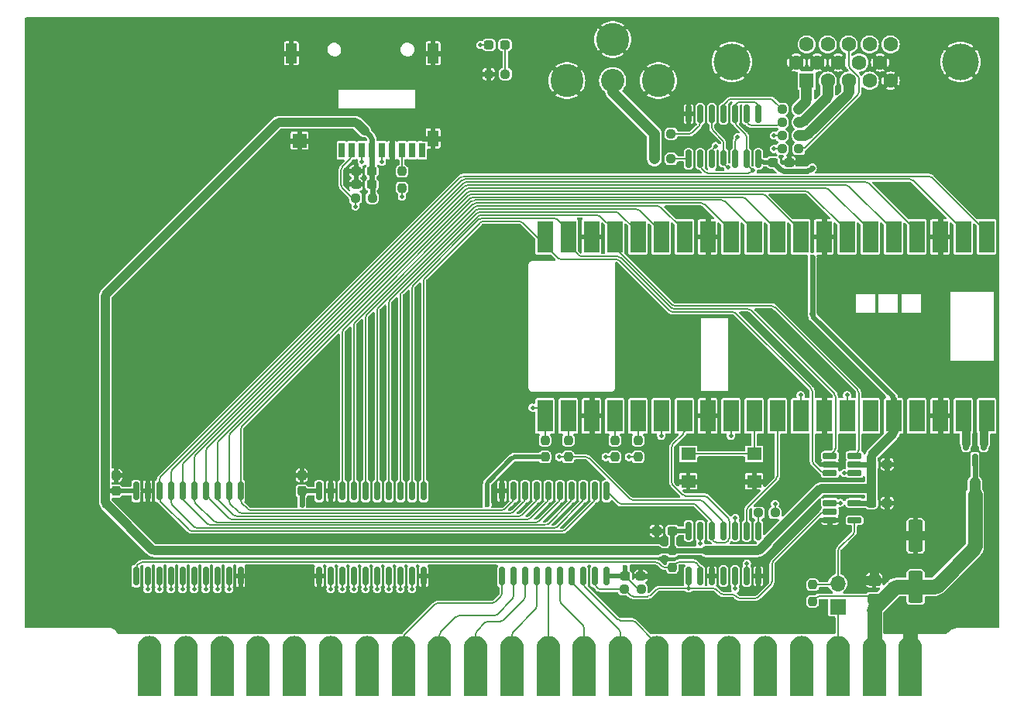
<source format=gbr>
%TF.GenerationSoftware,KiCad,Pcbnew,7.0.11*%
%TF.CreationDate,2024-09-16T15:15:14+02:00*%
%TF.ProjectId,kim-1-programmable-memory,6b696d2d-312d-4707-926f-6772616d6d61,rev?*%
%TF.SameCoordinates,Original*%
%TF.FileFunction,Copper,L1,Top*%
%TF.FilePolarity,Positive*%
%FSLAX46Y46*%
G04 Gerber Fmt 4.6, Leading zero omitted, Abs format (unit mm)*
G04 Created by KiCad (PCBNEW 7.0.11) date 2024-09-16 15:15:14*
%MOMM*%
%LPD*%
G01*
G04 APERTURE LIST*
G04 Aperture macros list*
%AMRoundRect*
0 Rectangle with rounded corners*
0 $1 Rounding radius*
0 $2 $3 $4 $5 $6 $7 $8 $9 X,Y pos of 4 corners*
0 Add a 4 corners polygon primitive as box body*
4,1,4,$2,$3,$4,$5,$6,$7,$8,$9,$2,$3,0*
0 Add four circle primitives for the rounded corners*
1,1,$1+$1,$2,$3*
1,1,$1+$1,$4,$5*
1,1,$1+$1,$6,$7*
1,1,$1+$1,$8,$9*
0 Add four rect primitives between the rounded corners*
20,1,$1+$1,$2,$3,$4,$5,0*
20,1,$1+$1,$4,$5,$6,$7,0*
20,1,$1+$1,$6,$7,$8,$9,0*
20,1,$1+$1,$8,$9,$2,$3,0*%
%AMFreePoly0*
4,1,22,-1.300000,3.270000,1.300000,3.270000,1.300000,-1.970000,1.280250,-2.195743,1.221600,-2.414626,1.125833,-2.620000,0.995858,-2.805624,0.835624,-2.965858,0.650000,-3.095833,0.444626,-3.191600,0.225743,-3.250250,0.000000,-3.270000,-0.225743,-3.250250,-0.444626,-3.191600,-0.650000,-3.095833,-0.835624,-2.965858,-0.995858,-2.805624,-1.125833,-2.620000,-1.221600,-2.414626,-1.280250,-2.195743,
-1.300000,-1.970000,-1.300000,3.270000,-1.300000,3.270000,$1*%
G04 Aperture macros list end*
%TA.AperFunction,SMDPad,CuDef*%
%ADD10RoundRect,0.237500X0.287500X0.237500X-0.287500X0.237500X-0.287500X-0.237500X0.287500X-0.237500X0*%
%TD*%
%TA.AperFunction,SMDPad,CuDef*%
%ADD11RoundRect,0.237500X-0.250000X-0.237500X0.250000X-0.237500X0.250000X0.237500X-0.250000X0.237500X0*%
%TD*%
%TA.AperFunction,SMDPad,CuDef*%
%ADD12RoundRect,0.237500X-0.237500X0.250000X-0.237500X-0.250000X0.237500X-0.250000X0.237500X0.250000X0*%
%TD*%
%TA.AperFunction,SMDPad,CuDef*%
%ADD13RoundRect,0.150000X-0.150000X0.825000X-0.150000X-0.825000X0.150000X-0.825000X0.150000X0.825000X0*%
%TD*%
%TA.AperFunction,SMDPad,CuDef*%
%ADD14RoundRect,0.150000X-0.150000X0.675000X-0.150000X-0.675000X0.150000X-0.675000X0.150000X0.675000X0*%
%TD*%
%TA.AperFunction,SMDPad,CuDef*%
%ADD15RoundRect,0.237500X0.300000X0.237500X-0.300000X0.237500X-0.300000X-0.237500X0.300000X-0.237500X0*%
%TD*%
%TA.AperFunction,SMDPad,CuDef*%
%ADD16RoundRect,0.237500X0.237500X-0.250000X0.237500X0.250000X-0.237500X0.250000X-0.237500X-0.250000X0*%
%TD*%
%TA.AperFunction,ComponentPad*%
%ADD17C,2.550000*%
%TD*%
%TA.AperFunction,ComponentPad*%
%ADD18C,3.616000*%
%TD*%
%TA.AperFunction,SMDPad,CuDef*%
%ADD19RoundRect,0.150000X-0.150000X0.875000X-0.150000X-0.875000X0.150000X-0.875000X0.150000X0.875000X0*%
%TD*%
%TA.AperFunction,ComponentPad*%
%ADD20R,1.700000X1.700000*%
%TD*%
%TA.AperFunction,ComponentPad*%
%ADD21O,1.700000X1.700000*%
%TD*%
%TA.AperFunction,SMDPad,CuDef*%
%ADD22RoundRect,0.237500X-0.300000X-0.237500X0.300000X-0.237500X0.300000X0.237500X-0.300000X0.237500X0*%
%TD*%
%TA.AperFunction,SMDPad,CuDef*%
%ADD23RoundRect,0.150000X0.150000X-0.875000X0.150000X0.875000X-0.150000X0.875000X-0.150000X-0.875000X0*%
%TD*%
%TA.AperFunction,SMDPad,CuDef*%
%ADD24RoundRect,0.162500X-0.617500X-0.162500X0.617500X-0.162500X0.617500X0.162500X-0.617500X0.162500X0*%
%TD*%
%TA.AperFunction,SMDPad,CuDef*%
%ADD25RoundRect,0.250000X0.550000X-1.500000X0.550000X1.500000X-0.550000X1.500000X-0.550000X-1.500000X0*%
%TD*%
%TA.AperFunction,SMDPad,CuDef*%
%ADD26RoundRect,0.250000X0.475000X-0.337500X0.475000X0.337500X-0.475000X0.337500X-0.475000X-0.337500X0*%
%TD*%
%TA.AperFunction,SMDPad,CuDef*%
%ADD27R,1.600000X1.400000*%
%TD*%
%TA.AperFunction,SMDPad,CuDef*%
%ADD28RoundRect,0.237500X0.250000X0.237500X-0.250000X0.237500X-0.250000X-0.237500X0.250000X-0.237500X0*%
%TD*%
%TA.AperFunction,SMDPad,CuDef*%
%ADD29RoundRect,0.237500X-0.237500X0.300000X-0.237500X-0.300000X0.237500X-0.300000X0.237500X0.300000X0*%
%TD*%
%TA.AperFunction,ComponentPad*%
%ADD30C,4.000000*%
%TD*%
%TA.AperFunction,ComponentPad*%
%ADD31R,1.600000X1.600000*%
%TD*%
%TA.AperFunction,ComponentPad*%
%ADD32C,1.600000*%
%TD*%
%TA.AperFunction,SMDPad,CuDef*%
%ADD33R,1.700000X3.500000*%
%TD*%
%TA.AperFunction,SMDPad,CuDef*%
%ADD34RoundRect,0.150000X0.150000X-0.825000X0.150000X0.825000X-0.150000X0.825000X-0.150000X-0.825000X0*%
%TD*%
%TA.AperFunction,SMDPad,CuDef*%
%ADD35R,0.700000X1.600000*%
%TD*%
%TA.AperFunction,SMDPad,CuDef*%
%ADD36R,1.200000X1.800000*%
%TD*%
%TA.AperFunction,SMDPad,CuDef*%
%ADD37R,1.200000X2.200000*%
%TD*%
%TA.AperFunction,SMDPad,CuDef*%
%ADD38R,1.600000X1.500000*%
%TD*%
%TA.AperFunction,SMDPad,CuDef*%
%ADD39RoundRect,0.150000X-0.150000X0.587500X-0.150000X-0.587500X0.150000X-0.587500X0.150000X0.587500X0*%
%TD*%
%TA.AperFunction,ConnectorPad*%
%ADD40FreePoly0,180.000000*%
%TD*%
%TA.AperFunction,ViaPad*%
%ADD41C,0.600000*%
%TD*%
%TA.AperFunction,ViaPad*%
%ADD42C,0.500000*%
%TD*%
%TA.AperFunction,ViaPad*%
%ADD43C,1.000000*%
%TD*%
%TA.AperFunction,ViaPad*%
%ADD44C,1.600000*%
%TD*%
%TA.AperFunction,Conductor*%
%ADD45C,0.127000*%
%TD*%
%TA.AperFunction,Conductor*%
%ADD46C,0.200000*%
%TD*%
%TA.AperFunction,Conductor*%
%ADD47C,1.600000*%
%TD*%
%TA.AperFunction,Conductor*%
%ADD48C,0.600000*%
%TD*%
%TA.AperFunction,Conductor*%
%ADD49C,1.200000*%
%TD*%
%TA.AperFunction,Conductor*%
%ADD50C,0.500000*%
%TD*%
%TA.AperFunction,Conductor*%
%ADD51C,1.000000*%
%TD*%
%TA.AperFunction,Conductor*%
%ADD52C,0.950000*%
%TD*%
%TA.AperFunction,Conductor*%
%ADD53C,1.214000*%
%TD*%
G04 APERTURE END LIST*
D10*
%TO.P,D1,1,K*%
%TO.N,Net-(D1-K)*%
X104272500Y-91940000D03*
%TO.P,D1,2,A*%
%TO.N,Net-(D1-A)*%
X102522500Y-91940000D03*
%TD*%
D11*
%TO.P,R2,1*%
%TO.N,/~{CE}*%
X117337500Y-151500000D03*
%TO.P,R2,2*%
%TO.N,+3.3V*%
X119162500Y-151500000D03*
%TD*%
D12*
%TO.P,R10,1*%
%TO.N,/SCK*%
X116260000Y-135187500D03*
%TO.P,R10,2*%
%TO.N,Net-(J5-CLK)*%
X116260000Y-137012500D03*
%TD*%
D13*
%TO.P,U7,1*%
%TO.N,/VIDEO*%
X131970000Y-99465000D03*
%TO.P,U7,2*%
%TO.N,Net-(R15-Pad2)*%
X130700000Y-99465000D03*
%TO.P,U7,3*%
%TO.N,/VIDEO*%
X129430000Y-99465000D03*
%TO.P,U7,4*%
%TO.N,Net-(R14-Pad2)*%
X128160000Y-99465000D03*
%TO.P,U7,5*%
%TO.N,/HSYNC*%
X126890000Y-99465000D03*
%TO.P,U7,6*%
%TO.N,Net-(R12-Pad2)*%
X125620000Y-99465000D03*
%TO.P,U7,7,GND*%
%TO.N,GND*%
X124350000Y-99465000D03*
%TO.P,U7,8*%
%TO.N,Net-(R13-Pad2)*%
X124350000Y-104415000D03*
%TO.P,U7,9*%
%TO.N,/VIDEO*%
X125620000Y-104415000D03*
%TO.P,U7,10*%
%TO.N,Net-(R17-Pad2)*%
X126890000Y-104415000D03*
D14*
%TO.P,U7,11*%
%TO.N,/HSYNC*%
X128160000Y-104265000D03*
D13*
%TO.P,U7,12*%
%TO.N,Net-(R16-Pad2)*%
X129430000Y-104415000D03*
%TO.P,U7,13*%
%TO.N,/VIDEO*%
X130700000Y-104415000D03*
%TO.P,U7,14,VCC*%
%TO.N,+3.3V*%
X131970000Y-104415000D03*
%TD*%
D15*
%TO.P,C5,1*%
%TO.N,GND*%
X119122500Y-150030000D03*
%TO.P,C5,2*%
%TO.N,+3.3V*%
X117397500Y-150030000D03*
%TD*%
D16*
%TO.P,R11,1*%
%TO.N,/RX*%
X93010000Y-107590000D03*
%TO.P,R11,2*%
%TO.N,Net-(J5-DAT0)*%
X93010000Y-105765000D03*
%TD*%
D17*
%TO.P,J4,1,In*%
%TO.N,/COMPOSITE*%
X116040000Y-95842500D03*
D18*
%TO.P,J4,2,Ext*%
%TO.N,GND*%
X116040000Y-91342500D03*
X121040000Y-95842500D03*
X111040000Y-95842500D03*
%TD*%
D11*
%TO.P,R19,1*%
%TO.N,GND*%
X102485000Y-95130000D03*
%TO.P,R19,2*%
%TO.N,Net-(D1-K)*%
X104310000Y-95130000D03*
%TD*%
D19*
%TO.P,U5,1,A->B*%
%TO.N,/R{slash}~{W}*%
X115365000Y-140730000D03*
%TO.P,U5,2,A0*%
%TO.N,/AD0*%
X114095000Y-140730000D03*
%TO.P,U5,3,A1*%
%TO.N,/AD1*%
X112825000Y-140730000D03*
%TO.P,U5,4,A2*%
%TO.N,/AD2*%
X111555000Y-140730000D03*
%TO.P,U5,5,A3*%
%TO.N,/AD3*%
X110285000Y-140730000D03*
%TO.P,U5,6,A4*%
%TO.N,/AD4*%
X109015000Y-140730000D03*
%TO.P,U5,7,A5*%
%TO.N,/AD5*%
X107745000Y-140730000D03*
%TO.P,U5,8,A6*%
%TO.N,/AD6*%
X106475000Y-140730000D03*
%TO.P,U5,9,A7*%
%TO.N,/AD7*%
X105205000Y-140730000D03*
%TO.P,U5,10,GND*%
%TO.N,GND*%
X103935000Y-140730000D03*
%TO.P,U5,11,B7*%
%TO.N,/DB7*%
X103935000Y-150030000D03*
%TO.P,U5,12,B6*%
%TO.N,/DB6*%
X105205000Y-150030000D03*
%TO.P,U5,13,B5*%
%TO.N,/DB5*%
X106475000Y-150030000D03*
%TO.P,U5,14,B4*%
%TO.N,/DB4*%
X107745000Y-150030000D03*
%TO.P,U5,15,B3*%
%TO.N,/DB3*%
X109015000Y-150030000D03*
%TO.P,U5,16,B2*%
%TO.N,/DB2*%
X110285000Y-150030000D03*
%TO.P,U5,17,B1*%
%TO.N,/DB1*%
X111555000Y-150030000D03*
%TO.P,U5,18,B0*%
%TO.N,/DB0*%
X112825000Y-150030000D03*
%TO.P,U5,19,CE*%
%TO.N,/~{CE}*%
X114095000Y-150030000D03*
%TO.P,U5,20,VCC*%
%TO.N,+3.3V*%
X115365000Y-150030000D03*
%TD*%
D20*
%TO.P,J1,1,Pin_1*%
%TO.N,/~{DECEN}*%
X140650000Y-153380000D03*
D21*
%TO.P,J1,2,Pin_2*%
%TO.N,Net-(J1-Pin_2)*%
X140650000Y-150840000D03*
%TD*%
D22*
%TO.P,C1,1*%
%TO.N,GND*%
X120837500Y-145080000D03*
%TO.P,C1,2*%
%TO.N,+3.3V*%
X122562500Y-145080000D03*
%TD*%
D23*
%TO.P,U4,1,G1*%
%TO.N,GND*%
X83935000Y-150030000D03*
%TO.P,U4,2,A0*%
%TO.N,/AB8*%
X85205000Y-150030000D03*
%TO.P,U4,3,A1*%
%TO.N,/AB9*%
X86475000Y-150030000D03*
%TO.P,U4,4,A2*%
%TO.N,/AB10*%
X87745000Y-150030000D03*
%TO.P,U4,5,A3*%
%TO.N,/AB11*%
X89015000Y-150030000D03*
%TO.P,U4,6,A4*%
%TO.N,/AB12*%
X90285000Y-150030000D03*
%TO.P,U4,7,A5*%
%TO.N,/AB13*%
X91555000Y-150030000D03*
%TO.P,U4,8,A6*%
%TO.N,/AB14*%
X92825000Y-150030000D03*
%TO.P,U4,9,A7*%
%TO.N,/AB15*%
X94095000Y-150030000D03*
%TO.P,U4,10,GND*%
%TO.N,GND*%
X95365000Y-150030000D03*
%TO.P,U4,11,Y7*%
%TO.N,/A15*%
X95365000Y-140730000D03*
%TO.P,U4,12,Y6*%
%TO.N,/A14*%
X94095000Y-140730000D03*
%TO.P,U4,13,Y5*%
%TO.N,/A13*%
X92825000Y-140730000D03*
%TO.P,U4,14,Y4*%
%TO.N,/A12*%
X91555000Y-140730000D03*
%TO.P,U4,15,Y3*%
%TO.N,/A11*%
X90285000Y-140730000D03*
%TO.P,U4,16,Y2*%
%TO.N,/A10*%
X89015000Y-140730000D03*
%TO.P,U4,17,Y1*%
%TO.N,/A9*%
X87745000Y-140730000D03*
%TO.P,U4,18,Y0*%
%TO.N,/A8*%
X86475000Y-140730000D03*
%TO.P,U4,19,G2*%
%TO.N,GND*%
X85205000Y-140730000D03*
%TO.P,U4,20,VCC*%
%TO.N,+3.3V*%
X83935000Y-140730000D03*
%TD*%
D24*
%TO.P,U6,1*%
%TO.N,/A14*%
X139780000Y-136870000D03*
%TO.P,U6,2,GND*%
%TO.N,GND*%
X139780000Y-137820000D03*
%TO.P,U6,3*%
%TO.N,/A15*%
X139780000Y-138770000D03*
%TO.P,U6,4*%
%TO.N,Net-(U2-Pad1)*%
X142480000Y-138770000D03*
%TO.P,U6,5,VCC*%
%TO.N,+3.3V*%
X142480000Y-137820000D03*
%TO.P,U6,6*%
%TO.N,/A13*%
X142480000Y-136870000D03*
%TD*%
D25*
%TO.P,C9,1*%
%TO.N,+5V*%
X149150000Y-151230000D03*
%TO.P,C9,2*%
%TO.N,GND*%
X149150000Y-145630000D03*
%TD*%
D15*
%TO.P,C2,1*%
%TO.N,GND*%
X146042500Y-142030000D03*
%TO.P,C2,2*%
%TO.N,+3.3V*%
X144317500Y-142030000D03*
%TD*%
D26*
%TO.P,C8,1*%
%TO.N,+5V*%
X144620000Y-152577500D03*
%TO.P,C8,2*%
%TO.N,GND*%
X144620000Y-150502500D03*
%TD*%
D27*
%TO.P,SW1,1,1*%
%TO.N,Net-(U8-RUN)*%
X124300000Y-136670000D03*
X131500000Y-136670000D03*
%TO.P,SW1,2,2*%
%TO.N,GND*%
X124300000Y-139670000D03*
X131500000Y-139670000D03*
%TD*%
D28*
%TO.P,R18,1*%
%TO.N,Net-(J3-P14)*%
X133790000Y-143120000D03*
%TO.P,R18,2*%
%TO.N,Net-(R18-Pad2)*%
X131965000Y-143120000D03*
%TD*%
D29*
%TO.P,C4,1*%
%TO.N,GND*%
X82050000Y-139005000D03*
%TO.P,C4,2*%
%TO.N,+3.3V*%
X82050000Y-140730000D03*
%TD*%
D30*
%TO.P,J3,0,PAD*%
%TO.N,GND*%
X154065000Y-93800000D03*
X129065000Y-93800000D03*
D31*
%TO.P,J3,1,1*%
%TO.N,/RED*%
X137250000Y-95850000D03*
D32*
%TO.P,J3,2,2*%
%TO.N,/GREEN*%
X139540000Y-95850000D03*
%TO.P,J3,3,3*%
%TO.N,/BLUE*%
X141830000Y-95850000D03*
%TO.P,J3,4,4*%
%TO.N,unconnected-(J3-Pad4)*%
X144120000Y-95850000D03*
%TO.P,J3,5,5*%
%TO.N,GND*%
X146410000Y-95850000D03*
%TO.P,J3,6,6*%
X136105000Y-93870000D03*
%TO.P,J3,7,7*%
X138395000Y-93870000D03*
%TO.P,J3,8,8*%
X140685000Y-93870000D03*
%TO.P,J3,9,P9*%
%TO.N,unconnected-(J3-P9-Pad9)*%
X142975000Y-93870000D03*
%TO.P,J3,10,P10*%
%TO.N,GND*%
X145265000Y-93870000D03*
%TO.P,J3,11,P111*%
%TO.N,unconnected-(J3-P111-Pad11)*%
X137250000Y-91890000D03*
%TO.P,J3,12,P12*%
%TO.N,unconnected-(J3-P12-Pad12)*%
X139540000Y-91890000D03*
%TO.P,J3,13,P13*%
%TO.N,Net-(J3-P13)*%
X141830000Y-91890000D03*
%TO.P,J3,14,P14*%
%TO.N,Net-(J3-P14)*%
X144120000Y-91890000D03*
%TO.P,J3,15,P15*%
%TO.N,unconnected-(J3-P15-Pad15)*%
X146410000Y-91890000D03*
%TD*%
D33*
%TO.P,U8,1,GPIO0*%
%TO.N,/AD0*%
X156897500Y-112927500D03*
%TO.P,U8,2,GPIO1*%
%TO.N,/AD1*%
X154357500Y-112927500D03*
%TO.P,U8,3,GND*%
%TO.N,GND*%
X151817500Y-112927500D03*
%TO.P,U8,4,GPIO2*%
%TO.N,/AD2*%
X149277500Y-112927500D03*
%TO.P,U8,5,GPIO3*%
%TO.N,/AD3*%
X146737500Y-112927500D03*
%TO.P,U8,6,GPIO4*%
%TO.N,/AD4*%
X144197500Y-112927500D03*
%TO.P,U8,7,GPIO5*%
%TO.N,/AD5*%
X141657500Y-112927500D03*
%TO.P,U8,8,GND*%
%TO.N,GND*%
X139117500Y-112927500D03*
%TO.P,U8,9,GPIO6*%
%TO.N,/AD6*%
X136577500Y-112927500D03*
%TO.P,U8,10,GPIO7*%
%TO.N,/AD7*%
X134037500Y-112927500D03*
%TO.P,U8,11,GPIO8*%
%TO.N,/A8*%
X131497500Y-112927500D03*
%TO.P,U8,12,GPIO9*%
%TO.N,/A9*%
X128957500Y-112927500D03*
%TO.P,U8,13,GND*%
%TO.N,GND*%
X126417500Y-112927500D03*
%TO.P,U8,14,GPIO10*%
%TO.N,/A10*%
X123877500Y-112927500D03*
%TO.P,U8,15,GPIO11*%
%TO.N,/A11*%
X121337500Y-112927500D03*
%TO.P,U8,16,GPIO12*%
%TO.N,/A12*%
X118797500Y-112927500D03*
%TO.P,U8,17,GPIO13*%
%TO.N,/A13*%
X116257500Y-112927500D03*
%TO.P,U8,18,GND*%
%TO.N,GND*%
X113717500Y-112927500D03*
%TO.P,U8,19,GPIO14*%
%TO.N,/A14*%
X111177500Y-112927500D03*
%TO.P,U8,20,GPIO15*%
%TO.N,/A15*%
X108637500Y-112927500D03*
%TO.P,U8,21,GPIO16*%
%TO.N,/RX*%
X108637500Y-132507500D03*
%TO.P,U8,22,GPIO17*%
%TO.N,/CSn*%
X111177500Y-132507500D03*
%TO.P,U8,23,GND*%
%TO.N,GND*%
X113717500Y-132507500D03*
%TO.P,U8,24,GPIO18*%
%TO.N,/SCK*%
X116257500Y-132507500D03*
%TO.P,U8,25,GPIO19*%
%TO.N,/TX*%
X118797500Y-132507500D03*
%TO.P,U8,26,GPIO20*%
%TO.N,/~{CE}*%
X121337500Y-132507500D03*
%TO.P,U8,27,GPIO21*%
%TO.N,/R{slash}~{W}*%
X123877500Y-132507500D03*
%TO.P,U8,28,GND*%
%TO.N,GND*%
X126417500Y-132507500D03*
%TO.P,U8,29,GPIO22*%
%TO.N,/\u00D82*%
X128957500Y-132507500D03*
%TO.P,U8,30,RUN*%
%TO.N,Net-(U8-RUN)*%
X131497500Y-132507500D03*
%TO.P,U8,31,GPIO26_ADC0*%
%TO.N,/VSYNC*%
X134037500Y-132507500D03*
%TO.P,U8,32,GPIO27_ADC1*%
%TO.N,/HSYNC*%
X136577500Y-132507500D03*
%TO.P,U8,33,AGND*%
%TO.N,GND*%
X139117500Y-132507500D03*
%TO.P,U8,34,GPIO28_ADC2*%
%TO.N,/VIDEO*%
X141657500Y-132507500D03*
%TO.P,U8,35,ADC_VREF*%
%TO.N,unconnected-(U8-ADC_VREF-Pad35)*%
X144197500Y-132507500D03*
%TO.P,U8,36,3V3*%
%TO.N,+3.3V*%
X146737500Y-132507500D03*
%TO.P,U8,37,3V3_EN*%
%TO.N,unconnected-(U8-3V3_EN-Pad37)*%
X149277500Y-132507500D03*
%TO.P,U8,38,GND*%
%TO.N,GND*%
X151817500Y-132507500D03*
%TO.P,U8,39,VSYS*%
%TO.N,Net-(Q1-S)*%
X154357500Y-132507500D03*
%TO.P,U8,40,VBUS*%
%TO.N,Net-(Q1-G)*%
X156897500Y-132507500D03*
%TD*%
D15*
%TO.P,C7,1*%
%TO.N,GND*%
X135312500Y-104780000D03*
%TO.P,C7,2*%
%TO.N,+3.3V*%
X133587500Y-104780000D03*
%TD*%
D34*
%TO.P,U1,1*%
%TO.N,/~{CE}*%
X124350000Y-150030000D03*
%TO.P,U1,2*%
%TO.N,Net-(U3-G1)*%
X125620000Y-150030000D03*
%TO.P,U1,3*%
%TO.N,GND*%
X126890000Y-150030000D03*
%TO.P,U1,4*%
%TO.N,unconnected-(U1-Pad4)*%
X128160000Y-150030000D03*
%TO.P,U1,5*%
%TO.N,/~{\u00D82}*%
X129430000Y-150030000D03*
%TO.P,U1,6*%
%TO.N,/\u00D82*%
X130700000Y-150030000D03*
%TO.P,U1,7,GND*%
%TO.N,GND*%
X131970000Y-150030000D03*
%TO.P,U1,8*%
%TO.N,Net-(R18-Pad2)*%
X131970000Y-145080000D03*
%TO.P,U1,9*%
%TO.N,/VSYNC*%
X130700000Y-145080000D03*
%TO.P,U1,10*%
%TO.N,Net-(D1-A)*%
X129430000Y-145080000D03*
%TO.P,U1,11*%
%TO.N,Net-(J5-DAT3{slash}CD)*%
X128160000Y-145080000D03*
%TO.P,U1,12*%
%TO.N,/R{slash}~{W}*%
X126890000Y-145080000D03*
%TO.P,U1,13*%
%TO.N,/~{R}{slash}W*%
X125620000Y-145080000D03*
%TO.P,U1,14,VCC*%
%TO.N,+3.3V*%
X124350000Y-145080000D03*
%TD*%
D35*
%TO.P,J5,1,DAT2*%
%TO.N,unconnected-(J5-DAT2-Pad1)*%
X86410000Y-103450000D03*
%TO.P,J5,2,DAT3/CD*%
%TO.N,Net-(J5-DAT3{slash}CD)*%
X87510000Y-103450000D03*
%TO.P,J5,3,CMD*%
%TO.N,Net-(J5-CMD)*%
X88610000Y-103450000D03*
%TO.P,J5,4,VDD*%
%TO.N,+3.3V*%
X89710000Y-103450000D03*
%TO.P,J5,5,CLK*%
%TO.N,Net-(J5-CLK)*%
X90810000Y-103450000D03*
%TO.P,J5,6,VSS*%
%TO.N,GND*%
X91910000Y-103450000D03*
%TO.P,J5,7,DAT0*%
%TO.N,Net-(J5-DAT0)*%
X93010000Y-103450000D03*
%TO.P,J5,8,DAT1*%
%TO.N,unconnected-(J5-DAT1-Pad8)*%
X94110000Y-103450000D03*
%TO.P,J5,9,DET*%
%TO.N,unconnected-(J5-DET-Pad9)*%
X95210000Y-103450000D03*
D36*
%TO.P,J5,10,SHIELD*%
%TO.N,GND*%
X96410000Y-102150000D03*
D37*
X96410000Y-92850000D03*
D38*
X81810000Y-102400000D03*
D37*
X80910000Y-92850000D03*
%TD*%
D29*
%TO.P,C3,1*%
%TO.N,GND*%
X61750000Y-139005000D03*
%TO.P,C3,2*%
%TO.N,+3.3V*%
X61750000Y-140730000D03*
%TD*%
D12*
%TO.P,R8,1*%
%TO.N,/CSn*%
X111180000Y-135187500D03*
%TO.P,R8,2*%
%TO.N,Net-(J5-DAT3{slash}CD)*%
X111180000Y-137012500D03*
%TD*%
D22*
%TO.P,C10,1*%
%TO.N,GND*%
X87985000Y-105750000D03*
%TO.P,C10,2*%
%TO.N,+3.3V*%
X89710000Y-105750000D03*
%TD*%
D28*
%TO.P,R16,1*%
%TO.N,/BLUE*%
X136375000Y-101860000D03*
%TO.P,R16,2*%
%TO.N,Net-(R16-Pad2)*%
X134550000Y-101860000D03*
%TD*%
D12*
%TO.P,R7,1*%
%TO.N,/RX*%
X108637500Y-135187500D03*
%TO.P,R7,2*%
%TO.N,+3.3V*%
X108637500Y-137012500D03*
%TD*%
D11*
%TO.P,R4,1*%
%TO.N,Net-(J5-DAT3{slash}CD)*%
X87932500Y-108670000D03*
%TO.P,R4,2*%
%TO.N,+3.3V*%
X89757500Y-108670000D03*
%TD*%
D22*
%TO.P,C11,1*%
%TO.N,GND*%
X87985000Y-107210000D03*
%TO.P,C11,2*%
%TO.N,+3.3V*%
X89710000Y-107210000D03*
%TD*%
D11*
%TO.P,R12,1*%
%TO.N,/COMPOSITE*%
X120607500Y-101660000D03*
%TO.P,R12,2*%
%TO.N,Net-(R12-Pad2)*%
X122432500Y-101660000D03*
%TD*%
D39*
%TO.P,Q1,1,G*%
%TO.N,Net-(Q1-G)*%
X156580000Y-135515000D03*
%TO.P,Q1,2,S*%
%TO.N,Net-(Q1-S)*%
X154680000Y-135515000D03*
%TO.P,Q1,3,D*%
%TO.N,+5V*%
X155630000Y-137390000D03*
%TD*%
D28*
%TO.P,R15,1*%
%TO.N,/GREEN*%
X136375000Y-100400000D03*
%TO.P,R15,2*%
%TO.N,Net-(R15-Pad2)*%
X134550000Y-100400000D03*
%TD*%
D16*
%TO.P,R3,1*%
%TO.N,Net-(U3-G1)*%
X122560000Y-149092500D03*
%TO.P,R3,2*%
%TO.N,+3.3V*%
X122560000Y-147267500D03*
%TD*%
D40*
%TO.P,J2,1,SYNC*%
%TO.N,unconnected-(J2-SYNC-Pad1)*%
X65420000Y-159880000D03*
%TO.P,J2,2,~{RDY}*%
%TO.N,unconnected-(J2-~{RDY}-Pad2)*%
X69380000Y-159880000D03*
%TO.P,J2,3,\u00D81*%
%TO.N,unconnected-(J2-\u00D81-Pad3)*%
X73340000Y-159880000D03*
%TO.P,J2,4,~{IRQ}*%
%TO.N,unconnected-(J2-~{IRQ}-Pad4)*%
X77300000Y-159880000D03*
%TO.P,J2,5,R0*%
%TO.N,unconnected-(J2-R0-Pad5)*%
X81260000Y-159880000D03*
%TO.P,J2,6,~{NMI}*%
%TO.N,unconnected-(J2-~{NMI}-Pad6)*%
X85220000Y-159880000D03*
%TO.P,J2,7,~{RES}*%
%TO.N,unconnected-(J2-~{RES}-Pad7)*%
X89180000Y-159880000D03*
%TO.P,J2,8,D7*%
%TO.N,/DB7*%
X93140000Y-159880000D03*
%TO.P,J2,9,D6*%
%TO.N,/DB6*%
X97100000Y-159880000D03*
%TO.P,J2,10,D5*%
%TO.N,/DB5*%
X101060000Y-159880000D03*
%TO.P,J2,11,D4*%
%TO.N,/DB4*%
X105020000Y-159880000D03*
%TO.P,J2,12,D3*%
%TO.N,/DB3*%
X108980000Y-159880000D03*
%TO.P,J2,13,D2*%
%TO.N,/DB2*%
X112940000Y-159880000D03*
%TO.P,J2,14,D1*%
%TO.N,/DB1*%
X116900000Y-159880000D03*
%TO.P,J2,15,D0*%
%TO.N,/DB0*%
X120860000Y-159880000D03*
%TO.P,J2,16,K6*%
%TO.N,unconnected-(J2-K6-Pad16)*%
X124820000Y-159880000D03*
%TO.P,J2,17,SST*%
%TO.N,unconnected-(J2-SST-Pad17)*%
X128780000Y-159880000D03*
%TO.P,J2,18,+7.5V_RAW*%
%TO.N,unconnected-(J2-+7.5V_RAW-Pad18)*%
X132740000Y-159880000D03*
%TO.P,J2,19,K7*%
%TO.N,unconnected-(J2-K7-Pad19)*%
X136700000Y-159880000D03*
%TO.P,J2,20,~{DECODE_ENABLE}*%
%TO.N,/~{DECEN}*%
X140660000Y-159880000D03*
%TO.P,J2,21,+5V*%
%TO.N,+5V*%
X144620000Y-159880000D03*
%TO.P,J2,22,GND*%
%TO.N,GND*%
X148580000Y-159880000D03*
%TD*%
D24*
%TO.P,U2,1*%
%TO.N,Net-(U2-Pad1)*%
X139780000Y-142030000D03*
%TO.P,U2,2*%
%TO.N,/~{CE}*%
X139780000Y-142980000D03*
%TO.P,U2,3,GND*%
%TO.N,GND*%
X139780000Y-143930000D03*
%TO.P,U2,4*%
%TO.N,Net-(J1-Pin_2)*%
X142480000Y-143930000D03*
%TO.P,U2,5,VCC*%
%TO.N,+3.3V*%
X142480000Y-142030000D03*
%TD*%
D15*
%TO.P,C6,1*%
%TO.N,GND*%
X146042500Y-137820000D03*
%TO.P,C6,2*%
%TO.N,+3.3V*%
X144317500Y-137820000D03*
%TD*%
D23*
%TO.P,U3,1,G1*%
%TO.N,Net-(U3-G1)*%
X63935000Y-150030000D03*
%TO.P,U3,2,A0*%
%TO.N,/AB0*%
X65205000Y-150030000D03*
%TO.P,U3,3,A1*%
%TO.N,/AB1*%
X66475000Y-150030000D03*
%TO.P,U3,4,A2*%
%TO.N,/AB2*%
X67745000Y-150030000D03*
%TO.P,U3,5,A3*%
%TO.N,/AB3*%
X69015000Y-150030000D03*
%TO.P,U3,6,A4*%
%TO.N,/AB4*%
X70285000Y-150030000D03*
%TO.P,U3,7,A5*%
%TO.N,/AB5*%
X71555000Y-150030000D03*
%TO.P,U3,8,A6*%
%TO.N,/AB6*%
X72825000Y-150030000D03*
%TO.P,U3,9,A7*%
%TO.N,/AB7*%
X74095000Y-150030000D03*
%TO.P,U3,10,GND*%
%TO.N,GND*%
X75365000Y-150030000D03*
%TO.P,U3,11,Y7*%
%TO.N,/AD7*%
X75365000Y-140730000D03*
%TO.P,U3,12,Y6*%
%TO.N,/AD6*%
X74095000Y-140730000D03*
%TO.P,U3,13,Y5*%
%TO.N,/AD5*%
X72825000Y-140730000D03*
%TO.P,U3,14,Y4*%
%TO.N,/AD4*%
X71555000Y-140730000D03*
%TO.P,U3,15,Y3*%
%TO.N,/AD3*%
X70285000Y-140730000D03*
%TO.P,U3,16,Y2*%
%TO.N,/AD2*%
X69015000Y-140730000D03*
%TO.P,U3,17,Y1*%
%TO.N,/AD1*%
X67745000Y-140730000D03*
%TO.P,U3,18,Y0*%
%TO.N,/AD0*%
X66475000Y-140730000D03*
%TO.P,U3,19,G2*%
%TO.N,GND*%
X65205000Y-140730000D03*
%TO.P,U3,20,VCC*%
%TO.N,+3.3V*%
X63935000Y-140730000D03*
%TD*%
D12*
%TO.P,R9,1*%
%TO.N,/TX*%
X118800000Y-135187500D03*
%TO.P,R9,2*%
%TO.N,Net-(J5-CMD)*%
X118800000Y-137012500D03*
%TD*%
%TO.P,R1,1*%
%TO.N,Net-(J1-Pin_2)*%
X137900000Y-150967500D03*
%TO.P,R1,2*%
%TO.N,+5V*%
X137900000Y-152792500D03*
%TD*%
D11*
%TO.P,R13,1*%
%TO.N,/COMPOSITE*%
X120607500Y-104400000D03*
%TO.P,R13,2*%
%TO.N,Net-(R13-Pad2)*%
X122432500Y-104400000D03*
%TD*%
D28*
%TO.P,R14,1*%
%TO.N,/RED*%
X136375000Y-98940000D03*
%TO.P,R14,2*%
%TO.N,Net-(R14-Pad2)*%
X134550000Y-98940000D03*
%TD*%
%TO.P,R17,1*%
%TO.N,Net-(J3-P13)*%
X136375000Y-103320000D03*
%TO.P,R17,2*%
%TO.N,Net-(R17-Pad2)*%
X134550000Y-103320000D03*
%TD*%
D41*
%TO.N,GND*%
X97510000Y-92850000D03*
X65210000Y-142130000D03*
D42*
X132520000Y-105740000D03*
X156300000Y-103430000D03*
X66300000Y-103430000D03*
D41*
X131970000Y-148650000D03*
X151817500Y-115190000D03*
X126417500Y-130250000D03*
X139780000Y-144660000D03*
X91910000Y-104760000D03*
D43*
X147620000Y-145630000D03*
D42*
X129280000Y-101470000D03*
D41*
X85210000Y-139270000D03*
D42*
X56300000Y-93430000D03*
X74740000Y-151790000D03*
X107090000Y-130930000D03*
X56300000Y-153430000D03*
X124790000Y-151940000D03*
X68390000Y-151790000D03*
D41*
X83120000Y-102400000D03*
D42*
X76463909Y-133483909D03*
X141957841Y-129617703D03*
X85808909Y-151831091D03*
D41*
X141040000Y-137820000D03*
X139117500Y-110660000D03*
X83935000Y-151460000D03*
X65210000Y-139320000D03*
D44*
X148580000Y-154970000D03*
D41*
X91910000Y-102150000D03*
D42*
X133090000Y-142150000D03*
X92158909Y-151831091D03*
X106300000Y-103430000D03*
X153800000Y-153430000D03*
X87078909Y-151831091D03*
X128880000Y-143065958D03*
D41*
X136360000Y-104780000D03*
X62800000Y-139010000D03*
D42*
X100925000Y-133420000D03*
D41*
X82050000Y-137877500D03*
X123050000Y-139670000D03*
X126417500Y-134780000D03*
D42*
X69660000Y-151790000D03*
D41*
X80500000Y-102400000D03*
D42*
X127000000Y-102340000D03*
X56300000Y-143430000D03*
X66300000Y-123430000D03*
X56300000Y-133430000D03*
D43*
X144620000Y-149240000D03*
D42*
X92460000Y-108980000D03*
D41*
X113717500Y-134780000D03*
X126417500Y-115190000D03*
D42*
X94698909Y-151831091D03*
X85925000Y-133420000D03*
X56300000Y-123430000D03*
D41*
X146040000Y-141110000D03*
X61750000Y-137877500D03*
X103935000Y-142110000D03*
X126417500Y-110660000D03*
D42*
X146300000Y-103430000D03*
X117490000Y-136390000D03*
D41*
X120250000Y-150030000D03*
X139117500Y-134780000D03*
X114120000Y-114250000D03*
D42*
X73470000Y-151790000D03*
X72200000Y-151790000D03*
D41*
X130250000Y-139670000D03*
D42*
X133698909Y-102581091D03*
D41*
X146040000Y-142960000D03*
X95300000Y-102150000D03*
X126890000Y-148650000D03*
D42*
X66300000Y-133430000D03*
D41*
X95300000Y-92850000D03*
D42*
X101200000Y-92520000D03*
D41*
X101490000Y-95130000D03*
X132750000Y-139670000D03*
X86950000Y-105750000D03*
D42*
X114940000Y-136380000D03*
D41*
X125550000Y-139670000D03*
D42*
X67120000Y-151790000D03*
X100925000Y-118420000D03*
X88348909Y-151831091D03*
X93428909Y-151831091D03*
D41*
X139117500Y-115190000D03*
X95365000Y-151460000D03*
D42*
X65850000Y-151790000D03*
X129901078Y-148628896D03*
X66300000Y-143430000D03*
X131150000Y-154160000D03*
X129997570Y-151940000D03*
X87930000Y-104870000D03*
D43*
X150670000Y-145630000D03*
D41*
X124350000Y-97990000D03*
X124350000Y-100940000D03*
D42*
X87350000Y-110020000D03*
X56300000Y-103430000D03*
D41*
X113290000Y-114250000D03*
X82010000Y-92850000D03*
X139117500Y-130250000D03*
D42*
X106300000Y-93430000D03*
D41*
X151817500Y-134780000D03*
X119820000Y-145080000D03*
X151817500Y-110660000D03*
X86950000Y-107210000D03*
X97510000Y-102150000D03*
X103935000Y-139340000D03*
D42*
X124920000Y-146517500D03*
X136960000Y-129630000D03*
X76300000Y-93430000D03*
X125770000Y-154160000D03*
D41*
X146040000Y-136920000D03*
D42*
X90888909Y-151831091D03*
X127635545Y-105410883D03*
X141232864Y-142645797D03*
D43*
X143200000Y-150510000D03*
D42*
X75365000Y-151460000D03*
X116300000Y-103430000D03*
X89618909Y-151831091D03*
D41*
X146040000Y-138720000D03*
D42*
X56300000Y-113430000D03*
D41*
X113717500Y-130250000D03*
D42*
X109880000Y-137640000D03*
X120670658Y-134894901D03*
X66300000Y-153430000D03*
X86300000Y-113430000D03*
D41*
X79800000Y-92850000D03*
D42*
X76300000Y-123430000D03*
X66300000Y-93430000D03*
X70930000Y-151790000D03*
X76300000Y-113430000D03*
D41*
X151817500Y-130250000D03*
D42*
%TO.N,/~{R}{slash}W*%
X125620000Y-146460000D03*
%TO.N,/~{\u00D82}*%
X129430000Y-151390000D03*
%TO.N,/~{CE}*%
X121340000Y-134690000D03*
X124350000Y-151390000D03*
D41*
%TO.N,+3.3V*%
X82050000Y-142230000D03*
X117400000Y-147260000D03*
X82050000Y-147260000D03*
X117400000Y-149130000D03*
X137850000Y-105410000D03*
X102310000Y-142238000D03*
X137850000Y-115177502D03*
X102310000Y-147260000D03*
D42*
%TO.N,/AB0*%
X65205000Y-151460000D03*
%TO.N,/AB1*%
X66475000Y-151460000D03*
%TO.N,/AB2*%
X67745000Y-151460000D03*
%TO.N,/AB3*%
X69015000Y-151460000D03*
%TO.N,/AB4*%
X70285000Y-151460000D03*
%TO.N,/AB5*%
X71555000Y-151460000D03*
%TO.N,/AB6*%
X72825000Y-151460000D03*
%TO.N,/AB7*%
X74095000Y-151460000D03*
%TO.N,/AB8*%
X85205000Y-151460000D03*
%TO.N,/AB9*%
X86475000Y-151460000D03*
%TO.N,/AB10*%
X87745000Y-151460000D03*
%TO.N,/AB11*%
X89015000Y-151460000D03*
%TO.N,/AB12*%
X90285000Y-151460000D03*
%TO.N,/AB13*%
X91555000Y-151460000D03*
%TO.N,/AB14*%
X92825000Y-151460000D03*
%TO.N,/AB15*%
X94095000Y-151460000D03*
%TO.N,Net-(J3-P14)*%
X133790000Y-142140000D03*
%TO.N,/RX*%
X107280000Y-131610000D03*
X93010000Y-108540000D03*
%TO.N,Net-(J5-DAT3{slash}CD)*%
X110200000Y-137010000D03*
X87930000Y-109600000D03*
%TO.N,Net-(J5-CMD)*%
X88610000Y-104700000D03*
X117820000Y-137010000D03*
%TO.N,Net-(J5-CLK)*%
X115280000Y-137010000D03*
X90810000Y-104700000D03*
%TO.N,Net-(R16-Pad2)*%
X129685000Y-102045000D03*
X133660000Y-101860000D03*
%TO.N,Net-(R17-Pad2)*%
X133660000Y-103320000D03*
X127300000Y-103000000D03*
%TO.N,/\u00D82*%
X128957500Y-134690000D03*
X130700000Y-148650000D03*
%TO.N,Net-(D1-A)*%
X101596000Y-91940000D03*
X129430000Y-143690000D03*
%TO.N,Net-(U2-Pad1)*%
X140900000Y-142030000D03*
X141360000Y-138770000D03*
%TO.N,/HSYNC*%
X136577500Y-130250000D03*
X128641790Y-105360000D03*
%TO.N,/VIDEO*%
X141657500Y-130250000D03*
X131344901Y-105687768D03*
%TD*%
D45*
%TO.N,Net-(J1-Pin_2)*%
X140650000Y-150840000D02*
X140650000Y-147307107D01*
D46*
X142478515Y-143931485D02*
X142480000Y-143930000D01*
D45*
X140796447Y-146953553D02*
X142333554Y-145416446D01*
X142478515Y-145128524D02*
X142478515Y-143931485D01*
D46*
X140639658Y-150850342D02*
X140650000Y-150840000D01*
D45*
X137900000Y-150967500D02*
X140356815Y-150967500D01*
X140356815Y-150967510D02*
G75*
G03*
X140639658Y-150850342I-15J400010D01*
G01*
X140796444Y-146953550D02*
G75*
G03*
X140650000Y-147307107I353556J-353550D01*
G01*
X142333550Y-145416443D02*
G75*
G03*
X142478514Y-145128524I-376550J370043D01*
G01*
D47*
%TO.N,+5V*%
X146783553Y-151376447D02*
X144766446Y-153393554D01*
X155630000Y-146742893D02*
X155630000Y-141110000D01*
D46*
X144621447Y-152376447D02*
X144650000Y-152405000D01*
D48*
X155630000Y-137390000D02*
X155630000Y-139800000D01*
D49*
X155630000Y-141110000D02*
X155630000Y-139800000D01*
D46*
X137900000Y-152792500D02*
X138316054Y-152376446D01*
D47*
X151496447Y-151083553D02*
X155483554Y-147096446D01*
D46*
X144650000Y-159850000D02*
X144620000Y-159880000D01*
D47*
X149150000Y-151230000D02*
X147137107Y-151230000D01*
D46*
X138669607Y-152230000D02*
X144267893Y-152230000D01*
D47*
X144620000Y-153747107D02*
X144620000Y-159880000D01*
X149150000Y-151230000D02*
X151142893Y-151230000D01*
D46*
X144621450Y-152376444D02*
G75*
G03*
X144267893Y-152230000I-353550J-353556D01*
G01*
D47*
X151142893Y-151229995D02*
G75*
G03*
X151496447Y-151083553I7J499995D01*
G01*
X144766443Y-153393551D02*
G75*
G03*
X144620000Y-153747107I353557J-353549D01*
G01*
X147137107Y-151230005D02*
G75*
G03*
X146783553Y-151376447I-7J-499995D01*
G01*
X155483557Y-147096449D02*
G75*
G03*
X155630000Y-146742893I-353557J353549D01*
G01*
D46*
X138669607Y-152230005D02*
G75*
G03*
X138316054Y-152376446I-7J-499995D01*
G01*
D48*
%TO.N,GND*%
X139117500Y-134780000D02*
X139117500Y-131607500D01*
D50*
X120837500Y-145080000D02*
X119820000Y-145080000D01*
D48*
X123050000Y-139670000D02*
X124300000Y-139670000D01*
X120250000Y-150030000D02*
X119122500Y-150030000D01*
D50*
X65210000Y-140725000D02*
X65205000Y-140730000D01*
D48*
X83120000Y-102400000D02*
X81810000Y-102400000D01*
X139117500Y-130250000D02*
X139117500Y-131607500D01*
X126417500Y-130250000D02*
X126417500Y-131607500D01*
X151817500Y-110660000D02*
X151817500Y-112017500D01*
D51*
X144620000Y-150502500D02*
X144612500Y-150510000D01*
D50*
X65210000Y-140735000D02*
X65205000Y-140730000D01*
D48*
X95300000Y-92850000D02*
X96410000Y-92850000D01*
X130250000Y-139670000D02*
X131500000Y-139670000D01*
X146042500Y-136922500D02*
X146040000Y-136920000D01*
D51*
X147620000Y-145630000D02*
X149150000Y-145630000D01*
D48*
X126417500Y-134780000D02*
X126417500Y-131607500D01*
X79800000Y-92850000D02*
X80910000Y-92850000D01*
D46*
X85205000Y-139275000D02*
X85210000Y-139270000D01*
D50*
X87985000Y-105750000D02*
X86950000Y-105750000D01*
D48*
X97510000Y-92850000D02*
X96410000Y-92850000D01*
X139120000Y-113825000D02*
X139117500Y-113827500D01*
D50*
X131970000Y-148650000D02*
X131970000Y-150030000D01*
D48*
X146040000Y-142960000D02*
X146040000Y-142032500D01*
X125550000Y-139670000D02*
X124300000Y-139670000D01*
X91910000Y-102150000D02*
X91910000Y-104760000D01*
D50*
X87985000Y-107210000D02*
X87985000Y-105750000D01*
D48*
X80500000Y-102400000D02*
X81810000Y-102400000D01*
X113717500Y-130250000D02*
X113717500Y-131607500D01*
D50*
X87985000Y-107210000D02*
X86950000Y-107210000D01*
D51*
X144612500Y-150510000D02*
X143200000Y-150510000D01*
D48*
X146042500Y-137820000D02*
X146042500Y-136922500D01*
D50*
X65210000Y-139320000D02*
X65210000Y-140725000D01*
D48*
X146040000Y-137822500D02*
X146042500Y-137820000D01*
X146040000Y-138720000D02*
X146040000Y-137822500D01*
X95300000Y-102150000D02*
X96410000Y-102150000D01*
D51*
X144620000Y-149240000D02*
X144620000Y-150502500D01*
D50*
X61750000Y-137877500D02*
X61750000Y-139005000D01*
D48*
X126417500Y-115190000D02*
X126417500Y-112017500D01*
X146040000Y-142032500D02*
X146042500Y-142030000D01*
X97510000Y-102150000D02*
X96410000Y-102150000D01*
D50*
X136360000Y-104780000D02*
X135312500Y-104780000D01*
X82050000Y-137877500D02*
X82050000Y-139005000D01*
D48*
X151820000Y-113830000D02*
X151817500Y-113827500D01*
X151817500Y-134780000D02*
X151817500Y-131607500D01*
X82010000Y-92850000D02*
X80910000Y-92850000D01*
D50*
X85205000Y-140730000D02*
X85205000Y-139275000D01*
X103935000Y-142110000D02*
X103935000Y-140730000D01*
X126890000Y-148650000D02*
X126890000Y-150030000D01*
D48*
X146040000Y-142027500D02*
X146042500Y-142030000D01*
D45*
X83935000Y-149272107D02*
X83935000Y-150030000D01*
D50*
X62800000Y-139010000D02*
X61755000Y-139010000D01*
D48*
X113717500Y-134780000D02*
X113717500Y-131607500D01*
D50*
X65210000Y-142130000D02*
X65210000Y-140735000D01*
D48*
X139120000Y-113830000D02*
X139117500Y-113827500D01*
X141040000Y-137820000D02*
X139780000Y-137820000D01*
D50*
X75365000Y-151460000D02*
X75365000Y-150030000D01*
D48*
X126417500Y-110660000D02*
X126417500Y-112017500D01*
D50*
X124350000Y-97990000D02*
X124350000Y-99465000D01*
D51*
X150670000Y-145630000D02*
X149150000Y-145630000D01*
D48*
X139117500Y-115190000D02*
X139117500Y-112017500D01*
D50*
X61755000Y-139010000D02*
X61750000Y-139005000D01*
D48*
X146040000Y-141110000D02*
X146040000Y-142027500D01*
D50*
X101490000Y-95130000D02*
X102485000Y-95130000D01*
D48*
X139117500Y-110660000D02*
X139117500Y-112017500D01*
X151820000Y-113825000D02*
X151817500Y-113827500D01*
X132750000Y-139670000D02*
X131500000Y-139670000D01*
D50*
X95365000Y-151460000D02*
X95365000Y-150030000D01*
X124350000Y-100940000D02*
X124350000Y-99465000D01*
D48*
X151817500Y-130250000D02*
X151817500Y-131607500D01*
D50*
X103935000Y-139340000D02*
X103935000Y-140730000D01*
D48*
X139780000Y-144660000D02*
X139780000Y-143930000D01*
D47*
X148580000Y-159880000D02*
X148580000Y-154970000D01*
D48*
X151817500Y-115190000D02*
X151817500Y-112017500D01*
D45*
%TO.N,/A8*%
X128291947Y-109061947D02*
X131351054Y-112121054D01*
X86621447Y-123028553D02*
X100588054Y-109061946D01*
X86475000Y-140730000D02*
X86475000Y-123382107D01*
X131497500Y-112474607D02*
X131497500Y-113827500D01*
X100941607Y-108915500D02*
X127938393Y-108915500D01*
X131497495Y-112474607D02*
G75*
G03*
X131351054Y-112121054I-499995J7D01*
G01*
X86621444Y-123028550D02*
G75*
G03*
X86475000Y-123382107I353556J-353550D01*
G01*
X128291950Y-109061944D02*
G75*
G03*
X127938393Y-108915500I-353550J-353556D01*
G01*
X100941607Y-108915505D02*
G75*
G03*
X100588054Y-109061946I-7J-499995D01*
G01*
%TO.N,/A9*%
X87745000Y-140730000D02*
X87745000Y-122582107D01*
X128957500Y-112474607D02*
X128957500Y-113827500D01*
X126078947Y-109388947D02*
X128811054Y-112121054D01*
X87891447Y-122228553D02*
X100731054Y-109388946D01*
X101084607Y-109242500D02*
X125725393Y-109242500D01*
X128957495Y-112474607D02*
G75*
G03*
X128811054Y-112121054I-499995J7D01*
G01*
X87891444Y-122228550D02*
G75*
G03*
X87745000Y-122582107I353556J-353550D01*
G01*
X126078950Y-109388944D02*
G75*
G03*
X125725393Y-109242500I-353550J-353556D01*
G01*
X101084607Y-109242505D02*
G75*
G03*
X100731054Y-109388946I-7J-499995D01*
G01*
%TO.N,/A10*%
X121325947Y-109715947D02*
X123731054Y-112121054D01*
X89161447Y-121428553D02*
X100874054Y-109715946D01*
X123877500Y-112474607D02*
X123877500Y-113827500D01*
X89015000Y-140730000D02*
X89015000Y-121782107D01*
X101227607Y-109569500D02*
X120972393Y-109569500D01*
X89161444Y-121428550D02*
G75*
G03*
X89015000Y-121782107I353556J-353550D01*
G01*
X101227607Y-109569505D02*
G75*
G03*
X100874054Y-109715946I-7J-499995D01*
G01*
X121325950Y-109715944D02*
G75*
G03*
X120972393Y-109569500I-353550J-353556D01*
G01*
X123877495Y-112474607D02*
G75*
G03*
X123731054Y-112121054I-499995J7D01*
G01*
%TO.N,/A11*%
X101370815Y-109896500D02*
X118616432Y-109896500D01*
X90285000Y-140730000D02*
X90285000Y-120982315D01*
X118969986Y-110042947D02*
X121191054Y-112264015D01*
X90431447Y-120628761D02*
X101017262Y-110042946D01*
X121337500Y-112617568D02*
X121337500Y-113827500D01*
X101370815Y-109896511D02*
G75*
G03*
X101017262Y-110042946I-15J-499989D01*
G01*
X121337522Y-112617568D02*
G75*
G03*
X121191053Y-112264016I-500022J-32D01*
G01*
X90431440Y-120628754D02*
G75*
G03*
X90285000Y-120982315I353560J-353546D01*
G01*
X118969970Y-110042963D02*
G75*
G03*
X118616432Y-109896500I-353570J-353537D01*
G01*
%TO.N,/A12*%
X118797500Y-112617568D02*
X118797500Y-113827500D01*
X91555000Y-140730000D02*
X91555000Y-120174763D01*
X116756986Y-110369947D02*
X118651054Y-112264015D01*
X101506263Y-110223500D02*
X116403432Y-110223500D01*
X91701447Y-119821209D02*
X101152710Y-110369946D01*
X116756970Y-110369963D02*
G75*
G03*
X116403432Y-110223500I-353570J-353537D01*
G01*
X91701466Y-119821228D02*
G75*
G03*
X91555000Y-120174763I353534J-353572D01*
G01*
X118797522Y-112617568D02*
G75*
G03*
X118651053Y-112264016I-500022J-32D01*
G01*
X101506263Y-110223474D02*
G75*
G03*
X101152710Y-110369946I37J-500026D01*
G01*
%TO.N,/A13*%
X114686947Y-110696947D02*
X116257500Y-112267500D01*
X92929959Y-119057052D02*
X92967566Y-119017717D01*
X116403947Y-114229051D02*
X122524450Y-120349554D01*
X142930000Y-129997107D02*
X142930000Y-136215393D01*
X92912868Y-119074321D02*
X92922111Y-119065078D01*
X122878003Y-120496000D02*
X133428893Y-120496000D01*
X133782447Y-120642447D02*
X142783554Y-129643554D01*
X142783553Y-136568947D02*
X142480000Y-136872500D01*
X116257500Y-113827500D02*
X116257500Y-113875497D01*
X92975417Y-119009687D02*
X101288158Y-110696946D01*
X101641711Y-110550500D02*
X114333393Y-110550500D01*
X92825000Y-140730000D02*
X92825000Y-119286453D01*
X101641711Y-110550508D02*
G75*
G03*
X101288158Y-110696946I-11J-499992D01*
G01*
X92975417Y-119009687D02*
G75*
G03*
X92967567Y-119017718I354283J-354213D01*
G01*
X142783556Y-136568950D02*
G75*
G03*
X142930000Y-136215393I-353556J353550D01*
G01*
X114686950Y-110696944D02*
G75*
G03*
X114333393Y-110550500I-353550J-353556D01*
G01*
X92912891Y-119074344D02*
G75*
G03*
X92825000Y-119286453I212109J-212156D01*
G01*
X142929995Y-129997107D02*
G75*
G03*
X142783554Y-129643554I-499995J7D01*
G01*
X92922111Y-119065078D02*
G75*
G03*
X92929959Y-119057052I-349911J349978D01*
G01*
X116257502Y-113875497D02*
G75*
G03*
X116403947Y-114229051I499998J-3D01*
G01*
X122524449Y-120349555D02*
G75*
G03*
X122878003Y-120496000I353551J353555D01*
G01*
X133782450Y-120642444D02*
G75*
G03*
X133428893Y-120496000I-353550J-353556D01*
G01*
%TO.N,/A14*%
X122742555Y-120823000D02*
X130815893Y-120823000D01*
X94095000Y-140730000D02*
X94095000Y-118559659D01*
X94241446Y-118206106D02*
X101423606Y-111023946D01*
X131169447Y-120969447D02*
X140243554Y-130043554D01*
X111177500Y-113827500D02*
X112276554Y-114926554D01*
X140243553Y-136408947D02*
X139780000Y-136872500D01*
X140390000Y-130397107D02*
X140390000Y-136055393D01*
X112630107Y-115073000D02*
X116578341Y-115073000D01*
X109933947Y-111023947D02*
X111177500Y-112267500D01*
X116931895Y-115219447D02*
X122389002Y-120676554D01*
X101777159Y-110877500D02*
X109580393Y-110877500D01*
X140389995Y-130397107D02*
G75*
G03*
X140243554Y-130043554I-499995J7D01*
G01*
X122389025Y-120676531D02*
G75*
G03*
X122742555Y-120823000I353575J353531D01*
G01*
X116931874Y-115219468D02*
G75*
G03*
X116578341Y-115073000I-353574J-353532D01*
G01*
X101777159Y-110877471D02*
G75*
G03*
X101423606Y-111023946I41J-500029D01*
G01*
X131169450Y-120969444D02*
G75*
G03*
X130815893Y-120823000I-353550J-353556D01*
G01*
X94241467Y-118206127D02*
G75*
G03*
X94095000Y-118559659I353533J-353573D01*
G01*
X140243556Y-136408950D02*
G75*
G03*
X140390000Y-136055393I-353556J353550D01*
G01*
X109933950Y-111023944D02*
G75*
G03*
X109580393Y-110877500I-353550J-353556D01*
G01*
X112276551Y-114926557D02*
G75*
G03*
X112630107Y-115073000I353549J353557D01*
G01*
%TO.N,/A15*%
X95365000Y-140730000D02*
X95365000Y-117752107D01*
X138853555Y-138626054D02*
X137996447Y-137768946D01*
X129162893Y-121150000D02*
X122607107Y-121150000D01*
X116442893Y-115400000D02*
X110417107Y-115400000D01*
X108639596Y-113827500D02*
X108637500Y-113827500D01*
X101887107Y-111230000D02*
X105832893Y-111230000D01*
X106186447Y-111376447D02*
X108637500Y-113827500D01*
X95511446Y-117398554D02*
X101533554Y-111376446D01*
X122253554Y-121003554D02*
X116796447Y-115546447D01*
X137850000Y-137415392D02*
X137850000Y-129837107D01*
X110111010Y-115298914D02*
X108639596Y-113827500D01*
X137703553Y-129483553D02*
X129516446Y-121296446D01*
D46*
X139780000Y-138772500D02*
X139207108Y-138772500D01*
D45*
X101887107Y-111230005D02*
G75*
G03*
X101533554Y-111376446I-7J-499995D01*
G01*
X138853551Y-138626058D02*
G75*
G03*
X139207108Y-138772500I353549J353558D01*
G01*
X106186450Y-111376444D02*
G75*
G03*
X105832893Y-111230000I-353550J-353556D01*
G01*
X137849995Y-129837107D02*
G75*
G03*
X137703553Y-129483553I-499995J7D01*
G01*
X95511443Y-117398551D02*
G75*
G03*
X95365000Y-117752107I353557J-353549D01*
G01*
X129516449Y-121296443D02*
G75*
G03*
X129162893Y-121150000I-353549J-353557D01*
G01*
X137850006Y-137415392D02*
G75*
G03*
X137996447Y-137768946I499994J-8D01*
G01*
X116796450Y-115546444D02*
G75*
G03*
X116442893Y-115400000I-353550J-353556D01*
G01*
X110111010Y-115298914D02*
G75*
G03*
X110417107Y-115399999I310690J426814D01*
G01*
X122253551Y-121003557D02*
G75*
G03*
X122607107Y-121150000I353549J353557D01*
G01*
D46*
%TO.N,/~{R}{slash}W*%
X125620000Y-146460000D02*
X125620000Y-145080000D01*
%TO.N,/~{\u00D82}*%
X129430000Y-151390000D02*
X129430000Y-150030000D01*
D45*
%TO.N,/~{CE}*%
X114095000Y-150847892D02*
X114095000Y-150030000D01*
X131946447Y-152343553D02*
X133303554Y-150986446D01*
X133450000Y-150632893D02*
X133450000Y-148737108D01*
X124350000Y-151390000D02*
X121137107Y-151390000D01*
X120783553Y-151536447D02*
X120191446Y-152128554D01*
X117966053Y-152128553D02*
X117337500Y-151500000D01*
X127426447Y-151536447D02*
X127803554Y-151913554D01*
X124350000Y-151390000D02*
X124350000Y-150030000D01*
X129976859Y-152490000D02*
X131592893Y-152490000D01*
X117337500Y-151500000D02*
X114747108Y-151500000D01*
X121340000Y-134690000D02*
X121340000Y-131610000D01*
X129486199Y-152206447D02*
X129623306Y-152343554D01*
X114393554Y-151353553D02*
X114241446Y-151201445D01*
X124350000Y-151390000D02*
X127072893Y-151390000D01*
X128157107Y-152060000D02*
X129132645Y-152060000D01*
X139207108Y-142980000D02*
X139780000Y-142980000D01*
X133596447Y-148383554D02*
X138853555Y-143126446D01*
D46*
X121340000Y-131610000D02*
X121337500Y-131607500D01*
D45*
X119837893Y-152275000D02*
X118319607Y-152275000D01*
X131592893Y-152489995D02*
G75*
G03*
X131946447Y-152343553I7J499995D01*
G01*
X133303557Y-150986449D02*
G75*
G03*
X133450000Y-150632893I-353557J353549D01*
G01*
X133596443Y-148383550D02*
G75*
G03*
X133450000Y-148737108I353557J-353550D01*
G01*
X139207108Y-142980006D02*
G75*
G03*
X138853555Y-143126446I-8J-499994D01*
G01*
X127426450Y-151536444D02*
G75*
G03*
X127072893Y-151390000I-353550J-353556D01*
G01*
X114393550Y-151353557D02*
G75*
G03*
X114747108Y-151500000I353550J353557D01*
G01*
X114095006Y-150847892D02*
G75*
G03*
X114241446Y-151201445I499994J-8D01*
G01*
X129623327Y-152343533D02*
G75*
G03*
X129976859Y-152490000I353573J353533D01*
G01*
X129486176Y-152206470D02*
G75*
G03*
X129132645Y-152060000I-353576J-353530D01*
G01*
X121137107Y-151390005D02*
G75*
G03*
X120783553Y-151536447I-7J-499995D01*
G01*
X127803551Y-151913557D02*
G75*
G03*
X128157107Y-152060000I353549J353557D01*
G01*
X117966050Y-152128556D02*
G75*
G03*
X118319607Y-152275000I353550J353556D01*
G01*
X119837893Y-152274995D02*
G75*
G03*
X120191446Y-152128554I7J499995D01*
G01*
D48*
%TO.N,Net-(Q1-G)*%
X156690000Y-131815000D02*
X156897500Y-131607500D01*
D52*
X156580000Y-135515000D02*
X156580000Y-131810000D01*
%TO.N,Net-(Q1-S)*%
X154680000Y-135515000D02*
X154680000Y-132035000D01*
D48*
X154790000Y-132040000D02*
X154357500Y-131607500D01*
D45*
%TO.N,Net-(U8-RUN)*%
X131497500Y-131607500D02*
X131500000Y-136670000D01*
D46*
X132140000Y-136670000D02*
X131500000Y-136670000D01*
D45*
X131500000Y-136670000D02*
X124300000Y-136670000D01*
D53*
%TO.N,/RED*%
X137103553Y-98211447D02*
X136375000Y-98940000D01*
X137250000Y-95850000D02*
X137250000Y-97857893D01*
X137103556Y-98211450D02*
G75*
G03*
X137250000Y-97857893I-353556J353550D01*
G01*
D48*
%TO.N,+3.3V*%
X142480000Y-137820000D02*
X144317500Y-137820000D01*
D50*
X102456447Y-139676078D02*
X104973579Y-137158946D01*
D48*
X63940000Y-140735000D02*
X63935000Y-140730000D01*
D50*
X102310000Y-142238000D02*
X102310000Y-140029632D01*
X122560000Y-147267500D02*
X122560000Y-145082500D01*
D51*
X60721447Y-142181447D02*
X65653554Y-147113554D01*
X87812893Y-100420000D02*
X79627107Y-100420000D01*
D50*
X83935000Y-140730000D02*
X82050000Y-140730000D01*
D51*
X88930000Y-101330000D02*
X88166446Y-100566446D01*
D50*
X105327132Y-137012500D02*
X108637500Y-137012500D01*
D48*
X122560000Y-147267500D02*
X126302500Y-147267500D01*
D50*
X61750000Y-140730000D02*
X60720000Y-140730000D01*
D46*
X118721053Y-151353553D02*
X117397500Y-150030000D01*
D48*
X89710000Y-102257107D02*
X89710000Y-107210000D01*
D51*
X132117685Y-147113553D02*
X132970000Y-146261238D01*
D50*
X117400000Y-149130000D02*
X117400000Y-150027500D01*
D48*
X120977500Y-147267500D02*
X122560000Y-147267500D01*
D50*
X133587500Y-104780000D02*
X132542107Y-104780000D01*
D51*
X132970000Y-146220000D02*
X138603554Y-140586446D01*
X126310000Y-147260000D02*
X131764131Y-147260000D01*
D48*
X137850000Y-121362893D02*
X137850000Y-115177502D01*
D51*
X66007107Y-147260000D02*
X120970000Y-147260000D01*
D48*
X115370000Y-150025000D02*
X115365000Y-150030000D01*
D51*
X144463947Y-136676053D02*
X146591054Y-134548946D01*
X79273553Y-100566447D02*
X60721446Y-119118554D01*
D50*
X115365000Y-150030000D02*
X117397500Y-150030000D01*
D48*
X146591053Y-130311053D02*
X137996446Y-121716446D01*
D51*
X132970000Y-146261238D02*
X132970000Y-146220000D01*
D46*
X119162500Y-151500000D02*
X119074607Y-151500000D01*
D48*
X142480000Y-142030000D02*
X144317500Y-142030000D01*
X137297893Y-105755000D02*
X134769607Y-105755000D01*
D50*
X63935000Y-140730000D02*
X61750000Y-140730000D01*
D48*
X89757500Y-108670000D02*
X89757500Y-107298921D01*
D51*
X144317500Y-142030000D02*
X144317500Y-137820000D01*
D48*
X82050000Y-142230000D02*
X82050000Y-140730000D01*
X122560000Y-145082500D02*
X122562500Y-145080000D01*
X120970000Y-147260000D02*
X120977500Y-147267500D01*
X89728210Y-107228210D02*
X89710000Y-107210000D01*
X126302500Y-147267500D02*
X126310000Y-147260000D01*
D50*
X132188553Y-104633553D02*
X131970000Y-104415000D01*
D48*
X137850000Y-105410000D02*
X137651446Y-105608554D01*
D51*
X146737500Y-134195393D02*
X146737500Y-131607500D01*
X138957107Y-140440000D02*
X144317500Y-140440000D01*
D48*
X89180000Y-101520000D02*
X89563554Y-101903554D01*
D51*
X60575000Y-119472107D02*
X60575000Y-141827893D01*
D48*
X146737500Y-131607500D02*
X146737500Y-130664607D01*
X83940000Y-140735000D02*
X83935000Y-140730000D01*
X134416053Y-105608553D02*
X133587500Y-104780000D01*
D51*
X144317500Y-137820000D02*
X144317500Y-137029607D01*
D50*
X117400000Y-150027500D02*
X117397500Y-150030000D01*
X122562500Y-145080000D02*
X124350000Y-145080000D01*
D51*
X60721443Y-119118551D02*
G75*
G03*
X60575000Y-119472107I353557J-353549D01*
G01*
D50*
X102456431Y-139676062D02*
G75*
G03*
X102310000Y-140029632I353569J-353538D01*
G01*
D51*
X138957107Y-140440005D02*
G75*
G03*
X138603554Y-140586446I-7J-499995D01*
G01*
D48*
X134416050Y-105608556D02*
G75*
G03*
X134769607Y-105755000I353550J353556D01*
G01*
D51*
X79627107Y-100420005D02*
G75*
G03*
X79273553Y-100566447I-7J-499995D01*
G01*
X131764131Y-147260022D02*
G75*
G03*
X132117685Y-147113553I-31J500022D01*
G01*
D48*
X89709995Y-102257107D02*
G75*
G03*
X89563554Y-101903554I-499995J7D01*
G01*
X146737495Y-130664607D02*
G75*
G03*
X146591053Y-130311053I-499995J7D01*
G01*
X89757484Y-107298921D02*
G75*
G03*
X89728209Y-107228211I-99984J21D01*
G01*
D51*
X60575005Y-141827893D02*
G75*
G03*
X60721447Y-142181447I499995J-7D01*
G01*
D48*
X137297893Y-105754995D02*
G75*
G03*
X137651446Y-105608554I7J499995D01*
G01*
D51*
X65653551Y-147113557D02*
G75*
G03*
X66007107Y-147260000I353549J353557D01*
G01*
D46*
X118721050Y-151353556D02*
G75*
G03*
X119074607Y-151500000I353550J353556D01*
G01*
D51*
X88166449Y-100566443D02*
G75*
G03*
X87812893Y-100420000I-353549J-353557D01*
G01*
D48*
X137850005Y-121362893D02*
G75*
G03*
X137996446Y-121716446I499995J-7D01*
G01*
D51*
X146591057Y-134548949D02*
G75*
G03*
X146737500Y-134195393I-353557J353549D01*
G01*
D50*
X105327132Y-137012523D02*
G75*
G03*
X104973579Y-137158946I-32J-499977D01*
G01*
X132188550Y-104633556D02*
G75*
G03*
X132542107Y-104780000I353550J353556D01*
G01*
D51*
X144463944Y-136676050D02*
G75*
G03*
X144317500Y-137029607I353556J-353550D01*
G01*
D45*
%TO.N,/AB0*%
X65205000Y-151460000D02*
X65205000Y-150030000D01*
%TO.N,/AB1*%
X66475000Y-151460000D02*
X66475000Y-150030000D01*
%TO.N,/AB2*%
X67745000Y-151460000D02*
X67745000Y-150030000D01*
%TO.N,/AB3*%
X69015000Y-151460000D02*
X69015000Y-150030000D01*
%TO.N,/AB4*%
X70285000Y-151460000D02*
X70285000Y-150030000D01*
%TO.N,/AB5*%
X71555000Y-151460000D02*
X71555000Y-150030000D01*
%TO.N,/AB6*%
X72825000Y-151460000D02*
X72825000Y-150030000D01*
%TO.N,/AB7*%
X74095000Y-151460000D02*
X74095000Y-150030000D01*
%TO.N,/AB8*%
X85205000Y-151460000D02*
X85205000Y-150030000D01*
%TO.N,/AB9*%
X86475000Y-151460000D02*
X86475000Y-150030000D01*
%TO.N,/AB10*%
X87745000Y-151460000D02*
X87745000Y-150030000D01*
%TO.N,/AB11*%
X89015000Y-151460000D02*
X89015000Y-150030000D01*
%TO.N,/AB12*%
X90285000Y-151460000D02*
X90285000Y-150030000D01*
%TO.N,/AB13*%
X91555000Y-151460000D02*
X91555000Y-150030000D01*
%TO.N,/AB14*%
X92825000Y-151460000D02*
X92825000Y-150030000D01*
%TO.N,/AB15*%
X94095000Y-151460000D02*
X94095000Y-150030000D01*
D53*
%TO.N,/GREEN*%
X139540000Y-97464352D02*
X139540000Y-95850000D01*
X136957906Y-100253553D02*
X139393554Y-97817905D01*
X136375000Y-100400000D02*
X136604352Y-100400000D01*
X139393578Y-97817929D02*
G75*
G03*
X139540000Y-97464352I-353578J353529D01*
G01*
X136604352Y-100399966D02*
G75*
G03*
X136957906Y-100253553I48J499966D01*
G01*
D45*
%TO.N,/DB0*%
X116907107Y-154900000D02*
X118142893Y-154900000D01*
X120860000Y-157617107D02*
X120860000Y-159880000D01*
X112971447Y-151171447D02*
X116553554Y-154753554D01*
X112825000Y-150030000D02*
X112825000Y-150817893D01*
X118496447Y-155046447D02*
X120713554Y-157263554D01*
X112825005Y-150817893D02*
G75*
G03*
X112971447Y-151171447I499995J-7D01*
G01*
X116553551Y-154753557D02*
G75*
G03*
X116907107Y-154900000I353549J353557D01*
G01*
X118496450Y-155046444D02*
G75*
G03*
X118142893Y-154900000I-353550J-353556D01*
G01*
X120859995Y-157617107D02*
G75*
G03*
X120713554Y-157263554I-499995J7D01*
G01*
%TO.N,/DB1*%
X111555000Y-150030000D02*
X111555000Y-150497893D01*
X111701447Y-150851447D02*
X116753554Y-155903554D01*
X116900000Y-156257107D02*
X116900000Y-159880000D01*
X111555005Y-150497893D02*
G75*
G03*
X111701447Y-150851447I499995J-7D01*
G01*
X116899995Y-156257107D02*
G75*
G03*
X116753554Y-155903554I-499995J7D01*
G01*
%TO.N,/DB2*%
X110431447Y-153091447D02*
X112793553Y-155453553D01*
X112940000Y-159880000D02*
X112940000Y-155807107D01*
X110285000Y-150030000D02*
X110285000Y-152737893D01*
X110285005Y-152737893D02*
G75*
G03*
X110431447Y-153091447I499995J-7D01*
G01*
X112939995Y-155807107D02*
G75*
G03*
X112793553Y-155453553I-499995J7D01*
G01*
%TO.N,/DB3*%
X109015000Y-150030000D02*
X109015000Y-159803579D01*
X108985710Y-159874290D02*
X108980000Y-159880000D01*
X108985721Y-159874301D02*
G75*
G03*
X109015000Y-159803579I-70721J70701D01*
G01*
%TO.N,/DB4*%
X107745000Y-150030000D02*
X107745000Y-153332893D01*
X105020000Y-156472107D02*
X105020000Y-159880000D01*
X107598553Y-153686447D02*
X105166446Y-156118554D01*
X105166443Y-156118551D02*
G75*
G03*
X105020000Y-156472107I353557J-353549D01*
G01*
X107598556Y-153686450D02*
G75*
G03*
X107745000Y-153332893I-353556J353550D01*
G01*
%TO.N,/DB5*%
X106475000Y-152277893D02*
X106475000Y-150030000D01*
X102447107Y-154990000D02*
X103762893Y-154990000D01*
X101206447Y-156023553D02*
X102093554Y-155136446D01*
X101060000Y-159880000D02*
X101060000Y-156377107D01*
X104116447Y-154843553D02*
X106328554Y-152631446D01*
X101206444Y-156023550D02*
G75*
G03*
X101060000Y-156377107I353556J-353550D01*
G01*
X106328557Y-152631449D02*
G75*
G03*
X106475000Y-152277893I-353557J353549D01*
G01*
X103762893Y-154989995D02*
G75*
G03*
X104116447Y-154843553I7J499995D01*
G01*
X102447107Y-154990005D02*
G75*
G03*
X102093554Y-155136446I-7J-499995D01*
G01*
%TO.N,/DB6*%
X105058553Y-152581447D02*
X103406447Y-154233553D01*
X97100000Y-159880000D02*
X97100000Y-156497107D01*
X97246447Y-156143553D02*
X98863554Y-154526446D01*
X105205000Y-150030000D02*
X105205000Y-152227893D01*
X99217107Y-154380000D02*
X103052893Y-154380000D01*
X105058556Y-152581450D02*
G75*
G03*
X105205000Y-152227893I-353556J353550D01*
G01*
X99217107Y-154380005D02*
G75*
G03*
X98863554Y-154526446I-7J-499995D01*
G01*
X97246444Y-156143550D02*
G75*
G03*
X97100000Y-156497107I353556J-353550D01*
G01*
X103052893Y-154379995D02*
G75*
G03*
X103406447Y-154233553I7J499995D01*
G01*
%TO.N,/DB7*%
X103935000Y-150030000D02*
X103935000Y-151940786D01*
X96997107Y-152960000D02*
X102915786Y-152960000D01*
X93140000Y-159880000D02*
X93140000Y-156817107D01*
X103788553Y-152294340D02*
X103269339Y-152813554D01*
X93286447Y-156463553D02*
X96643554Y-153106446D01*
X103788560Y-152294347D02*
G75*
G03*
X103935000Y-151940786I-353560J353547D01*
G01*
X93286444Y-156463550D02*
G75*
G03*
X93140000Y-156817107I353556J-353550D01*
G01*
X102915786Y-152959990D02*
G75*
G03*
X103269339Y-152813554I14J499990D01*
G01*
X96997107Y-152960005D02*
G75*
G03*
X96643554Y-153106446I-7J-499995D01*
G01*
%TO.N,/~{DECEN}*%
X140650000Y-153380000D02*
X140650000Y-159870000D01*
D46*
X140650000Y-159870000D02*
X140660000Y-159880000D01*
D53*
%TO.N,/BLUE*%
X141830000Y-97070812D02*
X141830000Y-95850000D01*
X136375000Y-101860000D02*
X137040812Y-101860000D01*
X137394366Y-101713553D02*
X141683554Y-97424365D01*
X137040812Y-101860008D02*
G75*
G03*
X137394366Y-101713553I-12J500008D01*
G01*
X141683548Y-97424359D02*
G75*
G03*
X141830000Y-97070812I-353548J353559D01*
G01*
D45*
%TO.N,Net-(J3-P13)*%
X142970000Y-97058648D02*
X142970000Y-95641472D01*
X137062202Y-103173553D02*
X142823554Y-97412201D01*
X141830000Y-94087258D02*
X141830000Y-91890000D01*
X136375000Y-103320000D02*
X136708648Y-103320000D01*
X142823554Y-95287919D02*
X141976447Y-94440812D01*
X141830030Y-94087258D02*
G75*
G03*
X141976447Y-94440812I499970J-42D01*
G01*
X136708648Y-103320034D02*
G75*
G03*
X137062202Y-103173553I-48J500034D01*
G01*
X142970019Y-95641472D02*
G75*
G03*
X142823553Y-95287920I-500019J-28D01*
G01*
X142823530Y-97412177D02*
G75*
G03*
X142970000Y-97058648I-353530J353577D01*
G01*
%TO.N,Net-(J3-P14)*%
X133790000Y-142140000D02*
X133790000Y-143120000D01*
D53*
%TO.N,/COMPOSITE*%
X116040000Y-95842500D02*
X116040000Y-97092500D01*
X120607500Y-101660000D02*
X120607500Y-104400000D01*
X116040000Y-97092500D02*
X120607500Y-101660000D01*
D45*
%TO.N,Net-(U3-G1)*%
X123399607Y-148460000D02*
X124817892Y-148460000D01*
X64263554Y-148676447D02*
X64081446Y-148858555D01*
X63935000Y-149212108D02*
X63935000Y-150030000D01*
X122560000Y-149092500D02*
X123046054Y-148606446D01*
X125171446Y-148606447D02*
X125473554Y-148908555D01*
X120792893Y-148530000D02*
X64617108Y-148530000D01*
X122560000Y-149092500D02*
X121769607Y-149092500D01*
X121416053Y-148946053D02*
X121146446Y-148676446D01*
X125620000Y-149262108D02*
X125620000Y-150030000D01*
X121146449Y-148676443D02*
G75*
G03*
X120792893Y-148530000I-353549J-353557D01*
G01*
X125171450Y-148606443D02*
G75*
G03*
X124817892Y-148460000I-353550J-353557D01*
G01*
X125619994Y-149262108D02*
G75*
G03*
X125473554Y-148908555I-499994J8D01*
G01*
X121416050Y-148946056D02*
G75*
G03*
X121769607Y-149092500I353550J353556D01*
G01*
X64617108Y-148530006D02*
G75*
G03*
X64263554Y-148676447I-8J-499994D01*
G01*
X64081442Y-148858551D02*
G75*
G03*
X63935000Y-149212108I353558J-353549D01*
G01*
X123399607Y-148460005D02*
G75*
G03*
X123046054Y-148606446I-7J-499995D01*
G01*
D46*
%TO.N,/CSn*%
X111180000Y-131610000D02*
X111177500Y-131607500D01*
D45*
X111180000Y-135187500D02*
X111180000Y-131610000D01*
D46*
%TO.N,/TX*%
X118800000Y-131610000D02*
X118797500Y-131607500D01*
D45*
X118800000Y-135187500D02*
X118800000Y-131610000D01*
D46*
%TO.N,Net-(D1-K)*%
X104280710Y-91948210D02*
X104272500Y-91940000D01*
D45*
X104310000Y-95130000D02*
X104310000Y-92018921D01*
D46*
X104309984Y-92018921D02*
G75*
G03*
X104280709Y-91948211I-99984J21D01*
G01*
D45*
%TO.N,/SCK*%
X116260000Y-135187500D02*
X116260000Y-131610000D01*
D46*
X116260000Y-131610000D02*
X116257500Y-131607500D01*
%TO.N,/RX*%
X108640000Y-131610000D02*
X108637500Y-131607500D01*
D45*
X93010000Y-108540000D02*
X93010000Y-107590000D01*
X107280000Y-131610000D02*
X108635000Y-131610000D01*
D50*
X108635000Y-131610000D02*
X108637500Y-131607500D01*
D45*
X108637500Y-135187500D02*
X108637500Y-131607500D01*
%TO.N,Net-(J5-DAT3{slash}CD)*%
X86350000Y-107251422D02*
X86350000Y-105608578D01*
X113115393Y-137012500D02*
X111180000Y-137012500D01*
X86496447Y-105255024D02*
X87363554Y-104387917D01*
X111177500Y-137010000D02*
X110200000Y-137010000D01*
X128160000Y-145080000D02*
X128160000Y-144312108D01*
X117873553Y-141563553D02*
X113468946Y-137158946D01*
X87932500Y-108670000D02*
X87768578Y-108670000D01*
D46*
X111180000Y-137012500D02*
X111177500Y-137010000D01*
D45*
X87415024Y-108523553D02*
X86496446Y-107604975D01*
X87930000Y-109600000D02*
X87930000Y-108672500D01*
X125557892Y-141710000D02*
X118227107Y-141710000D01*
X128013553Y-143958554D02*
X125911445Y-141856446D01*
X87510000Y-104034364D02*
X87510000Y-103450000D01*
X87930000Y-108672500D02*
X87932500Y-108670000D01*
X86496458Y-105255035D02*
G75*
G03*
X86350000Y-105608578I353542J-353565D01*
G01*
X125911449Y-141856442D02*
G75*
G03*
X125557892Y-141710000I-353549J-353558D01*
G01*
X128159994Y-144312108D02*
G75*
G03*
X128013553Y-143958554I-499994J8D01*
G01*
X86349985Y-107251422D02*
G75*
G03*
X86496447Y-107604974I500015J22D01*
G01*
X87415035Y-108523542D02*
G75*
G03*
X87768578Y-108670000I353565J353542D01*
G01*
X117873550Y-141563556D02*
G75*
G03*
X118227107Y-141710000I353550J353556D01*
G01*
X113468949Y-137158943D02*
G75*
G03*
X113115393Y-137012500I-353549J-353557D01*
G01*
X87363572Y-104387935D02*
G75*
G03*
X87510000Y-104034364I-353572J353535D01*
G01*
D46*
%TO.N,Net-(J5-CMD)*%
X118797500Y-137010000D02*
X118800000Y-137012500D01*
D45*
X88610000Y-104700000D02*
X88610000Y-103450000D01*
X117820000Y-137010000D02*
X118797500Y-137010000D01*
%TO.N,Net-(J5-CLK)*%
X90810000Y-104700000D02*
X90810000Y-103450000D01*
D46*
X116257500Y-137010000D02*
X116260000Y-137012500D01*
D45*
X115280000Y-137010000D02*
X116257500Y-137010000D01*
%TO.N,Net-(J5-DAT0)*%
X93010000Y-105765000D02*
X93010000Y-103450000D01*
%TO.N,Net-(R12-Pad2)*%
X125620000Y-99465000D02*
X125620000Y-100472893D01*
X125473553Y-100826447D02*
X124786446Y-101513554D01*
X124432893Y-101660000D02*
X122432500Y-101660000D01*
X124432893Y-101659995D02*
G75*
G03*
X124786446Y-101513554I7J499995D01*
G01*
X125473556Y-100826450D02*
G75*
G03*
X125620000Y-100472893I-353556J353550D01*
G01*
%TO.N,Net-(R13-Pad2)*%
X122447500Y-104415000D02*
X122432500Y-104400000D01*
X124350000Y-104415000D02*
X122447500Y-104415000D01*
%TO.N,Net-(R14-Pad2)*%
X128160000Y-99465000D02*
X128160000Y-98697108D01*
X129007108Y-97850000D02*
X133252893Y-97850000D01*
X133606447Y-97996447D02*
X134550000Y-98940000D01*
X128306447Y-98343554D02*
X128653555Y-97996446D01*
X128306443Y-98343550D02*
G75*
G03*
X128160000Y-98697108I353557J-353550D01*
G01*
X129007108Y-97850006D02*
G75*
G03*
X128653555Y-97996446I-8J-499994D01*
G01*
X133606450Y-97996444D02*
G75*
G03*
X133252893Y-97850000I-353550J-353556D01*
G01*
%TO.N,Net-(R15-Pad2)*%
X130700000Y-99465000D02*
X130700000Y-100232892D01*
X134346447Y-100603553D02*
X134550000Y-100400000D01*
X131217108Y-100750000D02*
X133992893Y-100750000D01*
X130846447Y-100586446D02*
X130863555Y-100603554D01*
X130700006Y-100232892D02*
G75*
G03*
X130846447Y-100586446I499994J-8D01*
G01*
X130863551Y-100603558D02*
G75*
G03*
X131217108Y-100750000I353549J353558D01*
G01*
X133992893Y-100749995D02*
G75*
G03*
X134346447Y-100603553I7J499995D01*
G01*
%TO.N,Net-(R16-Pad2)*%
X129685000Y-102045000D02*
X129576446Y-102153554D01*
X129430000Y-102507107D02*
X129430000Y-104415000D01*
X133660000Y-101860000D02*
X134550000Y-101860000D01*
X129576443Y-102153551D02*
G75*
G03*
X129430000Y-102507107I353557J-353549D01*
G01*
%TO.N,Net-(R17-Pad2)*%
X127300000Y-103000000D02*
X127036446Y-103263554D01*
X126890000Y-103617107D02*
X126890000Y-104415000D01*
X133660000Y-103320000D02*
X134550000Y-103320000D01*
X127036443Y-103263551D02*
G75*
G03*
X126890000Y-103617107I353557J-353549D01*
G01*
%TO.N,Net-(R18-Pad2)*%
X131970000Y-143125000D02*
X131965000Y-143120000D01*
X131970000Y-145080000D02*
X131970000Y-143125000D01*
%TO.N,/R{slash}~{W}*%
X126396447Y-141406447D02*
X128643554Y-143653554D01*
X126890000Y-145080000D02*
X126890000Y-144177107D01*
X123731053Y-134530418D02*
X122596446Y-135665025D01*
X122450000Y-136018578D02*
X122450000Y-139711422D01*
X128790000Y-144007107D02*
X128790000Y-145858445D01*
X128643553Y-146211999D02*
X128617709Y-146237843D01*
X126890000Y-145847892D02*
X126890000Y-145080000D01*
X116618553Y-141983553D02*
X115365000Y-140730000D01*
X122596447Y-140064976D02*
X123645025Y-141113554D01*
X128334867Y-146355000D02*
X127397108Y-146355000D01*
X126743553Y-143823553D02*
X125196446Y-142276446D01*
X123877500Y-131607500D02*
X123877500Y-134176864D01*
X123998578Y-141260000D02*
X126042893Y-141260000D01*
X124842893Y-142130000D02*
X116972107Y-142130000D01*
X127043554Y-146208553D02*
X127036446Y-146201445D01*
X126890006Y-145847892D02*
G75*
G03*
X127036446Y-146201445I499994J-8D01*
G01*
X126396450Y-141406444D02*
G75*
G03*
X126042893Y-141260000I-353550J-353556D01*
G01*
X127043550Y-146208557D02*
G75*
G03*
X127397108Y-146355000I353550J353557D01*
G01*
X122596457Y-135665036D02*
G75*
G03*
X122450000Y-136018578I353543J-353564D01*
G01*
X125196449Y-142276443D02*
G75*
G03*
X124842893Y-142130000I-353549J-353557D01*
G01*
X123731071Y-134530436D02*
G75*
G03*
X123877500Y-134176864I-353571J353536D01*
G01*
X128789995Y-144007107D02*
G75*
G03*
X128643554Y-143653554I-499995J7D01*
G01*
X126889995Y-144177107D02*
G75*
G03*
X126743553Y-143823553I-499995J7D01*
G01*
X123645036Y-141113543D02*
G75*
G03*
X123998578Y-141260000I353564J353543D01*
G01*
X122449985Y-139711422D02*
G75*
G03*
X122596448Y-140064975I500015J22D01*
G01*
X116618550Y-141983556D02*
G75*
G03*
X116972107Y-142130000I353550J353556D01*
G01*
X128334867Y-146354976D02*
G75*
G03*
X128617709Y-146237843I33J399976D01*
G01*
X128643530Y-146211976D02*
G75*
G03*
X128790000Y-145858445I-353530J353576D01*
G01*
D46*
%TO.N,/\u00D82*%
X130700000Y-150030000D02*
X130700000Y-148650000D01*
X128790000Y-131775000D02*
X128957500Y-131607500D01*
X128957500Y-134690000D02*
X128957500Y-131607500D01*
D45*
%TO.N,/VSYNC*%
X134037500Y-131607500D02*
X134037500Y-139085393D01*
X130700000Y-142837107D02*
X130700000Y-145080000D01*
X133891053Y-139438947D02*
X130846446Y-142483554D01*
X130846443Y-142483551D02*
G75*
G03*
X130700000Y-142837107I353557J-353549D01*
G01*
X133891056Y-139438950D02*
G75*
G03*
X134037500Y-139085393I-353556J353550D01*
G01*
D46*
%TO.N,Net-(D1-A)*%
X102520000Y-91942500D02*
X102522500Y-91940000D01*
X129430000Y-145080000D02*
X129430000Y-143690000D01*
D45*
X101596000Y-91940000D02*
X102522500Y-91940000D01*
D46*
%TO.N,Net-(U2-Pad1)*%
X139780000Y-142032500D02*
X140207500Y-142032500D01*
D45*
X141360000Y-138770000D02*
X142480000Y-138770000D01*
D46*
X141977500Y-138772500D02*
X142480000Y-138772500D01*
X140900000Y-142030000D02*
X139780000Y-142030000D01*
D45*
%TO.N,/AD7*%
X75365000Y-140730000D02*
X75365000Y-134012107D01*
X76141553Y-142691553D02*
X75511446Y-142061446D01*
X130504947Y-108734947D02*
X133891054Y-112121054D01*
X75365000Y-141707893D02*
X75365000Y-140730000D01*
X134037500Y-112474607D02*
X134037500Y-113827500D01*
X75511447Y-133658553D02*
X100435054Y-108734946D01*
X105205000Y-140730000D02*
X105205000Y-141547892D01*
X105058553Y-141901446D02*
X104268445Y-142691554D01*
X100788607Y-108588500D02*
X130151393Y-108588500D01*
X103914892Y-142838000D02*
X76495107Y-142838000D01*
X100788607Y-108588505D02*
G75*
G03*
X100435054Y-108734946I-7J-499995D01*
G01*
X134037495Y-112474607D02*
G75*
G03*
X133891054Y-112121054I-499995J7D01*
G01*
X75365005Y-141707893D02*
G75*
G03*
X75511446Y-142061446I499995J-7D01*
G01*
X105058557Y-141901450D02*
G75*
G03*
X105205000Y-141547892I-353557J353550D01*
G01*
X103914892Y-142837994D02*
G75*
G03*
X104268445Y-142691554I8J499994D01*
G01*
X130504950Y-108734944D02*
G75*
G03*
X130151393Y-108588500I-353550J-353556D01*
G01*
X76141550Y-142691556D02*
G75*
G03*
X76495107Y-142838000I353550J353556D01*
G01*
X75511444Y-133658550D02*
G75*
G03*
X75365000Y-134012107I353556J-353550D01*
G01*
%TO.N,/AD6*%
X136577500Y-112474607D02*
X136577500Y-113827500D01*
X74095000Y-140730000D02*
X74095000Y-134802107D01*
X74095000Y-141787893D02*
X74095000Y-140730000D01*
X106328553Y-141901446D02*
X105211445Y-143018554D01*
X100635607Y-108261500D02*
X132364393Y-108261500D01*
X104857892Y-143165000D02*
X75472107Y-143165000D01*
X106475000Y-140730000D02*
X106475000Y-141547892D01*
X74241447Y-134448553D02*
X100282054Y-108407946D01*
X132717947Y-108407947D02*
X136431054Y-112121054D01*
X75118553Y-143018553D02*
X74241446Y-142141446D01*
X106328557Y-141901450D02*
G75*
G03*
X106475000Y-141547892I-353557J353550D01*
G01*
X136577495Y-112474607D02*
G75*
G03*
X136431054Y-112121054I-499995J7D01*
G01*
X74241444Y-134448550D02*
G75*
G03*
X74095000Y-134802107I353556J-353550D01*
G01*
X100635607Y-108261505D02*
G75*
G03*
X100282054Y-108407946I-7J-499995D01*
G01*
X74095005Y-141787893D02*
G75*
G03*
X74241446Y-142141446I499995J-7D01*
G01*
X104857892Y-143164994D02*
G75*
G03*
X105211445Y-143018554I8J499994D01*
G01*
X132717950Y-108407944D02*
G75*
G03*
X132364393Y-108261500I-353550J-353556D01*
G01*
X75118550Y-143018556D02*
G75*
G03*
X75472107Y-143165000I353550J353556D01*
G01*
%TO.N,/AD5*%
X72825000Y-140730000D02*
X72825000Y-135602107D01*
X137470947Y-108080947D02*
X141511054Y-112121054D01*
X72825000Y-141367893D02*
X72825000Y-140730000D01*
X107745000Y-140730000D02*
X107745000Y-141547892D01*
X72971447Y-135248553D02*
X100139054Y-108080946D01*
X74595553Y-143345553D02*
X72971446Y-141721446D01*
X107598553Y-141901446D02*
X106154445Y-143345554D01*
X105800892Y-143492000D02*
X74949107Y-143492000D01*
X100492607Y-107934500D02*
X137117393Y-107934500D01*
X141657500Y-112474607D02*
X141657500Y-113827500D01*
X72971444Y-135248550D02*
G75*
G03*
X72825000Y-135602107I353556J-353550D01*
G01*
X137470950Y-108080944D02*
G75*
G03*
X137117393Y-107934500I-353550J-353556D01*
G01*
X100492607Y-107934505D02*
G75*
G03*
X100139054Y-108080946I-7J-499995D01*
G01*
X107598557Y-141901450D02*
G75*
G03*
X107745000Y-141547892I-353557J353550D01*
G01*
X141657495Y-112474607D02*
G75*
G03*
X141511054Y-112121054I-499995J7D01*
G01*
X105800892Y-143491994D02*
G75*
G03*
X106154445Y-143345554I8J499994D01*
G01*
X72825005Y-141367893D02*
G75*
G03*
X72971446Y-141721446I499995J-7D01*
G01*
X74595550Y-143345556D02*
G75*
G03*
X74949107Y-143492000I353550J353556D01*
G01*
%TO.N,/AD4*%
X144189972Y-112310115D02*
X144197500Y-112317643D01*
X77563968Y-143819000D02*
X77560968Y-143822000D01*
X71708553Y-140883553D02*
X71555000Y-140730000D01*
X109015000Y-140730000D02*
X109015000Y-141547892D01*
X144054953Y-112125134D02*
X144063193Y-112133754D01*
X71701447Y-136038553D02*
X99986054Y-107753946D01*
X108868553Y-141901446D02*
X107097445Y-143672554D01*
X71555000Y-140730000D02*
X71555000Y-136392107D01*
X77560968Y-143822000D02*
X74366659Y-143822000D01*
X106743892Y-143819000D02*
X77563968Y-143819000D01*
X139683947Y-107753947D02*
X144047062Y-112117062D01*
X74013105Y-143675553D02*
X72001446Y-141663894D01*
X144120451Y-112210145D02*
X144142295Y-112247981D01*
X71855000Y-141310341D02*
X71855000Y-141237107D01*
X100339607Y-107607500D02*
X139330393Y-107607500D01*
X144197500Y-112317643D02*
X144197500Y-113827500D01*
X74013126Y-143675532D02*
G75*
G03*
X74366659Y-143822000I353574J353532D01*
G01*
X144142298Y-112247979D02*
G75*
G03*
X144189972Y-112310115I259802J149979D01*
G01*
X144120439Y-112210152D02*
G75*
G03*
X144063193Y-112133754I-346439J-199948D01*
G01*
X100339607Y-107607505D02*
G75*
G03*
X99986054Y-107753946I-7J-499995D01*
G01*
X106743892Y-143818994D02*
G75*
G03*
X107097445Y-143672554I8J499994D01*
G01*
X108868557Y-141901450D02*
G75*
G03*
X109015000Y-141547892I-353557J353550D01*
G01*
X71701444Y-136038550D02*
G75*
G03*
X71555000Y-136392107I353556J-353550D01*
G01*
X71854995Y-141237107D02*
G75*
G03*
X71708553Y-140883553I-499995J7D01*
G01*
X144054953Y-112125134D02*
G75*
G03*
X144047062Y-112117062I-365853J-349766D01*
G01*
X139683950Y-107753944D02*
G75*
G03*
X139330393Y-107607500I-353550J-353556D01*
G01*
X71854971Y-141310341D02*
G75*
G03*
X72001446Y-141663894I500029J41D01*
G01*
%TO.N,/AD3*%
X70285000Y-141667893D02*
X70285000Y-140730000D01*
X70285000Y-140730000D02*
X70285000Y-137172107D01*
X141896947Y-107426947D02*
X146591054Y-112121054D01*
X110285000Y-140730000D02*
X110285000Y-141547892D01*
X107686892Y-144146000D02*
X77699416Y-144146000D01*
X110138553Y-141901446D02*
X108040445Y-143999554D01*
X146737500Y-112474607D02*
X146737500Y-113827500D01*
X77696416Y-144149000D02*
X72766107Y-144149000D01*
X70431447Y-136818553D02*
X99823054Y-107426946D01*
X77699416Y-144146000D02*
X77696416Y-144149000D01*
X72412553Y-144002553D02*
X70431446Y-142021446D01*
X100176607Y-107280500D02*
X141543393Y-107280500D01*
X70431444Y-136818550D02*
G75*
G03*
X70285000Y-137172107I353556J-353550D01*
G01*
X107686892Y-144145994D02*
G75*
G03*
X108040445Y-143999554I8J499994D01*
G01*
X146737495Y-112474607D02*
G75*
G03*
X146591054Y-112121054I-499995J7D01*
G01*
X70285005Y-141667893D02*
G75*
G03*
X70431446Y-142021446I499995J-7D01*
G01*
X110138557Y-141901450D02*
G75*
G03*
X110285000Y-141547892I-353557J353550D01*
G01*
X72412550Y-144002556D02*
G75*
G03*
X72766107Y-144149000I353550J353556D01*
G01*
X141896950Y-107426944D02*
G75*
G03*
X141543393Y-107280500I-353550J-353556D01*
G01*
X100176607Y-107280505D02*
G75*
G03*
X99823054Y-107426946I-7J-499995D01*
G01*
%TO.N,/AD2*%
X111408553Y-141901446D02*
X108983445Y-144326554D01*
X71767105Y-144329553D02*
X69161446Y-141723894D01*
X69161447Y-137618553D02*
X99682554Y-107097446D01*
X69015000Y-140730000D02*
X69015000Y-137972107D01*
X149277500Y-112524750D02*
X149277500Y-113827500D01*
X77834864Y-144473000D02*
X77831864Y-144476000D01*
X100036107Y-106951000D02*
X143703750Y-106951000D01*
X69015000Y-141370341D02*
X69015000Y-140730000D01*
X111555000Y-140730000D02*
X111555000Y-141547892D01*
X108629892Y-144473000D02*
X77834864Y-144473000D01*
X77831864Y-144476000D02*
X72120659Y-144476000D01*
X144057304Y-107097447D02*
X149131054Y-112171197D01*
X111408557Y-141901450D02*
G75*
G03*
X111555000Y-141547892I-353557J353550D01*
G01*
X69014971Y-141370341D02*
G75*
G03*
X69161446Y-141723894I500029J41D01*
G01*
X100036107Y-106951005D02*
G75*
G03*
X99682554Y-107097446I-7J-499995D01*
G01*
X108629892Y-144472994D02*
G75*
G03*
X108983445Y-144326554I8J499994D01*
G01*
X149277535Y-112524750D02*
G75*
G03*
X149131054Y-112171197I-500035J-50D01*
G01*
X71767126Y-144329532D02*
G75*
G03*
X72120659Y-144476000I353574J353532D01*
G01*
X69161444Y-137618550D02*
G75*
G03*
X69015000Y-137972107I353556J-353550D01*
G01*
X144057329Y-107097422D02*
G75*
G03*
X143703750Y-106951000I-353529J-353578D01*
G01*
%TO.N,/AD1*%
X112678553Y-141901446D02*
X109923445Y-144656554D01*
X148860447Y-106770447D02*
X154211054Y-112121054D01*
X112825000Y-140730000D02*
X112825000Y-141547892D01*
X109569892Y-144803000D02*
X70670107Y-144803000D01*
X67745000Y-141877893D02*
X67745000Y-140730000D01*
X99883107Y-106624000D02*
X148506893Y-106624000D01*
X70316553Y-144656553D02*
X67891446Y-142231446D01*
X67891447Y-138408553D02*
X99529554Y-106770446D01*
X67745000Y-140730000D02*
X67745000Y-138762107D01*
X154357500Y-112474607D02*
X154357500Y-113827500D01*
X67891444Y-138408550D02*
G75*
G03*
X67745000Y-138762107I353556J-353550D01*
G01*
X70316550Y-144656556D02*
G75*
G03*
X70670107Y-144803000I353550J353556D01*
G01*
X148860450Y-106770444D02*
G75*
G03*
X148506893Y-106624000I-353550J-353556D01*
G01*
X67745005Y-141877893D02*
G75*
G03*
X67891446Y-142231446I499995J-7D01*
G01*
X109569892Y-144802994D02*
G75*
G03*
X109923445Y-144656554I8J499994D01*
G01*
X112678557Y-141901450D02*
G75*
G03*
X112825000Y-141547892I-353557J353550D01*
G01*
X154357495Y-112474607D02*
G75*
G03*
X154211054Y-112121054I-499995J7D01*
G01*
X99883107Y-106624005D02*
G75*
G03*
X99529554Y-106770446I-7J-499995D01*
G01*
%TO.N,/AD0*%
X150930486Y-106443447D02*
X156751054Y-112264015D01*
X99740107Y-106297000D02*
X150576932Y-106297000D01*
X69703554Y-144983553D02*
X66621446Y-141901445D01*
X156897500Y-112617568D02*
X156897500Y-113827500D01*
X66621447Y-139208553D02*
X99386554Y-106443446D01*
X66475000Y-141547892D02*
X66475000Y-140730000D01*
X113948553Y-141901446D02*
X110866445Y-144983554D01*
X114095000Y-140730000D02*
X114095000Y-141547892D01*
X66475000Y-140730000D02*
X66475000Y-139562107D01*
X110512892Y-145130000D02*
X70057108Y-145130000D01*
X156897522Y-112617568D02*
G75*
G03*
X156751053Y-112264016I-500022J-32D01*
G01*
X66621444Y-139208550D02*
G75*
G03*
X66475000Y-139562107I353556J-353550D01*
G01*
X110512892Y-145129994D02*
G75*
G03*
X110866445Y-144983554I8J499994D01*
G01*
X69703550Y-144983557D02*
G75*
G03*
X70057108Y-145130000I353550J353557D01*
G01*
X66475006Y-141547892D02*
G75*
G03*
X66621446Y-141901445I499994J-8D01*
G01*
X99740107Y-106297005D02*
G75*
G03*
X99386554Y-106443446I-7J-499995D01*
G01*
X150930470Y-106443463D02*
G75*
G03*
X150576932Y-106297000I-353570J-353537D01*
G01*
X113948557Y-141901450D02*
G75*
G03*
X114095000Y-141547892I-353557J353550D01*
G01*
%TO.N,/HSYNC*%
X128160000Y-104265000D02*
X128160000Y-104671103D01*
X126890000Y-100992893D02*
X126890000Y-99465000D01*
X136577500Y-131607500D02*
X136577500Y-130250000D01*
X128013553Y-102323553D02*
X127036446Y-101346446D01*
X128306447Y-105024657D02*
X128641790Y-105360000D01*
X128160000Y-104415000D02*
X128160000Y-102677107D01*
X126890005Y-100992893D02*
G75*
G03*
X127036446Y-101346446I499995J-7D01*
G01*
X128159995Y-102677107D02*
G75*
G03*
X128013553Y-102323553I-499995J7D01*
G01*
X128159998Y-104671103D02*
G75*
G03*
X128306447Y-105024657I500002J3D01*
G01*
%TO.N,/VIDEO*%
X130553553Y-101703553D02*
X129576446Y-100726446D01*
X130855562Y-105970000D02*
X126467107Y-105970000D01*
X126113553Y-105823553D02*
X125766446Y-105476446D01*
X129576447Y-98343554D02*
X129583555Y-98336446D01*
X130700000Y-104415000D02*
X130700000Y-102057107D01*
D46*
X141657500Y-131607500D02*
X141400000Y-131865000D01*
D45*
X129430000Y-99465000D02*
X129430000Y-98697108D01*
X141657500Y-131607500D02*
X141657500Y-130250000D01*
X131816446Y-98336447D02*
X131823554Y-98343555D01*
D46*
X141660000Y-131610000D02*
X141657500Y-131607500D01*
D45*
X130700000Y-104415000D02*
X130700000Y-104835760D01*
X129937108Y-98190000D02*
X131462892Y-98190000D01*
X130846447Y-105189314D02*
X131344901Y-105687768D01*
X129430000Y-100372893D02*
X129430000Y-99465000D01*
X125620000Y-105122893D02*
X125620000Y-104415000D01*
X131970000Y-98697108D02*
X131970000Y-99465000D01*
X131344901Y-105687768D02*
X131209115Y-105823554D01*
X129937108Y-98190006D02*
G75*
G03*
X129583555Y-98336446I-8J-499994D01*
G01*
X131969994Y-98697108D02*
G75*
G03*
X131823554Y-98343555I-499994J8D01*
G01*
X129576443Y-98343550D02*
G75*
G03*
X129430000Y-98697108I353557J-353550D01*
G01*
X130855562Y-105969973D02*
G75*
G03*
X131209115Y-105823554I38J499973D01*
G01*
X130700029Y-104835760D02*
G75*
G03*
X130846448Y-105189313I499971J-40D01*
G01*
X130699995Y-102057107D02*
G75*
G03*
X130553553Y-101703553I-499995J7D01*
G01*
X126113550Y-105823556D02*
G75*
G03*
X126467107Y-105970000I353550J353556D01*
G01*
X125620005Y-105122893D02*
G75*
G03*
X125766446Y-105476446I499995J-7D01*
G01*
X129430005Y-100372893D02*
G75*
G03*
X129576446Y-100726446I499995J-7D01*
G01*
X131816450Y-98336443D02*
G75*
G03*
X131462892Y-98190000I-353550J-353557D01*
G01*
%TD*%
%TA.AperFunction,Conductor*%
%TO.N,GND*%
G36*
X158242539Y-88950185D02*
G01*
X158288294Y-89002989D01*
X158299500Y-89054500D01*
X158299500Y-155575500D01*
X158279815Y-155642539D01*
X158227011Y-155688294D01*
X158175500Y-155699500D01*
X153858872Y-155699500D01*
X153627990Y-155729898D01*
X153598884Y-155733730D01*
X153398091Y-155787532D01*
X153345581Y-155801602D01*
X153345571Y-155801605D01*
X153103309Y-155901953D01*
X153103299Y-155901958D01*
X152876201Y-156033072D01*
X152668148Y-156192718D01*
X152557784Y-156303082D01*
X152496461Y-156336566D01*
X152470091Y-156339400D01*
X145744488Y-156338776D01*
X145677451Y-156319085D01*
X145631701Y-156266277D01*
X145620500Y-156214776D01*
X145620500Y-154005782D01*
X145640185Y-153938743D01*
X145656819Y-153918101D01*
X147308101Y-152266819D01*
X147369424Y-152233334D01*
X147395782Y-152230500D01*
X148025500Y-152230500D01*
X148092539Y-152250185D01*
X148138294Y-152302989D01*
X148149500Y-152354500D01*
X148149500Y-152784269D01*
X148152353Y-152814699D01*
X148152353Y-152814701D01*
X148197206Y-152942880D01*
X148197207Y-152942882D01*
X148277850Y-153052150D01*
X148387118Y-153132793D01*
X148429845Y-153147744D01*
X148515299Y-153177646D01*
X148545730Y-153180500D01*
X148545734Y-153180500D01*
X149754270Y-153180500D01*
X149784699Y-153177646D01*
X149784701Y-153177646D01*
X149848790Y-153155219D01*
X149912882Y-153132793D01*
X150022150Y-153052150D01*
X150102793Y-152942882D01*
X150128828Y-152868477D01*
X150147646Y-152814701D01*
X150147646Y-152814699D01*
X150150500Y-152784269D01*
X150150500Y-152354500D01*
X150170185Y-152287461D01*
X150222989Y-152241706D01*
X150274500Y-152230500D01*
X151196730Y-152230500D01*
X151196880Y-152230496D01*
X151241227Y-152230497D01*
X151356446Y-152215329D01*
X151436238Y-152204826D01*
X151436240Y-152204825D01*
X151436242Y-152204825D01*
X151626237Y-152153919D01*
X151807962Y-152078648D01*
X151978307Y-151980302D01*
X152123285Y-151869057D01*
X152130542Y-151863893D01*
X152131966Y-151862955D01*
X152253065Y-151741856D01*
X152269458Y-151725464D01*
X152269458Y-151725463D01*
X152276515Y-151718407D01*
X152276526Y-151718393D01*
X156119618Y-147875300D01*
X156119634Y-147875287D01*
X156125465Y-147869456D01*
X156125467Y-147869455D01*
X156139590Y-147855330D01*
X156154701Y-147840221D01*
X156154718Y-147840211D01*
X156191026Y-147803902D01*
X156260568Y-147734358D01*
X156380307Y-147578307D01*
X156478654Y-147407962D01*
X156553924Y-147226237D01*
X156557041Y-147214606D01*
X156591968Y-147084248D01*
X156604830Y-147036242D01*
X156628680Y-146855058D01*
X156630152Y-146846324D01*
X156630500Y-146844634D01*
X156630500Y-146844628D01*
X156630501Y-146844613D01*
X156630500Y-146841234D01*
X156630502Y-146841227D01*
X156630500Y-146742879D01*
X156630500Y-146726605D01*
X156630500Y-141059258D01*
X156620191Y-140957876D01*
X156615074Y-140907560D01*
X156554162Y-140713420D01*
X156554160Y-140713417D01*
X156554159Y-140713412D01*
X156455409Y-140535498D01*
X156455404Y-140535492D01*
X156452718Y-140531631D01*
X156430584Y-140465360D01*
X156430500Y-140460804D01*
X156430500Y-139755043D01*
X156430499Y-139755039D01*
X156429609Y-139747143D01*
X156423866Y-139696170D01*
X156415369Y-139620750D01*
X156415368Y-139620745D01*
X156392775Y-139556178D01*
X156355789Y-139450478D01*
X156353783Y-139447286D01*
X156313695Y-139383486D01*
X156259816Y-139297738D01*
X156166818Y-139204740D01*
X156133334Y-139143416D01*
X156130500Y-139117059D01*
X156130500Y-136769239D01*
X156120573Y-136701108D01*
X156120573Y-136701107D01*
X156069198Y-136596017D01*
X156069196Y-136596015D01*
X156069196Y-136596014D01*
X155986485Y-136513303D01*
X155980847Y-136510547D01*
X155881393Y-136461927D01*
X155881391Y-136461926D01*
X155813261Y-136452000D01*
X155813260Y-136452000D01*
X155446740Y-136452000D01*
X155446739Y-136452000D01*
X155378608Y-136461926D01*
X155273514Y-136513303D01*
X155190803Y-136596014D01*
X155139426Y-136701108D01*
X155129500Y-136769239D01*
X155129500Y-139117059D01*
X155109815Y-139184098D01*
X155093182Y-139204740D01*
X155000183Y-139297739D01*
X154904211Y-139450476D01*
X154844631Y-139620745D01*
X154844630Y-139620750D01*
X154829500Y-139755039D01*
X154829500Y-140469836D01*
X154809815Y-140536875D01*
X154807275Y-140540672D01*
X154750707Y-140621947D01*
X154750705Y-140621949D01*
X154750705Y-140621951D01*
X154741764Y-140642786D01*
X154670459Y-140808943D01*
X154629500Y-141008258D01*
X154629500Y-146484218D01*
X154609815Y-146551257D01*
X154593181Y-146571899D01*
X150971899Y-150193181D01*
X150910576Y-150226666D01*
X150884218Y-150229500D01*
X150274500Y-150229500D01*
X150207461Y-150209815D01*
X150161706Y-150157011D01*
X150150500Y-150105500D01*
X150150500Y-149675730D01*
X150147646Y-149645300D01*
X150147646Y-149645298D01*
X150114006Y-149549163D01*
X150102793Y-149517118D01*
X150022150Y-149407850D01*
X149912882Y-149327207D01*
X149912880Y-149327206D01*
X149784700Y-149282353D01*
X149754270Y-149279500D01*
X149754266Y-149279500D01*
X148545734Y-149279500D01*
X148545730Y-149279500D01*
X148515300Y-149282353D01*
X148515298Y-149282353D01*
X148387119Y-149327206D01*
X148387117Y-149327207D01*
X148277850Y-149407850D01*
X148197207Y-149517117D01*
X148197206Y-149517119D01*
X148152353Y-149645298D01*
X148152353Y-149645300D01*
X148149500Y-149675730D01*
X148149500Y-150105500D01*
X148129815Y-150172539D01*
X148077011Y-150218294D01*
X148025500Y-150229500D01*
X147084124Y-150229500D01*
X147083964Y-150229503D01*
X147038771Y-150229503D01*
X146843761Y-150255173D01*
X146843758Y-150255174D01*
X146653766Y-150306079D01*
X146653762Y-150306080D01*
X146472050Y-150381346D01*
X146472040Y-150381351D01*
X146301687Y-150479701D01*
X146156709Y-150590944D01*
X146149488Y-150596085D01*
X146148042Y-150597037D01*
X146148032Y-150597046D01*
X146056854Y-150688225D01*
X146056852Y-150688227D01*
X146010545Y-150734531D01*
X146010539Y-150734539D01*
X145756503Y-150988574D01*
X145695180Y-151022059D01*
X145625488Y-151017075D01*
X145569555Y-150975203D01*
X145545138Y-150909739D01*
X145544958Y-150895077D01*
X145545000Y-150894182D01*
X145545000Y-150752500D01*
X144870000Y-150752500D01*
X144870000Y-151289999D01*
X145149192Y-151289999D01*
X145150088Y-151289957D01*
X145150261Y-151289999D01*
X145152100Y-151289999D01*
X145152100Y-151290446D01*
X145217976Y-151306480D01*
X145266154Y-151357083D01*
X145279326Y-151425700D01*
X145253310Y-151490545D01*
X145243577Y-151501502D01*
X144991899Y-151753181D01*
X144930576Y-151786666D01*
X144904218Y-151789500D01*
X144090730Y-151789500D01*
X144060300Y-151792353D01*
X144060298Y-151792353D01*
X143932119Y-151837206D01*
X143932117Y-151837207D01*
X143874812Y-151879499D01*
X143839894Y-151905270D01*
X143774267Y-151929241D01*
X143766262Y-151929500D01*
X141324910Y-151929500D01*
X141257871Y-151909815D01*
X141212116Y-151857011D01*
X141202172Y-151787853D01*
X141231197Y-151724297D01*
X141246246Y-151709646D01*
X141396410Y-151586410D01*
X141398935Y-151583333D01*
X141527685Y-151426450D01*
X141625232Y-151243954D01*
X141685300Y-151045934D01*
X141705583Y-150840000D01*
X141696965Y-150752500D01*
X143695001Y-150752500D01*
X143695001Y-150894196D01*
X143697851Y-150924606D01*
X143742653Y-151052645D01*
X143823207Y-151161792D01*
X143932354Y-151242346D01*
X144060397Y-151287149D01*
X144090792Y-151289999D01*
X144369999Y-151289999D01*
X144370000Y-151289998D01*
X144370000Y-150752500D01*
X143695001Y-150752500D01*
X141696965Y-150752500D01*
X141685300Y-150634066D01*
X141625232Y-150436046D01*
X141527685Y-150253550D01*
X141526823Y-150252500D01*
X143695000Y-150252500D01*
X144370000Y-150252500D01*
X144370000Y-149715000D01*
X144870000Y-149715000D01*
X144870000Y-150252500D01*
X145544999Y-150252500D01*
X145544999Y-150110803D01*
X145542148Y-150080393D01*
X145497346Y-149952354D01*
X145416792Y-149843207D01*
X145307645Y-149762653D01*
X145179602Y-149717850D01*
X145149207Y-149715000D01*
X144870000Y-149715000D01*
X144370000Y-149715000D01*
X144090804Y-149715000D01*
X144060393Y-149717851D01*
X143932354Y-149762653D01*
X143823207Y-149843207D01*
X143742653Y-149952354D01*
X143697850Y-150080395D01*
X143697850Y-150080399D01*
X143695000Y-150110793D01*
X143695000Y-150252500D01*
X141526823Y-150252500D01*
X141475702Y-150190209D01*
X141396410Y-150093589D01*
X141236452Y-149962317D01*
X141236453Y-149962317D01*
X141236450Y-149962315D01*
X141053954Y-149864768D01*
X141002003Y-149849008D01*
X140943565Y-149810710D01*
X140915109Y-149746897D01*
X140914000Y-149730348D01*
X140914000Y-147353656D01*
X140914001Y-147353654D01*
X140914000Y-147315225D01*
X140915059Y-147299056D01*
X140919911Y-147262200D01*
X140928287Y-147230941D01*
X140930236Y-147226237D01*
X140939372Y-147204178D01*
X140955550Y-147176155D01*
X140978149Y-147146702D01*
X140988835Y-147134518D01*
X141074627Y-147048724D01*
X141743190Y-146380161D01*
X142243351Y-145880000D01*
X148150001Y-145880000D01*
X148150001Y-147184196D01*
X148152851Y-147214606D01*
X148197653Y-147342645D01*
X148278207Y-147451792D01*
X148387354Y-147532346D01*
X148515397Y-147577149D01*
X148545792Y-147579999D01*
X148899999Y-147579999D01*
X148900000Y-147579998D01*
X148900000Y-145880000D01*
X149400000Y-145880000D01*
X149400000Y-147579999D01*
X149754196Y-147579999D01*
X149784606Y-147577148D01*
X149912645Y-147532346D01*
X150021792Y-147451792D01*
X150102346Y-147342645D01*
X150147149Y-147214604D01*
X150147149Y-147214600D01*
X150150000Y-147184206D01*
X150150000Y-145880000D01*
X149400000Y-145880000D01*
X148900000Y-145880000D01*
X148150001Y-145880000D01*
X142243351Y-145880000D01*
X142479975Y-145643376D01*
X142484194Y-145639806D01*
X142489219Y-145634691D01*
X142489223Y-145634690D01*
X142520705Y-145602651D01*
X142521369Y-145601983D01*
X142540209Y-145583144D01*
X142544221Y-145578673D01*
X142564943Y-145557549D01*
X142636616Y-145457484D01*
X142675629Y-145380000D01*
X148150000Y-145380000D01*
X148900000Y-145380000D01*
X148900000Y-143680000D01*
X149400000Y-143680000D01*
X149400000Y-145380000D01*
X150149999Y-145380000D01*
X150149999Y-144075803D01*
X150147148Y-144045393D01*
X150102346Y-143917354D01*
X150021792Y-143808207D01*
X149912645Y-143727653D01*
X149784602Y-143682850D01*
X149754207Y-143680000D01*
X149400000Y-143680000D01*
X148900000Y-143680000D01*
X148545804Y-143680000D01*
X148515393Y-143682851D01*
X148387354Y-143727653D01*
X148278207Y-143808207D01*
X148197653Y-143917354D01*
X148152850Y-144045395D01*
X148152850Y-144045399D01*
X148150000Y-144075793D01*
X148150000Y-145380000D01*
X142675629Y-145380000D01*
X142691969Y-145347546D01*
X142729671Y-145230376D01*
X142738079Y-145177304D01*
X142738926Y-145172569D01*
X142742515Y-145154528D01*
X142743112Y-145148467D01*
X142743328Y-145148488D01*
X142744025Y-145139594D01*
X142746543Y-145123607D01*
X142744901Y-145115197D01*
X142744814Y-145114751D01*
X142742515Y-145090986D01*
X142742515Y-144579499D01*
X142762200Y-144512460D01*
X142815004Y-144466705D01*
X142866515Y-144455499D01*
X143131950Y-144455499D01*
X143163628Y-144450884D01*
X143202509Y-144445220D01*
X143311347Y-144392012D01*
X143397012Y-144306347D01*
X143450220Y-144197509D01*
X143460500Y-144126949D01*
X143460499Y-143733052D01*
X143459712Y-143727653D01*
X143451127Y-143668719D01*
X143450220Y-143662491D01*
X143397012Y-143553653D01*
X143397010Y-143553651D01*
X143397010Y-143553650D01*
X143311348Y-143467988D01*
X143202511Y-143414780D01*
X143183558Y-143412019D01*
X143131949Y-143404500D01*
X143131943Y-143404500D01*
X141828049Y-143404500D01*
X141757493Y-143414779D01*
X141648650Y-143467989D01*
X141562988Y-143553651D01*
X141509780Y-143662488D01*
X141507696Y-143676797D01*
X141499500Y-143733051D01*
X141499500Y-143733055D01*
X141499500Y-143733056D01*
X141499500Y-144126950D01*
X141509779Y-144197506D01*
X141509779Y-144197507D01*
X141509780Y-144197509D01*
X141521626Y-144221740D01*
X141562989Y-144306349D01*
X141648651Y-144392011D01*
X141757488Y-144445219D01*
X141757489Y-144445219D01*
X141757491Y-144445220D01*
X141828051Y-144455500D01*
X142090516Y-144455499D01*
X142157554Y-144475183D01*
X142203309Y-144527987D01*
X142214515Y-144579499D01*
X142214515Y-145083369D01*
X142210361Y-145115193D01*
X142207042Y-145127688D01*
X142197952Y-145151620D01*
X142185020Y-145177304D01*
X142171209Y-145198857D01*
X142165071Y-145206554D01*
X142149623Y-145225922D01*
X142140363Y-145236282D01*
X140646091Y-146730556D01*
X140646075Y-146730564D01*
X140556561Y-146820080D01*
X140556559Y-146820082D01*
X140472950Y-146945213D01*
X140472944Y-146945223D01*
X140415360Y-147084248D01*
X140415357Y-147084258D01*
X140386183Y-147230941D01*
X140385999Y-147231864D01*
X140386000Y-147281106D01*
X140386000Y-149730348D01*
X140366315Y-149797387D01*
X140313511Y-149843142D01*
X140297997Y-149849008D01*
X140246045Y-149864768D01*
X140141263Y-149920775D01*
X140063550Y-149962315D01*
X140063548Y-149962316D01*
X140063547Y-149962317D01*
X139903589Y-150093589D01*
X139772317Y-150253547D01*
X139772315Y-150253550D01*
X139744237Y-150306080D01*
X139674769Y-150436043D01*
X139674768Y-150436045D01*
X139674768Y-150436046D01*
X139620332Y-150615496D01*
X139582036Y-150673934D01*
X139518224Y-150702390D01*
X139501673Y-150703500D01*
X138684624Y-150703500D01*
X138617585Y-150683815D01*
X138571830Y-150631011D01*
X138567583Y-150620455D01*
X138538541Y-150537461D01*
X138529116Y-150510525D01*
X138502334Y-150474237D01*
X138450711Y-150404289D01*
X138450710Y-150404288D01*
X138344476Y-150325884D01*
X138219848Y-150282274D01*
X138219849Y-150282274D01*
X138190260Y-150279500D01*
X138190256Y-150279500D01*
X137609744Y-150279500D01*
X137609740Y-150279500D01*
X137580150Y-150282274D01*
X137455523Y-150325884D01*
X137349289Y-150404288D01*
X137349288Y-150404289D01*
X137270884Y-150510523D01*
X137227274Y-150635150D01*
X137224500Y-150664739D01*
X137224500Y-151270260D01*
X137227274Y-151299849D01*
X137270884Y-151424476D01*
X137349288Y-151530710D01*
X137349289Y-151530711D01*
X137455523Y-151609115D01*
X137455524Y-151609115D01*
X137455525Y-151609116D01*
X137580151Y-151652725D01*
X137580150Y-151652725D01*
X137609740Y-151655500D01*
X137609744Y-151655500D01*
X138190260Y-151655500D01*
X138219849Y-151652725D01*
X138344475Y-151609116D01*
X138450711Y-151530711D01*
X138529116Y-151424475D01*
X138560456Y-151334911D01*
X138567583Y-151314545D01*
X138608305Y-151257769D01*
X138673257Y-151232022D01*
X138684624Y-151231500D01*
X139593789Y-151231500D01*
X139660828Y-151251185D01*
X139703145Y-151297044D01*
X139772315Y-151426450D01*
X139776252Y-151431247D01*
X139903589Y-151586410D01*
X140053754Y-151709646D01*
X140093089Y-151767392D01*
X140094960Y-151837237D01*
X140058773Y-151897005D01*
X139996017Y-151927721D01*
X139975090Y-151929500D01*
X138636892Y-151929500D01*
X138636792Y-151929504D01*
X138606607Y-151929504D01*
X138482158Y-151949214D01*
X138362331Y-151988146D01*
X138250057Y-152045350D01*
X138201238Y-152080819D01*
X138135431Y-152104298D01*
X138128354Y-152104500D01*
X137609740Y-152104500D01*
X137580150Y-152107274D01*
X137455523Y-152150884D01*
X137349289Y-152229288D01*
X137349288Y-152229289D01*
X137270884Y-152335523D01*
X137227274Y-152460150D01*
X137224500Y-152489739D01*
X137224500Y-153095260D01*
X137227274Y-153124849D01*
X137270884Y-153249476D01*
X137349288Y-153355710D01*
X137349289Y-153355711D01*
X137455523Y-153434115D01*
X137455524Y-153434115D01*
X137455525Y-153434116D01*
X137580151Y-153477725D01*
X137580150Y-153477725D01*
X137609740Y-153480500D01*
X137609744Y-153480500D01*
X138190260Y-153480500D01*
X138219849Y-153477725D01*
X138259492Y-153463853D01*
X138344475Y-153434116D01*
X138450711Y-153355711D01*
X138529116Y-153249475D01*
X138572725Y-153124849D01*
X138575076Y-153099778D01*
X138575500Y-153095260D01*
X138575500Y-152654500D01*
X138595185Y-152587461D01*
X138647989Y-152541706D01*
X138699501Y-152530500D01*
X138717197Y-152530501D01*
X138717200Y-152530500D01*
X139475500Y-152530500D01*
X139542539Y-152550185D01*
X139588294Y-152602989D01*
X139599500Y-152654500D01*
X139599500Y-154249752D01*
X139611131Y-154308229D01*
X139611132Y-154308230D01*
X139655447Y-154374552D01*
X139721769Y-154418867D01*
X139721770Y-154418868D01*
X139780247Y-154430499D01*
X139780250Y-154430500D01*
X139780252Y-154430500D01*
X140262000Y-154430500D01*
X140329039Y-154450185D01*
X140374794Y-154502989D01*
X140386000Y-154554500D01*
X140386000Y-156214268D01*
X140366315Y-156281307D01*
X140313511Y-156327062D01*
X140261988Y-156338268D01*
X120211111Y-156336408D01*
X120144074Y-156316717D01*
X120123442Y-156300089D01*
X118733479Y-154910127D01*
X118733477Y-154910124D01*
X118719444Y-154896091D01*
X118719435Y-154896075D01*
X118629919Y-154806561D01*
X118629917Y-154806559D01*
X118553294Y-154755362D01*
X118504783Y-154722948D01*
X118504781Y-154722947D01*
X118504776Y-154722944D01*
X118365751Y-154665360D01*
X118365746Y-154665358D01*
X118365742Y-154665357D01*
X118218137Y-154635999D01*
X118218135Y-154635999D01*
X118142889Y-154636000D01*
X116963654Y-154636000D01*
X116963642Y-154635999D01*
X116915226Y-154635999D01*
X116899041Y-154634938D01*
X116862208Y-154630089D01*
X116830944Y-154621712D01*
X116804185Y-154610629D01*
X116776148Y-154594443D01*
X116746696Y-154571844D01*
X116734501Y-154561149D01*
X113333577Y-151160225D01*
X113300092Y-151098902D01*
X113305076Y-151029210D01*
X113309853Y-151018092D01*
X113315573Y-151006393D01*
X113325500Y-150938260D01*
X113325500Y-149121740D01*
X113315573Y-149053607D01*
X113275903Y-148972460D01*
X113264145Y-148903587D01*
X113291488Y-148839290D01*
X113349252Y-148799983D01*
X113387304Y-148794000D01*
X113532696Y-148794000D01*
X113599735Y-148813685D01*
X113645490Y-148866489D01*
X113655434Y-148935647D01*
X113644097Y-148972460D01*
X113604426Y-149053608D01*
X113594500Y-149121739D01*
X113594500Y-150938260D01*
X113604426Y-151006391D01*
X113655803Y-151111485D01*
X113738514Y-151194196D01*
X113738515Y-151194196D01*
X113738517Y-151194198D01*
X113843607Y-151245573D01*
X113897886Y-151253481D01*
X113961384Y-151282624D01*
X113983109Y-151307295D01*
X114001561Y-151334911D01*
X114033258Y-151366608D01*
X114033287Y-151366639D01*
X114037325Y-151370677D01*
X114037326Y-151370677D01*
X114054767Y-151388118D01*
X114054767Y-151388119D01*
X114087683Y-151421036D01*
X114087684Y-151421036D01*
X114097891Y-151431243D01*
X114097896Y-151431247D01*
X114166888Y-151500239D01*
X114166905Y-151500259D01*
X114170545Y-151503898D01*
X114170555Y-151503916D01*
X114170556Y-151503916D01*
X114206876Y-151540235D01*
X114260085Y-151593443D01*
X114385218Y-151677053D01*
X114524259Y-151734643D01*
X114671864Y-151764001D01*
X114747112Y-151764000D01*
X114793663Y-151764000D01*
X116544750Y-151764000D01*
X116611789Y-151783685D01*
X116657544Y-151836489D01*
X116661791Y-151847045D01*
X116695884Y-151944475D01*
X116695884Y-151944476D01*
X116774288Y-152050710D01*
X116774289Y-152050711D01*
X116880523Y-152129115D01*
X116880524Y-152129115D01*
X116880525Y-152129116D01*
X117005151Y-152172725D01*
X117005150Y-152172725D01*
X117034740Y-152175500D01*
X117034744Y-152175500D01*
X117588286Y-152175500D01*
X117655325Y-152195185D01*
X117675967Y-152211819D01*
X117739391Y-152275243D01*
X117739394Y-152275247D01*
X117743056Y-152278909D01*
X117743064Y-152278924D01*
X117813520Y-152349378D01*
X117832584Y-152368442D01*
X117957717Y-152452052D01*
X117957720Y-152452053D01*
X117957723Y-152452055D01*
X118096741Y-152509636D01*
X118096758Y-152509643D01*
X118244363Y-152539001D01*
X118319611Y-152539000D01*
X118366161Y-152539000D01*
X119791339Y-152539000D01*
X119837889Y-152539000D01*
X119863895Y-152539000D01*
X119870495Y-152539000D01*
X119870582Y-152538995D01*
X119913137Y-152538996D01*
X120060740Y-152509638D01*
X120199779Y-152452048D01*
X120324912Y-152368440D01*
X120378120Y-152315232D01*
X120411037Y-152282317D01*
X120411037Y-152282316D01*
X120422946Y-152270408D01*
X120422955Y-152270395D01*
X120964486Y-151728866D01*
X120976664Y-151718186D01*
X121006157Y-151695555D01*
X121034187Y-151679374D01*
X121047923Y-151673685D01*
X121060943Y-151668291D01*
X121092210Y-151659915D01*
X121129084Y-151655061D01*
X121145267Y-151654000D01*
X121183654Y-151654001D01*
X121183657Y-151654000D01*
X123926031Y-151654000D01*
X123993070Y-151673685D01*
X124019745Y-151696799D01*
X124051948Y-151733965D01*
X124051950Y-151733966D01*
X124051951Y-151733967D01*
X124160931Y-151804004D01*
X124274013Y-151837207D01*
X124285225Y-151840499D01*
X124285227Y-151840500D01*
X124285228Y-151840500D01*
X124414773Y-151840500D01*
X124414773Y-151840499D01*
X124539069Y-151804004D01*
X124648049Y-151733967D01*
X124655421Y-151725460D01*
X124680255Y-151696799D01*
X124739032Y-151659023D01*
X124773969Y-151654000D01*
X127026343Y-151654000D01*
X127026346Y-151654001D01*
X127064772Y-151654000D01*
X127080944Y-151655059D01*
X127117797Y-151659910D01*
X127149058Y-151668287D01*
X127175820Y-151679372D01*
X127203848Y-151695553D01*
X127222215Y-151709646D01*
X127233289Y-151718143D01*
X127245481Y-151728834D01*
X127258503Y-151741855D01*
X127576888Y-152060240D01*
X127576905Y-152060260D01*
X127584150Y-152067505D01*
X127584156Y-152067516D01*
X127667526Y-152150884D01*
X127670085Y-152153443D01*
X127795218Y-152237053D01*
X127934259Y-152294643D01*
X128081863Y-152324001D01*
X128157111Y-152324000D01*
X128203661Y-152324000D01*
X129124488Y-152324000D01*
X129140680Y-152325062D01*
X129158470Y-152327405D01*
X129177513Y-152329913D01*
X129208774Y-152338291D01*
X129235541Y-152349381D01*
X129263563Y-152365564D01*
X129283432Y-152380812D01*
X129293240Y-152388339D01*
X129305427Y-152399028D01*
X129332424Y-152426030D01*
X129332425Y-152426030D01*
X129341311Y-152434918D01*
X129341343Y-152434944D01*
X129459192Y-152552793D01*
X129459600Y-152553161D01*
X129489843Y-152583409D01*
X129614965Y-152667024D01*
X129753996Y-152724624D01*
X129901592Y-152753994D01*
X129942576Y-152753996D01*
X129942622Y-152754000D01*
X129976837Y-152754000D01*
X130023388Y-152754004D01*
X130023390Y-152754003D01*
X130034190Y-152754004D01*
X130034247Y-152754000D01*
X131625495Y-152754000D01*
X131625582Y-152753995D01*
X131668137Y-152753996D01*
X131815740Y-152724638D01*
X131954780Y-152667048D01*
X132079913Y-152583438D01*
X132133121Y-152530231D01*
X132133122Y-152530231D01*
X132166038Y-152497315D01*
X132166038Y-152497314D01*
X132183476Y-152479876D01*
X132183478Y-152479873D01*
X133445395Y-151217955D01*
X133445405Y-151217948D01*
X133457315Y-151206037D01*
X133457317Y-151206037D01*
X133457503Y-151205850D01*
X133457516Y-151205843D01*
X133490235Y-151173122D01*
X133490236Y-151173123D01*
X133543443Y-151119915D01*
X133627053Y-150994782D01*
X133684643Y-150855741D01*
X133714001Y-150708137D01*
X133714000Y-150632889D01*
X133714000Y-150586339D01*
X133714000Y-148783656D01*
X133714001Y-148783654D01*
X133714000Y-148745226D01*
X133715061Y-148729043D01*
X133715401Y-148726459D01*
X133719910Y-148692206D01*
X133728287Y-148660941D01*
X133738815Y-148635525D01*
X133739372Y-148634178D01*
X133755553Y-148606152D01*
X133778151Y-148576699D01*
X133788834Y-148564517D01*
X138173352Y-144180000D01*
X138807736Y-144180000D01*
X138810264Y-144197360D01*
X138810266Y-144197366D01*
X138863401Y-144306054D01*
X138948945Y-144391598D01*
X139057633Y-144444733D01*
X139128104Y-144454999D01*
X139529999Y-144454999D01*
X139530000Y-144454998D01*
X139530000Y-144180000D01*
X140030000Y-144180000D01*
X140030000Y-144454999D01*
X140431902Y-144454999D01*
X140502361Y-144444734D01*
X140611055Y-144391597D01*
X140696598Y-144306054D01*
X140749733Y-144197366D01*
X140749735Y-144197360D01*
X140752264Y-144180000D01*
X140030000Y-144180000D01*
X139530000Y-144180000D01*
X138807736Y-144180000D01*
X138173352Y-144180000D01*
X138651150Y-143702202D01*
X138712471Y-143668719D01*
X138782163Y-143673703D01*
X138791223Y-143680000D01*
X140752264Y-143680000D01*
X140752264Y-143679999D01*
X140749735Y-143662639D01*
X140749733Y-143662633D01*
X140696598Y-143553945D01*
X140685687Y-143543034D01*
X140652202Y-143481711D01*
X140657186Y-143412019D01*
X140685687Y-143367671D01*
X140697012Y-143356347D01*
X140750220Y-143247509D01*
X140760500Y-143176949D01*
X140760499Y-142783052D01*
X140757412Y-142761864D01*
X140750220Y-142712493D01*
X140750220Y-142712491D01*
X140724049Y-142658959D01*
X140712292Y-142590087D01*
X140739635Y-142525790D01*
X140797400Y-142486483D01*
X140835451Y-142480500D01*
X140964773Y-142480500D01*
X140964773Y-142480499D01*
X141089069Y-142444004D01*
X141198049Y-142373967D01*
X141282882Y-142276063D01*
X141282883Y-142276061D01*
X141287528Y-142268833D01*
X141340329Y-142223075D01*
X141409487Y-142213127D01*
X141473044Y-142242148D01*
X141504021Y-142289604D01*
X141505551Y-142288857D01*
X141509779Y-142297507D01*
X141509780Y-142297509D01*
X141559841Y-142399910D01*
X141562989Y-142406349D01*
X141648651Y-142492011D01*
X141757488Y-142545219D01*
X141757489Y-142545219D01*
X141757491Y-142545220D01*
X141828051Y-142555500D01*
X143131948Y-142555499D01*
X143131950Y-142555499D01*
X143168426Y-142550185D01*
X143202509Y-142545220D01*
X143206845Y-142543099D01*
X143261306Y-142530500D01*
X143604634Y-142530500D01*
X143671673Y-142550185D01*
X143697480Y-142574377D01*
X143697718Y-142574140D01*
X143704289Y-142580711D01*
X143810523Y-142659115D01*
X143810524Y-142659115D01*
X143810525Y-142659116D01*
X143935151Y-142702725D01*
X143935150Y-142702725D01*
X143964740Y-142705500D01*
X143964744Y-142705500D01*
X144115957Y-142705500D01*
X144145632Y-142709103D01*
X144232444Y-142730500D01*
X144402556Y-142730500D01*
X144489368Y-142709103D01*
X144519043Y-142705500D01*
X144670260Y-142705500D01*
X144699849Y-142702725D01*
X144719648Y-142695797D01*
X144824475Y-142659116D01*
X144930711Y-142580711D01*
X145009116Y-142474475D01*
X145052725Y-142349849D01*
X145055500Y-142320256D01*
X145055500Y-142280000D01*
X145305000Y-142280000D01*
X145305000Y-142320208D01*
X145307770Y-142349750D01*
X145307772Y-142349762D01*
X145351329Y-142474237D01*
X145429646Y-142580353D01*
X145535762Y-142658670D01*
X145660237Y-142702227D01*
X145660249Y-142702229D01*
X145689792Y-142705000D01*
X145792500Y-142705000D01*
X145792500Y-142280000D01*
X146292500Y-142280000D01*
X146292500Y-142705000D01*
X146395208Y-142705000D01*
X146424750Y-142702229D01*
X146424762Y-142702227D01*
X146549237Y-142658670D01*
X146655353Y-142580353D01*
X146733670Y-142474237D01*
X146777227Y-142349762D01*
X146777229Y-142349750D01*
X146780000Y-142320208D01*
X146780000Y-142280000D01*
X146292500Y-142280000D01*
X145792500Y-142280000D01*
X145305000Y-142280000D01*
X145055500Y-142280000D01*
X145055500Y-141780000D01*
X145305000Y-141780000D01*
X145792500Y-141780000D01*
X145792500Y-141355000D01*
X146292500Y-141355000D01*
X146292500Y-141780000D01*
X146780000Y-141780000D01*
X146780000Y-141739791D01*
X146777229Y-141710249D01*
X146777227Y-141710237D01*
X146733670Y-141585762D01*
X146655353Y-141479646D01*
X146549237Y-141401329D01*
X146424762Y-141357772D01*
X146424750Y-141357770D01*
X146395208Y-141355000D01*
X146292500Y-141355000D01*
X145792500Y-141355000D01*
X145689792Y-141355000D01*
X145660249Y-141357770D01*
X145660237Y-141357772D01*
X145535762Y-141401329D01*
X145429646Y-141479646D01*
X145351329Y-141585762D01*
X145307772Y-141710237D01*
X145307770Y-141710249D01*
X145305000Y-141739791D01*
X145305000Y-141780000D01*
X145055500Y-141780000D01*
X145055500Y-141739744D01*
X145055358Y-141738234D01*
X145053397Y-141717315D01*
X145052725Y-141710151D01*
X145024958Y-141630800D01*
X145018000Y-141589845D01*
X145018000Y-138260154D01*
X145024959Y-138219198D01*
X145052725Y-138139849D01*
X145055500Y-138110256D01*
X145055500Y-138070000D01*
X145305000Y-138070000D01*
X145305000Y-138110208D01*
X145307770Y-138139750D01*
X145307772Y-138139762D01*
X145351329Y-138264237D01*
X145429646Y-138370353D01*
X145535762Y-138448670D01*
X145660237Y-138492227D01*
X145660249Y-138492229D01*
X145689792Y-138495000D01*
X145792500Y-138495000D01*
X145792500Y-138070000D01*
X146292500Y-138070000D01*
X146292500Y-138495000D01*
X146395208Y-138495000D01*
X146424750Y-138492229D01*
X146424762Y-138492227D01*
X146549237Y-138448670D01*
X146655353Y-138370353D01*
X146733670Y-138264237D01*
X146777227Y-138139762D01*
X146777229Y-138139750D01*
X146780000Y-138110208D01*
X146780000Y-138070000D01*
X146292500Y-138070000D01*
X145792500Y-138070000D01*
X145305000Y-138070000D01*
X145055500Y-138070000D01*
X145055500Y-137570000D01*
X145305000Y-137570000D01*
X145792500Y-137570000D01*
X145792500Y-137145000D01*
X146292500Y-137145000D01*
X146292500Y-137570000D01*
X146780000Y-137570000D01*
X146780000Y-137529791D01*
X146777229Y-137500249D01*
X146777227Y-137500237D01*
X146733670Y-137375762D01*
X146655353Y-137269646D01*
X146549237Y-137191329D01*
X146424762Y-137147772D01*
X146424750Y-137147770D01*
X146395208Y-137145000D01*
X146292500Y-137145000D01*
X145792500Y-137145000D01*
X145689792Y-137145000D01*
X145660249Y-137147770D01*
X145660237Y-137147772D01*
X145535762Y-137191329D01*
X145429646Y-137269646D01*
X145351329Y-137375762D01*
X145307772Y-137500237D01*
X145307770Y-137500249D01*
X145305000Y-137529791D01*
X145305000Y-137570000D01*
X145055500Y-137570000D01*
X145055500Y-137529744D01*
X145052725Y-137500151D01*
X145024958Y-137420800D01*
X145018000Y-137379845D01*
X145018000Y-137164017D01*
X145037685Y-137096978D01*
X145054314Y-137076341D01*
X147020368Y-135110286D01*
X147020373Y-135110283D01*
X147030577Y-135100079D01*
X147030578Y-135100079D01*
X147050066Y-135080591D01*
X147050081Y-135080582D01*
X147086390Y-135044271D01*
X147086391Y-135044272D01*
X147153199Y-134977463D01*
X147242062Y-134855150D01*
X147264266Y-134824589D01*
X147267508Y-134818226D01*
X147350053Y-134656218D01*
X147386615Y-134543682D01*
X147426052Y-134486008D01*
X147490410Y-134458809D01*
X147504547Y-134458000D01*
X147607250Y-134458000D01*
X147607251Y-134457999D01*
X147622068Y-134455052D01*
X147665729Y-134446368D01*
X147665729Y-134446367D01*
X147665731Y-134446367D01*
X147732052Y-134402052D01*
X147776367Y-134335731D01*
X147776367Y-134335729D01*
X147776368Y-134335729D01*
X147787999Y-134277252D01*
X148227000Y-134277252D01*
X148238631Y-134335729D01*
X148238632Y-134335730D01*
X148282947Y-134402052D01*
X148349269Y-134446367D01*
X148349270Y-134446368D01*
X148407747Y-134457999D01*
X148407750Y-134458000D01*
X148407752Y-134458000D01*
X150147250Y-134458000D01*
X150147251Y-134457999D01*
X150162068Y-134455052D01*
X150205729Y-134446368D01*
X150205729Y-134446367D01*
X150205731Y-134446367D01*
X150272052Y-134402052D01*
X150316367Y-134335731D01*
X150316367Y-134335729D01*
X150316368Y-134335729D01*
X150327999Y-134277252D01*
X150328000Y-134277250D01*
X150328000Y-132757500D01*
X150767500Y-132757500D01*
X150767500Y-134277202D01*
X150779102Y-134335533D01*
X150779103Y-134335534D01*
X150823308Y-134401691D01*
X150889465Y-134445896D01*
X150889466Y-134445897D01*
X150947797Y-134457499D01*
X150947801Y-134457500D01*
X151567500Y-134457500D01*
X151567500Y-132757500D01*
X152067500Y-132757500D01*
X152067500Y-134457500D01*
X152687199Y-134457500D01*
X152687202Y-134457499D01*
X152745533Y-134445897D01*
X152745534Y-134445896D01*
X152811691Y-134401691D01*
X152855896Y-134335534D01*
X152855897Y-134335533D01*
X152867489Y-134277252D01*
X153307000Y-134277252D01*
X153318631Y-134335729D01*
X153318632Y-134335730D01*
X153362947Y-134402052D01*
X153429269Y-134446367D01*
X153429270Y-134446368D01*
X153487747Y-134457999D01*
X153487750Y-134458000D01*
X153487752Y-134458000D01*
X153880500Y-134458000D01*
X153947539Y-134477685D01*
X153993294Y-134530489D01*
X154004500Y-134582000D01*
X154004500Y-135555859D01*
X154019311Y-135677843D01*
X154019312Y-135677845D01*
X154076681Y-135829115D01*
X154077483Y-135831228D01*
X154157550Y-135947225D01*
X154179433Y-136013580D01*
X154179500Y-136017665D01*
X154179500Y-136135760D01*
X154189426Y-136203891D01*
X154240803Y-136308985D01*
X154323514Y-136391696D01*
X154323515Y-136391696D01*
X154323517Y-136391698D01*
X154428607Y-136443073D01*
X154462673Y-136448036D01*
X154496739Y-136453000D01*
X154496740Y-136453000D01*
X154863261Y-136453000D01*
X154888744Y-136449287D01*
X154931393Y-136443073D01*
X155036483Y-136391698D01*
X155119198Y-136308983D01*
X155170573Y-136203893D01*
X155180500Y-136135760D01*
X155180500Y-136017665D01*
X155200185Y-135950626D01*
X155202450Y-135947225D01*
X155268373Y-135851718D01*
X155282518Y-135831226D01*
X155340688Y-135677845D01*
X155350863Y-135594045D01*
X155355500Y-135555859D01*
X155355500Y-134434506D01*
X155375185Y-134367467D01*
X155376400Y-134365613D01*
X155396367Y-134335731D01*
X155396368Y-134335729D01*
X155407999Y-134277252D01*
X155847000Y-134277252D01*
X155858631Y-134335729D01*
X155858632Y-134335731D01*
X155883601Y-134373098D01*
X155904480Y-134439775D01*
X155904500Y-134441990D01*
X155904500Y-135555859D01*
X155919311Y-135677843D01*
X155919312Y-135677845D01*
X155976681Y-135829115D01*
X155977483Y-135831228D01*
X156057550Y-135947225D01*
X156079433Y-136013580D01*
X156079500Y-136017665D01*
X156079500Y-136135760D01*
X156089426Y-136203891D01*
X156140803Y-136308985D01*
X156223514Y-136391696D01*
X156223515Y-136391696D01*
X156223517Y-136391698D01*
X156328607Y-136443073D01*
X156362673Y-136448036D01*
X156396739Y-136453000D01*
X156396740Y-136453000D01*
X156763261Y-136453000D01*
X156788744Y-136449287D01*
X156831393Y-136443073D01*
X156936483Y-136391698D01*
X157019198Y-136308983D01*
X157070573Y-136203893D01*
X157080500Y-136135760D01*
X157080500Y-136017665D01*
X157100185Y-135950626D01*
X157102450Y-135947225D01*
X157168373Y-135851718D01*
X157182518Y-135831226D01*
X157240688Y-135677845D01*
X157250863Y-135594045D01*
X157255500Y-135555859D01*
X157255500Y-134582000D01*
X157275185Y-134514961D01*
X157327989Y-134469206D01*
X157379500Y-134458000D01*
X157767250Y-134458000D01*
X157767251Y-134457999D01*
X157782068Y-134455052D01*
X157825729Y-134446368D01*
X157825729Y-134446367D01*
X157825731Y-134446367D01*
X157892052Y-134402052D01*
X157936367Y-134335731D01*
X157936367Y-134335729D01*
X157936368Y-134335729D01*
X157947999Y-134277252D01*
X157948000Y-134277250D01*
X157948000Y-130737749D01*
X157947999Y-130737747D01*
X157936368Y-130679270D01*
X157936367Y-130679269D01*
X157892052Y-130612947D01*
X157825730Y-130568632D01*
X157825729Y-130568631D01*
X157767252Y-130557000D01*
X157767248Y-130557000D01*
X156027752Y-130557000D01*
X156027747Y-130557000D01*
X155969270Y-130568631D01*
X155969269Y-130568632D01*
X155902947Y-130612947D01*
X155858632Y-130679269D01*
X155858631Y-130679270D01*
X155847000Y-130737747D01*
X155847000Y-134277252D01*
X155407999Y-134277252D01*
X155408000Y-134277250D01*
X155408000Y-130737749D01*
X155407999Y-130737747D01*
X155396368Y-130679270D01*
X155396367Y-130679269D01*
X155352052Y-130612947D01*
X155285730Y-130568632D01*
X155285729Y-130568631D01*
X155227252Y-130557000D01*
X155227248Y-130557000D01*
X153487752Y-130557000D01*
X153487747Y-130557000D01*
X153429270Y-130568631D01*
X153429269Y-130568632D01*
X153362947Y-130612947D01*
X153318632Y-130679269D01*
X153318631Y-130679270D01*
X153307000Y-130737747D01*
X153307000Y-134277252D01*
X152867489Y-134277252D01*
X152867499Y-134277202D01*
X152867500Y-134277199D01*
X152867500Y-132757500D01*
X152067500Y-132757500D01*
X151567500Y-132757500D01*
X150767500Y-132757500D01*
X150328000Y-132757500D01*
X150328000Y-132257500D01*
X150767500Y-132257500D01*
X151567500Y-132257500D01*
X151567500Y-130557500D01*
X152067500Y-130557500D01*
X152067500Y-132257500D01*
X152867500Y-132257500D01*
X152867500Y-130737801D01*
X152867499Y-130737797D01*
X152855897Y-130679466D01*
X152855896Y-130679465D01*
X152811691Y-130613308D01*
X152745534Y-130569103D01*
X152745533Y-130569102D01*
X152687202Y-130557500D01*
X152067500Y-130557500D01*
X151567500Y-130557500D01*
X150947797Y-130557500D01*
X150889466Y-130569102D01*
X150889465Y-130569103D01*
X150823308Y-130613308D01*
X150779103Y-130679465D01*
X150779102Y-130679466D01*
X150767500Y-130737797D01*
X150767500Y-132257500D01*
X150328000Y-132257500D01*
X150328000Y-130737749D01*
X150327999Y-130737747D01*
X150316368Y-130679270D01*
X150316367Y-130679269D01*
X150272052Y-130612947D01*
X150205730Y-130568632D01*
X150205729Y-130568631D01*
X150147252Y-130557000D01*
X150147248Y-130557000D01*
X148407752Y-130557000D01*
X148407747Y-130557000D01*
X148349270Y-130568631D01*
X148349269Y-130568632D01*
X148282947Y-130612947D01*
X148238632Y-130679269D01*
X148238631Y-130679270D01*
X148227000Y-130737747D01*
X148227000Y-134277252D01*
X147787999Y-134277252D01*
X147788000Y-134277250D01*
X147788000Y-130737749D01*
X147787999Y-130737747D01*
X147776368Y-130679270D01*
X147776367Y-130679269D01*
X147732052Y-130612947D01*
X147665730Y-130568632D01*
X147665729Y-130568631D01*
X147607252Y-130557000D01*
X147607248Y-130557000D01*
X147339332Y-130557000D01*
X147272293Y-130537315D01*
X147226538Y-130484511D01*
X147216858Y-130452397D01*
X147215744Y-130445368D01*
X147213363Y-130430329D01*
X147177822Y-130320942D01*
X147164702Y-130280560D01*
X147164701Y-130280559D01*
X147164700Y-130280554D01*
X147093206Y-130140235D01*
X147000641Y-130012828D01*
X146944963Y-129957149D01*
X146898371Y-129910556D01*
X146898370Y-129910555D01*
X146894040Y-129906225D01*
X146894030Y-129906216D01*
X138386819Y-121399005D01*
X138353334Y-121337682D01*
X138350500Y-121311325D01*
X138350501Y-121297008D01*
X138350500Y-121297004D01*
X138350500Y-119167500D01*
X142617500Y-119167500D01*
X142617500Y-121267500D01*
X144717500Y-121267500D01*
X144717500Y-119167500D01*
X145117500Y-119167500D01*
X145117500Y-121267500D01*
X147217500Y-121267500D01*
X147217500Y-119167500D01*
X147617500Y-119167500D01*
X147617500Y-121267500D01*
X149717500Y-121267500D01*
X149717500Y-119167500D01*
X147617500Y-119167500D01*
X147217500Y-119167500D01*
X145117500Y-119167500D01*
X144717500Y-119167500D01*
X142617500Y-119167500D01*
X138350500Y-119167500D01*
X138350500Y-118967500D01*
X152917500Y-118967500D01*
X152917500Y-126467500D01*
X157717500Y-126467500D01*
X157717500Y-118967500D01*
X152917500Y-118967500D01*
X138350500Y-118967500D01*
X138350500Y-115222169D01*
X138351762Y-115204522D01*
X138355647Y-115177502D01*
X138346406Y-115113232D01*
X138346347Y-115112824D01*
X138333903Y-115026266D01*
X138335574Y-115026025D01*
X138335571Y-114966571D01*
X138373343Y-114907791D01*
X138436897Y-114878763D01*
X138454550Y-114877500D01*
X138867500Y-114877500D01*
X138867500Y-113177500D01*
X139367500Y-113177500D01*
X139367500Y-114877500D01*
X139987199Y-114877500D01*
X139987202Y-114877499D01*
X140045533Y-114865897D01*
X140045534Y-114865896D01*
X140111691Y-114821691D01*
X140155896Y-114755534D01*
X140155897Y-114755533D01*
X140167499Y-114697202D01*
X140167500Y-114697199D01*
X140167500Y-113177500D01*
X139367500Y-113177500D01*
X138867500Y-113177500D01*
X138067500Y-113177500D01*
X138067500Y-114554823D01*
X138047815Y-114621862D01*
X137995011Y-114667617D01*
X137930830Y-114676847D01*
X137930830Y-114677002D01*
X137929753Y-114677002D01*
X137925859Y-114677562D01*
X137921963Y-114677002D01*
X137921961Y-114677002D01*
X137778039Y-114677002D01*
X137769642Y-114678209D01*
X137700484Y-114668262D01*
X137647682Y-114622505D01*
X137628000Y-114555470D01*
X137628000Y-112677500D01*
X138067500Y-112677500D01*
X138867500Y-112677500D01*
X138867500Y-110977500D01*
X138247797Y-110977500D01*
X138189466Y-110989102D01*
X138189465Y-110989103D01*
X138123308Y-111033308D01*
X138079103Y-111099465D01*
X138079102Y-111099466D01*
X138067500Y-111157797D01*
X138067500Y-112677500D01*
X137628000Y-112677500D01*
X137628000Y-111157749D01*
X137627999Y-111157747D01*
X137616368Y-111099270D01*
X137616367Y-111099269D01*
X137572052Y-111032947D01*
X137505730Y-110988632D01*
X137505729Y-110988631D01*
X137447252Y-110977000D01*
X137447248Y-110977000D01*
X135711714Y-110977000D01*
X135644675Y-110957315D01*
X135624033Y-110940681D01*
X133093533Y-108410181D01*
X133060048Y-108348858D01*
X133065032Y-108279166D01*
X133106904Y-108223233D01*
X133172368Y-108198816D01*
X133181214Y-108198500D01*
X137070843Y-108198500D01*
X137070846Y-108198501D01*
X137109272Y-108198500D01*
X137125444Y-108199559D01*
X137162297Y-108204410D01*
X137193558Y-108212787D01*
X137220320Y-108223872D01*
X137248349Y-108240054D01*
X137277793Y-108262646D01*
X137289985Y-108273338D01*
X137310571Y-108293924D01*
X137310586Y-108293938D01*
X139782467Y-110765819D01*
X139815952Y-110827142D01*
X139810968Y-110896834D01*
X139769096Y-110952767D01*
X139703632Y-110977184D01*
X139694786Y-110977500D01*
X139367500Y-110977500D01*
X139367500Y-112677500D01*
X140167500Y-112677500D01*
X140167500Y-111450214D01*
X140187185Y-111383175D01*
X140239989Y-111337420D01*
X140309147Y-111327476D01*
X140372703Y-111356501D01*
X140379181Y-111362533D01*
X140570681Y-111554033D01*
X140604166Y-111615356D01*
X140607000Y-111641714D01*
X140607000Y-114697252D01*
X140618631Y-114755729D01*
X140618632Y-114755730D01*
X140662947Y-114822052D01*
X140729269Y-114866367D01*
X140729270Y-114866368D01*
X140787747Y-114877999D01*
X140787750Y-114878000D01*
X140787752Y-114878000D01*
X142527250Y-114878000D01*
X142527251Y-114877999D01*
X142542068Y-114875052D01*
X142585729Y-114866368D01*
X142585729Y-114866367D01*
X142585731Y-114866367D01*
X142652052Y-114822052D01*
X142696367Y-114755731D01*
X142696367Y-114755729D01*
X142696368Y-114755729D01*
X142707999Y-114697252D01*
X142708000Y-114697250D01*
X142708000Y-111450714D01*
X142727685Y-111383675D01*
X142780489Y-111337920D01*
X142849647Y-111327976D01*
X142913203Y-111357001D01*
X142919681Y-111363033D01*
X143110681Y-111554033D01*
X143144166Y-111615356D01*
X143147000Y-111641714D01*
X143147000Y-114697252D01*
X143158631Y-114755729D01*
X143158632Y-114755730D01*
X143202947Y-114822052D01*
X143269269Y-114866367D01*
X143269270Y-114866368D01*
X143327747Y-114877999D01*
X143327750Y-114878000D01*
X143327752Y-114878000D01*
X145067250Y-114878000D01*
X145067251Y-114877999D01*
X145082068Y-114875052D01*
X145125729Y-114866368D01*
X145125729Y-114866367D01*
X145125731Y-114866367D01*
X145192052Y-114822052D01*
X145236367Y-114755731D01*
X145236367Y-114755729D01*
X145236368Y-114755729D01*
X145247999Y-114697252D01*
X145248000Y-114697250D01*
X145248000Y-111450714D01*
X145267685Y-111383675D01*
X145320489Y-111337920D01*
X145389647Y-111327976D01*
X145453203Y-111357001D01*
X145459681Y-111363033D01*
X145650681Y-111554033D01*
X145684166Y-111615356D01*
X145687000Y-111641714D01*
X145687000Y-114697252D01*
X145698631Y-114755729D01*
X145698632Y-114755730D01*
X145742947Y-114822052D01*
X145809269Y-114866367D01*
X145809270Y-114866368D01*
X145867747Y-114877999D01*
X145867750Y-114878000D01*
X145867752Y-114878000D01*
X147607250Y-114878000D01*
X147607251Y-114877999D01*
X147622068Y-114875052D01*
X147665729Y-114866368D01*
X147665729Y-114866367D01*
X147665731Y-114866367D01*
X147732052Y-114822052D01*
X147776367Y-114755731D01*
X147776367Y-114755729D01*
X147776368Y-114755729D01*
X147787999Y-114697252D01*
X147788000Y-114697250D01*
X147788000Y-111500857D01*
X147807685Y-111433818D01*
X147860489Y-111388063D01*
X147929647Y-111378119D01*
X147993203Y-111407144D01*
X147999681Y-111413176D01*
X148190681Y-111604176D01*
X148224166Y-111665499D01*
X148227000Y-111691857D01*
X148227000Y-114697252D01*
X148238631Y-114755729D01*
X148238632Y-114755730D01*
X148282947Y-114822052D01*
X148349269Y-114866367D01*
X148349270Y-114866368D01*
X148407747Y-114877999D01*
X148407750Y-114878000D01*
X148407752Y-114878000D01*
X150147250Y-114878000D01*
X150147251Y-114877999D01*
X150162068Y-114875052D01*
X150205729Y-114866368D01*
X150205729Y-114866367D01*
X150205731Y-114866367D01*
X150272052Y-114822052D01*
X150316367Y-114755731D01*
X150316367Y-114755729D01*
X150316368Y-114755729D01*
X150327999Y-114697252D01*
X150328000Y-114697250D01*
X150328000Y-113177500D01*
X150767500Y-113177500D01*
X150767500Y-114697202D01*
X150779102Y-114755533D01*
X150779103Y-114755534D01*
X150823308Y-114821691D01*
X150889465Y-114865896D01*
X150889466Y-114865897D01*
X150947797Y-114877499D01*
X150947801Y-114877500D01*
X151567500Y-114877500D01*
X151567500Y-113177500D01*
X152067500Y-113177500D01*
X152067500Y-114877500D01*
X152687199Y-114877500D01*
X152687202Y-114877499D01*
X152745533Y-114865897D01*
X152745534Y-114865896D01*
X152811691Y-114821691D01*
X152855896Y-114755534D01*
X152855897Y-114755533D01*
X152867499Y-114697202D01*
X152867500Y-114697199D01*
X152867500Y-113177500D01*
X152067500Y-113177500D01*
X151567500Y-113177500D01*
X150767500Y-113177500D01*
X150328000Y-113177500D01*
X150328000Y-112677500D01*
X150767500Y-112677500D01*
X151567500Y-112677500D01*
X151567500Y-110977500D01*
X150947797Y-110977500D01*
X150889466Y-110989102D01*
X150889465Y-110989103D01*
X150823308Y-111033308D01*
X150779103Y-111099465D01*
X150779102Y-111099466D01*
X150767500Y-111157797D01*
X150767500Y-112677500D01*
X150328000Y-112677500D01*
X150328000Y-111157749D01*
X150327999Y-111157747D01*
X150316368Y-111099270D01*
X150316367Y-111099269D01*
X150272052Y-111032947D01*
X150205730Y-110988632D01*
X150205729Y-110988631D01*
X150147252Y-110977000D01*
X150147248Y-110977000D01*
X148407752Y-110977000D01*
X148407751Y-110977000D01*
X148391395Y-110980253D01*
X148321803Y-110974024D01*
X148279525Y-110946316D01*
X144432890Y-107099681D01*
X144399405Y-107038358D01*
X144404389Y-106968666D01*
X144446261Y-106912733D01*
X144511725Y-106888316D01*
X144520571Y-106888000D01*
X148460343Y-106888000D01*
X148460346Y-106888001D01*
X148498772Y-106888000D01*
X148514944Y-106889059D01*
X148551797Y-106893910D01*
X148583058Y-106902287D01*
X148609820Y-106913372D01*
X148637849Y-106929554D01*
X148667293Y-106952146D01*
X148679485Y-106962838D01*
X148699983Y-106983336D01*
X148699998Y-106983350D01*
X152482467Y-110765819D01*
X152515952Y-110827142D01*
X152510968Y-110896834D01*
X152469096Y-110952767D01*
X152403632Y-110977184D01*
X152394786Y-110977500D01*
X152067500Y-110977500D01*
X152067500Y-112677500D01*
X152867500Y-112677500D01*
X152867500Y-111450214D01*
X152887185Y-111383175D01*
X152939989Y-111337420D01*
X153009147Y-111327476D01*
X153072703Y-111356501D01*
X153079181Y-111362533D01*
X153270681Y-111554033D01*
X153304166Y-111615356D01*
X153307000Y-111641714D01*
X153307000Y-114697252D01*
X153318631Y-114755729D01*
X153318632Y-114755730D01*
X153362947Y-114822052D01*
X153429269Y-114866367D01*
X153429270Y-114866368D01*
X153487747Y-114877999D01*
X153487750Y-114878000D01*
X153487752Y-114878000D01*
X155227250Y-114878000D01*
X155227251Y-114877999D01*
X155242068Y-114875052D01*
X155285729Y-114866368D01*
X155285729Y-114866367D01*
X155285731Y-114866367D01*
X155352052Y-114822052D01*
X155396367Y-114755731D01*
X155396367Y-114755729D01*
X155396368Y-114755729D01*
X155407999Y-114697252D01*
X155408000Y-114697250D01*
X155408000Y-111593675D01*
X155427685Y-111526636D01*
X155480489Y-111480881D01*
X155549647Y-111470937D01*
X155613203Y-111499962D01*
X155619681Y-111505994D01*
X155810681Y-111696994D01*
X155844166Y-111758317D01*
X155847000Y-111784675D01*
X155847000Y-114697252D01*
X155858631Y-114755729D01*
X155858632Y-114755730D01*
X155902947Y-114822052D01*
X155969269Y-114866367D01*
X155969270Y-114866368D01*
X156027747Y-114877999D01*
X156027750Y-114878000D01*
X156027752Y-114878000D01*
X157767250Y-114878000D01*
X157767251Y-114877999D01*
X157782068Y-114875052D01*
X157825729Y-114866368D01*
X157825729Y-114866367D01*
X157825731Y-114866367D01*
X157892052Y-114822052D01*
X157936367Y-114755731D01*
X157936367Y-114755729D01*
X157936368Y-114755729D01*
X157947999Y-114697252D01*
X157948000Y-114697250D01*
X157948000Y-111157749D01*
X157947999Y-111157747D01*
X157936368Y-111099270D01*
X157936367Y-111099269D01*
X157892052Y-111032947D01*
X157825730Y-110988632D01*
X157825729Y-110988631D01*
X157767252Y-110977000D01*
X157767248Y-110977000D01*
X156027752Y-110977000D01*
X156027747Y-110977000D01*
X155969268Y-110988632D01*
X155960791Y-110992144D01*
X155891322Y-110999614D01*
X155828842Y-110968340D01*
X155825656Y-110965265D01*
X151094648Y-106234257D01*
X151094330Y-106233968D01*
X151063953Y-106203588D01*
X151063953Y-106203587D01*
X151022046Y-106175583D01*
X150938826Y-106119971D01*
X150799793Y-106062373D01*
X150688400Y-106040208D01*
X150652191Y-106033003D01*
X150652195Y-106033003D01*
X150608065Y-106033001D01*
X150608035Y-106033000D01*
X150602934Y-106033000D01*
X150576949Y-106033000D01*
X150576934Y-106032999D01*
X150519275Y-106032996D01*
X150519231Y-106033000D01*
X138234175Y-106033000D01*
X138167136Y-106013315D01*
X138121381Y-105960511D01*
X138111437Y-105891353D01*
X138140462Y-105827797D01*
X138146475Y-105821337D01*
X138156431Y-105811381D01*
X138177068Y-105794751D01*
X138181128Y-105792143D01*
X138213653Y-105754605D01*
X138219658Y-105748155D01*
X138229221Y-105738593D01*
X138237316Y-105727778D01*
X138242859Y-105720899D01*
X138275377Y-105683373D01*
X138277375Y-105678995D01*
X138290907Y-105656189D01*
X138293796Y-105652331D01*
X138311149Y-105605801D01*
X138314534Y-105597630D01*
X138335165Y-105552457D01*
X138335850Y-105547685D01*
X138342409Y-105521992D01*
X138343240Y-105519764D01*
X138344091Y-105517483D01*
X138347634Y-105467942D01*
X138348575Y-105459182D01*
X138355647Y-105410000D01*
X138354961Y-105405234D01*
X138354015Y-105378729D01*
X138354359Y-105373927D01*
X138343797Y-105325377D01*
X138342230Y-105316687D01*
X138341295Y-105310185D01*
X138335165Y-105267543D01*
X138333162Y-105263158D01*
X138324788Y-105237995D01*
X138324236Y-105235459D01*
X138323766Y-105233294D01*
X138323765Y-105233292D01*
X138323765Y-105233291D01*
X138299965Y-105189707D01*
X138296001Y-105181788D01*
X138275378Y-105136629D01*
X138275376Y-105136626D01*
X138272218Y-105132981D01*
X138257103Y-105111210D01*
X138254791Y-105106977D01*
X138219677Y-105071863D01*
X138213659Y-105065401D01*
X138181128Y-105027857D01*
X138181125Y-105027854D01*
X138177066Y-105025246D01*
X138156428Y-105008614D01*
X138153022Y-105005208D01*
X138109435Y-104981407D01*
X138101841Y-104976902D01*
X138060053Y-104950047D01*
X138055420Y-104948686D01*
X138030939Y-104938545D01*
X138026706Y-104936234D01*
X138026702Y-104936233D01*
X137978176Y-104925676D01*
X137969604Y-104923488D01*
X137921961Y-104909500D01*
X137917143Y-104909500D01*
X137890785Y-104906666D01*
X137886074Y-104905641D01*
X137886070Y-104905641D01*
X137836539Y-104909184D01*
X137827692Y-104909500D01*
X137778036Y-104909500D01*
X137773412Y-104910858D01*
X137747330Y-104915564D01*
X137742517Y-104915909D01*
X137742514Y-104915909D01*
X137742514Y-104915910D01*
X137695989Y-104933262D01*
X137687594Y-104936056D01*
X137639946Y-104950047D01*
X137639942Y-104950049D01*
X137635882Y-104952658D01*
X137612194Y-104964516D01*
X137607669Y-104966203D01*
X137567918Y-104995960D01*
X137560652Y-105001004D01*
X137518877Y-105027852D01*
X137518871Y-105027858D01*
X137486347Y-105065391D01*
X137480322Y-105071863D01*
X137334003Y-105218181D01*
X137272683Y-105251665D01*
X137246324Y-105254499D01*
X137224412Y-105254499D01*
X137224396Y-105254500D01*
X136167437Y-105254500D01*
X136100398Y-105234815D01*
X136054643Y-105182011D01*
X136044699Y-105112853D01*
X136046293Y-105104039D01*
X136047230Y-105099749D01*
X136050000Y-105070208D01*
X136050000Y-105030000D01*
X134596676Y-105030000D01*
X134529637Y-105010315D01*
X134508995Y-104993681D01*
X134361819Y-104846505D01*
X134328334Y-104785182D01*
X134325500Y-104758824D01*
X134325500Y-104489739D01*
X134322725Y-104460150D01*
X134279115Y-104335523D01*
X134200711Y-104229289D01*
X134200710Y-104229288D01*
X134187136Y-104219270D01*
X134144885Y-104163623D01*
X134139426Y-104093967D01*
X134172493Y-104032417D01*
X134233587Y-103998516D01*
X134260769Y-103995500D01*
X134640072Y-103995500D01*
X134707111Y-104015185D01*
X134752866Y-104067989D01*
X134762810Y-104137147D01*
X134733785Y-104200703D01*
X134713705Y-104219271D01*
X134699645Y-104229647D01*
X134621329Y-104335762D01*
X134577772Y-104460237D01*
X134577770Y-104460249D01*
X134575000Y-104489791D01*
X134575000Y-104530000D01*
X135062500Y-104530000D01*
X135062500Y-104105000D01*
X135562500Y-104105000D01*
X135562500Y-104530000D01*
X136050000Y-104530000D01*
X136050000Y-104489791D01*
X136047229Y-104460249D01*
X136047227Y-104460237D01*
X136003670Y-104335762D01*
X135925353Y-104229646D01*
X135871097Y-104189603D01*
X135828847Y-104133956D01*
X135828289Y-104126837D01*
X135819714Y-104131596D01*
X135751577Y-104127654D01*
X135694755Y-104107771D01*
X135694750Y-104107770D01*
X135665208Y-104105000D01*
X135562500Y-104105000D01*
X135062500Y-104105000D01*
X135051119Y-104093619D01*
X135017634Y-104032296D01*
X135022618Y-103962604D01*
X135064490Y-103906671D01*
X135064977Y-103906308D01*
X135113211Y-103870711D01*
X135191616Y-103764475D01*
X135235225Y-103639849D01*
X135238000Y-103610256D01*
X135238000Y-103029744D01*
X135235225Y-103000151D01*
X135235172Y-103000000D01*
X135191615Y-102875523D01*
X135113211Y-102769289D01*
X135113210Y-102769288D01*
X135005466Y-102689770D01*
X134963215Y-102634123D01*
X134957756Y-102564467D01*
X134990823Y-102502917D01*
X135005466Y-102490230D01*
X135044255Y-102461602D01*
X135113211Y-102410711D01*
X135191616Y-102304475D01*
X135235225Y-102179849D01*
X135237619Y-102154321D01*
X135238000Y-102150260D01*
X135238000Y-101569739D01*
X135235225Y-101540150D01*
X135201114Y-101442669D01*
X135191616Y-101415525D01*
X135187169Y-101409500D01*
X135113211Y-101309289D01*
X135113210Y-101309288D01*
X135005466Y-101229770D01*
X134963215Y-101174123D01*
X134957756Y-101104467D01*
X134990823Y-101042917D01*
X135005466Y-101030230D01*
X135063669Y-100987274D01*
X135113211Y-100950711D01*
X135191616Y-100844475D01*
X135235225Y-100719849D01*
X135237485Y-100695746D01*
X135238000Y-100690260D01*
X135238000Y-100109739D01*
X135235225Y-100080150D01*
X135191615Y-99955523D01*
X135113211Y-99849289D01*
X135113210Y-99849288D01*
X135005466Y-99769770D01*
X134963215Y-99714123D01*
X134957756Y-99644467D01*
X134990823Y-99582917D01*
X135005466Y-99570230D01*
X135037894Y-99546296D01*
X135113211Y-99490711D01*
X135191616Y-99384475D01*
X135235225Y-99259849D01*
X135238000Y-99230256D01*
X135238000Y-98649744D01*
X135235225Y-98620151D01*
X135230546Y-98606780D01*
X135206741Y-98538750D01*
X135191616Y-98495525D01*
X135175497Y-98473685D01*
X135113211Y-98389289D01*
X135113210Y-98389288D01*
X135006976Y-98310884D01*
X134882348Y-98267274D01*
X134882349Y-98267274D01*
X134852760Y-98264500D01*
X134852756Y-98264500D01*
X134299214Y-98264500D01*
X134232175Y-98244815D01*
X134211533Y-98228181D01*
X133843479Y-97860127D01*
X133843477Y-97860124D01*
X133829444Y-97846091D01*
X133829435Y-97846075D01*
X133739919Y-97756561D01*
X133739917Y-97756559D01*
X133713606Y-97738979D01*
X133614783Y-97672948D01*
X133614781Y-97672947D01*
X133614776Y-97672944D01*
X133475751Y-97615360D01*
X133475746Y-97615358D01*
X133475742Y-97615357D01*
X133328137Y-97585999D01*
X133328135Y-97585999D01*
X133252889Y-97586000D01*
X128975480Y-97586000D01*
X128975372Y-97586004D01*
X128931867Y-97586004D01*
X128931866Y-97586004D01*
X128931865Y-97586004D01*
X128784262Y-97615362D01*
X128784260Y-97615363D01*
X128784257Y-97615364D01*
X128645224Y-97672950D01*
X128645219Y-97672953D01*
X128520089Y-97756560D01*
X128520086Y-97756562D01*
X128466883Y-97809765D01*
X128466881Y-97809767D01*
X128433964Y-97842683D01*
X128429632Y-97847015D01*
X128157023Y-98119624D01*
X128157001Y-98119644D01*
X128156089Y-98120557D01*
X128156075Y-98120564D01*
X128066560Y-98210081D01*
X128066554Y-98210088D01*
X128048100Y-98237707D01*
X127994488Y-98282511D01*
X127962878Y-98291519D01*
X127908608Y-98299426D01*
X127803514Y-98350803D01*
X127720803Y-98433514D01*
X127669426Y-98538608D01*
X127659500Y-98606739D01*
X127659500Y-100323260D01*
X127669426Y-100391391D01*
X127720803Y-100496485D01*
X127803514Y-100579196D01*
X127803515Y-100579196D01*
X127803517Y-100579198D01*
X127908607Y-100630573D01*
X127937447Y-100634775D01*
X127976739Y-100640500D01*
X127976740Y-100640500D01*
X128343261Y-100640500D01*
X128378208Y-100635408D01*
X128411393Y-100630573D01*
X128516483Y-100579198D01*
X128599198Y-100496483D01*
X128650573Y-100391393D01*
X128660500Y-100323260D01*
X128660500Y-98606740D01*
X128650573Y-98538607D01*
X128635007Y-98506766D01*
X128623249Y-98437893D01*
X128650592Y-98373596D01*
X128658709Y-98364643D01*
X128789873Y-98233478D01*
X128789876Y-98233477D01*
X128807312Y-98216041D01*
X128807313Y-98216041D01*
X128834489Y-98188864D01*
X128846670Y-98178182D01*
X128876159Y-98155556D01*
X128904180Y-98139377D01*
X128930941Y-98128293D01*
X128962202Y-98119916D01*
X128999097Y-98115059D01*
X129015274Y-98114000D01*
X129021923Y-98114000D01*
X129088961Y-98133685D01*
X129134716Y-98186489D01*
X129144660Y-98255647D01*
X129115635Y-98319203D01*
X129076387Y-98349398D01*
X129073517Y-98350800D01*
X128990803Y-98433514D01*
X128939426Y-98538608D01*
X128929500Y-98606739D01*
X128929500Y-100323260D01*
X128939426Y-100391391D01*
X128990803Y-100496485D01*
X129073514Y-100579196D01*
X129073515Y-100579196D01*
X129073517Y-100579198D01*
X129175559Y-100629082D01*
X129227140Y-100676210D01*
X129235659Y-100693030D01*
X129252951Y-100734777D01*
X129252956Y-100734787D01*
X129336557Y-100859909D01*
X129389765Y-100913117D01*
X129389767Y-100913120D01*
X129432884Y-100956239D01*
X129432897Y-100956249D01*
X129861674Y-101385026D01*
X129895159Y-101446349D01*
X129890175Y-101516041D01*
X129848303Y-101571974D01*
X129782839Y-101596391D01*
X129756349Y-101595445D01*
X129749775Y-101594500D01*
X129749772Y-101594500D01*
X129620228Y-101594500D01*
X129620226Y-101594500D01*
X129495935Y-101630994D01*
X129495932Y-101630995D01*
X129495931Y-101630996D01*
X129457972Y-101655391D01*
X129386950Y-101701033D01*
X129302118Y-101798937D01*
X129302117Y-101798938D01*
X129248302Y-101916774D01*
X129229867Y-102045000D01*
X129241669Y-102127088D01*
X129233493Y-102192184D01*
X129195360Y-102284249D01*
X129195358Y-102284255D01*
X129195357Y-102284259D01*
X129170206Y-102410711D01*
X129165999Y-102431864D01*
X129166000Y-102481106D01*
X129166000Y-103178185D01*
X129146315Y-103245224D01*
X129096461Y-103289585D01*
X129073515Y-103300802D01*
X128990803Y-103383514D01*
X128939426Y-103488608D01*
X128929500Y-103556739D01*
X128929500Y-104809315D01*
X128909815Y-104876354D01*
X128857011Y-104922109D01*
X128787853Y-104932053D01*
X128770566Y-104928292D01*
X128749566Y-104922126D01*
X128690788Y-104884352D01*
X128661762Y-104820797D01*
X128660500Y-104803149D01*
X128660500Y-103556739D01*
X128650573Y-103488608D01*
X128639168Y-103465278D01*
X128599198Y-103383517D01*
X128599196Y-103383515D01*
X128599196Y-103383514D01*
X128516484Y-103300802D01*
X128493539Y-103289585D01*
X128441957Y-103242457D01*
X128424000Y-103178185D01*
X128424000Y-102644777D01*
X128423995Y-102644681D01*
X128423995Y-102626738D01*
X128423996Y-102601863D01*
X128394638Y-102454260D01*
X128337048Y-102315220D01*
X128253438Y-102190087D01*
X128217670Y-102154319D01*
X128217669Y-102154316D01*
X128160250Y-102096897D01*
X128160243Y-102096891D01*
X127228870Y-101165518D01*
X127218173Y-101153320D01*
X127195559Y-101123847D01*
X127179375Y-101095815D01*
X127168292Y-101069057D01*
X127159915Y-101037789D01*
X127155061Y-101000915D01*
X127154000Y-100984729D01*
X127154000Y-100984500D01*
X127154001Y-100946346D01*
X127154000Y-100946343D01*
X127154000Y-100701814D01*
X127173685Y-100634775D01*
X127223540Y-100590413D01*
X127246483Y-100579198D01*
X127329198Y-100496483D01*
X127380573Y-100391393D01*
X127390500Y-100323260D01*
X127390500Y-98606740D01*
X127380573Y-98538607D01*
X127329198Y-98433517D01*
X127329196Y-98433515D01*
X127329196Y-98433514D01*
X127246485Y-98350803D01*
X127141391Y-98299426D01*
X127073261Y-98289500D01*
X127073260Y-98289500D01*
X126706740Y-98289500D01*
X126706739Y-98289500D01*
X126638608Y-98299426D01*
X126533514Y-98350803D01*
X126450803Y-98433514D01*
X126399426Y-98538608D01*
X126389500Y-98606739D01*
X126389500Y-100323260D01*
X126399426Y-100391391D01*
X126450803Y-100496485D01*
X126533514Y-100579196D01*
X126533513Y-100579196D01*
X126533516Y-100579197D01*
X126533517Y-100579198D01*
X126556459Y-100590413D01*
X126608042Y-100637540D01*
X126626000Y-100701814D01*
X126626000Y-101024189D01*
X126626004Y-101024282D01*
X126626004Y-101068137D01*
X126655362Y-101215740D01*
X126660384Y-101227865D01*
X126712950Y-101354776D01*
X126712956Y-101354786D01*
X126796557Y-101479909D01*
X126849765Y-101533117D01*
X126849767Y-101533120D01*
X126892884Y-101576239D01*
X126892897Y-101576249D01*
X127793957Y-102477309D01*
X127793958Y-102477311D01*
X127821129Y-102504482D01*
X127831817Y-102516669D01*
X127854229Y-102545877D01*
X127854441Y-102546153D01*
X127870625Y-102574187D01*
X127881707Y-102600943D01*
X127890084Y-102632205D01*
X127892170Y-102648047D01*
X127881406Y-102717083D01*
X127835027Y-102769339D01*
X127767758Y-102788226D01*
X127700957Y-102767747D01*
X127675517Y-102745437D01*
X127598049Y-102656033D01*
X127590381Y-102651105D01*
X127489069Y-102585996D01*
X127489065Y-102585994D01*
X127489064Y-102585994D01*
X127364774Y-102549500D01*
X127364772Y-102549500D01*
X127235228Y-102549500D01*
X127235226Y-102549500D01*
X127110935Y-102585994D01*
X127110932Y-102585995D01*
X127110931Y-102585996D01*
X127064969Y-102615534D01*
X127001950Y-102656033D01*
X126917118Y-102753937D01*
X126917117Y-102753938D01*
X126863302Y-102871774D01*
X126844867Y-103000000D01*
X126846313Y-103010057D01*
X126836369Y-103079216D01*
X126811259Y-103115383D01*
X126796558Y-103130084D01*
X126755893Y-103190943D01*
X126702280Y-103235747D01*
X126670670Y-103244755D01*
X126638608Y-103249426D01*
X126533514Y-103300803D01*
X126450803Y-103383514D01*
X126399426Y-103488608D01*
X126389500Y-103556739D01*
X126389500Y-105273260D01*
X126399426Y-105341391D01*
X126450557Y-105445982D01*
X126462315Y-105514855D01*
X126434972Y-105579152D01*
X126377208Y-105618459D01*
X126307362Y-105620297D01*
X126251475Y-105588123D01*
X126138427Y-105475075D01*
X126104942Y-105413752D01*
X126109421Y-105351115D01*
X126107730Y-105350593D01*
X126110571Y-105341396D01*
X126110573Y-105341393D01*
X126120500Y-105273260D01*
X126120500Y-103556740D01*
X126110573Y-103488607D01*
X126059198Y-103383517D01*
X126059196Y-103383515D01*
X126059196Y-103383514D01*
X125976485Y-103300803D01*
X125871391Y-103249426D01*
X125803261Y-103239500D01*
X125803260Y-103239500D01*
X125436740Y-103239500D01*
X125436739Y-103239500D01*
X125368608Y-103249426D01*
X125263514Y-103300803D01*
X125180803Y-103383514D01*
X125129426Y-103488608D01*
X125119500Y-103556739D01*
X125119500Y-105273260D01*
X125129426Y-105341391D01*
X125180803Y-105446485D01*
X125263514Y-105529196D01*
X125263515Y-105529196D01*
X125263517Y-105529198D01*
X125368607Y-105580573D01*
X125402673Y-105585536D01*
X125436739Y-105590500D01*
X125436740Y-105590500D01*
X125455786Y-105590500D01*
X125522825Y-105610185D01*
X125543467Y-105626819D01*
X125579765Y-105663117D01*
X125579767Y-105663120D01*
X125622884Y-105706239D01*
X125622897Y-105706249D01*
X125737967Y-105821319D01*
X125771452Y-105882642D01*
X125766468Y-105952334D01*
X125724596Y-106008267D01*
X125659132Y-106032684D01*
X125650286Y-106033000D01*
X99709030Y-106033000D01*
X99708934Y-106033004D01*
X99664863Y-106033004D01*
X99517260Y-106062362D01*
X99517258Y-106062363D01*
X99517255Y-106062364D01*
X99378223Y-106119950D01*
X99378213Y-106119956D01*
X99253091Y-106203557D01*
X99253084Y-106203562D01*
X99218272Y-106238373D01*
X99218267Y-106238380D01*
X99218264Y-106238383D01*
X99183438Y-106273208D01*
X99166963Y-106289683D01*
X99166962Y-106289684D01*
X66471091Y-138985556D01*
X66471075Y-138985564D01*
X66381561Y-139075080D01*
X66381559Y-139075082D01*
X66297950Y-139200213D01*
X66297944Y-139200223D01*
X66240360Y-139339248D01*
X66240357Y-139339256D01*
X66215549Y-139463986D01*
X66183164Y-139525897D01*
X66148393Y-139551196D01*
X66118514Y-139565803D01*
X66035803Y-139648514D01*
X65984426Y-139753608D01*
X65974500Y-139821739D01*
X65974500Y-141638260D01*
X65984426Y-141706391D01*
X66035803Y-141811485D01*
X66118514Y-141894196D01*
X66118515Y-141894196D01*
X66118517Y-141894198D01*
X66223607Y-141945573D01*
X66277886Y-141953481D01*
X66341384Y-141982624D01*
X66363108Y-142007294D01*
X66378279Y-142030000D01*
X66381561Y-142034911D01*
X66413258Y-142066608D01*
X66413287Y-142066639D01*
X66417325Y-142070677D01*
X66417326Y-142070677D01*
X66434767Y-142088118D01*
X66434767Y-142088119D01*
X66467683Y-142121036D01*
X66467684Y-142121036D01*
X66477891Y-142131243D01*
X66477896Y-142131247D01*
X69476888Y-145130239D01*
X69476905Y-145130259D01*
X69480545Y-145133898D01*
X69480555Y-145133916D01*
X69480556Y-145133916D01*
X69553193Y-145206551D01*
X69570085Y-145223443D01*
X69695218Y-145307053D01*
X69834259Y-145364643D01*
X69981864Y-145394001D01*
X70057112Y-145394000D01*
X70103663Y-145394000D01*
X110466337Y-145394000D01*
X110512888Y-145394000D01*
X110538894Y-145394000D01*
X110545887Y-145394000D01*
X110545982Y-145393994D01*
X110588135Y-145393996D01*
X110735738Y-145364638D01*
X110819365Y-145330000D01*
X120100000Y-145330000D01*
X120100000Y-145370208D01*
X120102770Y-145399750D01*
X120102772Y-145399762D01*
X120146329Y-145524237D01*
X120224646Y-145630353D01*
X120330762Y-145708670D01*
X120455237Y-145752227D01*
X120455249Y-145752229D01*
X120484792Y-145755000D01*
X120587500Y-145755000D01*
X120587500Y-145330000D01*
X121087500Y-145330000D01*
X121087500Y-145755000D01*
X121190208Y-145755000D01*
X121219750Y-145752229D01*
X121219762Y-145752227D01*
X121344237Y-145708670D01*
X121450353Y-145630353D01*
X121528670Y-145524237D01*
X121572227Y-145399762D01*
X121572229Y-145399750D01*
X121575000Y-145370208D01*
X121575000Y-145330000D01*
X121087500Y-145330000D01*
X120587500Y-145330000D01*
X120100000Y-145330000D01*
X110819365Y-145330000D01*
X110874778Y-145307048D01*
X110999910Y-145223440D01*
X111016799Y-145206551D01*
X111034733Y-145188617D01*
X111034735Y-145188616D01*
X111035515Y-145187836D01*
X111053119Y-145170233D01*
X111086036Y-145137317D01*
X111086036Y-145137316D01*
X111097946Y-145125407D01*
X111097955Y-145125394D01*
X111393349Y-144830000D01*
X120100000Y-144830000D01*
X120587500Y-144830000D01*
X120587500Y-144405000D01*
X121087500Y-144405000D01*
X121087500Y-144830000D01*
X121575000Y-144830000D01*
X121575000Y-144789791D01*
X121572229Y-144760249D01*
X121572227Y-144760237D01*
X121528670Y-144635762D01*
X121450353Y-144529646D01*
X121344237Y-144451329D01*
X121219762Y-144407772D01*
X121219750Y-144407770D01*
X121190208Y-144405000D01*
X121087500Y-144405000D01*
X120587500Y-144405000D01*
X120484792Y-144405000D01*
X120455249Y-144407770D01*
X120455237Y-144407772D01*
X120330762Y-144451329D01*
X120224646Y-144529646D01*
X120146329Y-144635762D01*
X120102772Y-144760237D01*
X120102770Y-144760249D01*
X120100000Y-144789791D01*
X120100000Y-144830000D01*
X111393349Y-144830000D01*
X114090394Y-142132955D01*
X114090407Y-142132946D01*
X114098911Y-142124443D01*
X114098924Y-142124435D01*
X114135234Y-142088123D01*
X114135235Y-142088124D01*
X114188443Y-142034915D01*
X114206898Y-142007293D01*
X114260507Y-141962489D01*
X114292114Y-141953481D01*
X114346393Y-141945573D01*
X114451483Y-141894198D01*
X114534198Y-141811483D01*
X114585573Y-141706393D01*
X114595500Y-141638260D01*
X114595500Y-139821740D01*
X114585573Y-139753607D01*
X114534198Y-139648517D01*
X114534196Y-139648515D01*
X114534196Y-139648514D01*
X114451485Y-139565803D01*
X114346391Y-139514426D01*
X114278261Y-139504500D01*
X114278260Y-139504500D01*
X113911740Y-139504500D01*
X113911739Y-139504500D01*
X113843608Y-139514426D01*
X113738514Y-139565803D01*
X113655803Y-139648514D01*
X113604426Y-139753608D01*
X113594500Y-139821739D01*
X113594500Y-141638260D01*
X113604426Y-141706392D01*
X113604426Y-141706393D01*
X113619992Y-141738234D01*
X113631750Y-141807108D01*
X113604406Y-141871404D01*
X113596272Y-141880374D01*
X112133327Y-143343319D01*
X110712688Y-144763958D01*
X110712687Y-144763959D01*
X110686907Y-144789739D01*
X110685516Y-144791130D01*
X110673320Y-144801824D01*
X110643845Y-144824440D01*
X110615815Y-144840623D01*
X110589064Y-144851704D01*
X110557791Y-144860084D01*
X110520903Y-144864939D01*
X110504722Y-144865999D01*
X110456358Y-144865999D01*
X110456346Y-144866000D01*
X110386712Y-144866000D01*
X110319673Y-144846315D01*
X110273918Y-144793511D01*
X110263974Y-144724353D01*
X110292999Y-144660797D01*
X110299031Y-144654319D01*
X111548850Y-143404500D01*
X112820394Y-142132955D01*
X112820407Y-142132946D01*
X112828911Y-142124443D01*
X112828924Y-142124435D01*
X112865234Y-142088123D01*
X112865235Y-142088124D01*
X112918443Y-142034915D01*
X112936898Y-142007293D01*
X112990507Y-141962489D01*
X113022114Y-141953481D01*
X113076393Y-141945573D01*
X113181483Y-141894198D01*
X113264198Y-141811483D01*
X113315573Y-141706393D01*
X113325500Y-141638260D01*
X113325500Y-139821740D01*
X113315573Y-139753607D01*
X113264198Y-139648517D01*
X113264196Y-139648515D01*
X113264196Y-139648514D01*
X113181485Y-139565803D01*
X113076391Y-139514426D01*
X113008261Y-139504500D01*
X113008260Y-139504500D01*
X112641740Y-139504500D01*
X112641739Y-139504500D01*
X112573608Y-139514426D01*
X112468514Y-139565803D01*
X112385803Y-139648514D01*
X112334426Y-139753608D01*
X112324500Y-139821739D01*
X112324500Y-141638260D01*
X112334426Y-141706392D01*
X112334426Y-141706393D01*
X112349992Y-141738234D01*
X112361750Y-141807108D01*
X112334406Y-141871404D01*
X112326272Y-141880374D01*
X111053516Y-143153130D01*
X109769688Y-144436958D01*
X109769687Y-144436959D01*
X109755762Y-144450884D01*
X109742516Y-144464130D01*
X109730320Y-144474824D01*
X109700845Y-144497440D01*
X109672815Y-144513623D01*
X109646064Y-144524704D01*
X109614791Y-144533084D01*
X109577903Y-144537939D01*
X109561722Y-144538999D01*
X109513358Y-144538999D01*
X109513346Y-144539000D01*
X109443712Y-144539000D01*
X109376673Y-144519315D01*
X109330918Y-144466511D01*
X109320974Y-144397353D01*
X109349999Y-144333797D01*
X109356031Y-144327319D01*
X110340031Y-143343319D01*
X111544874Y-142138476D01*
X111544881Y-142138472D01*
X111558907Y-142124446D01*
X111558922Y-142124437D01*
X111595234Y-142088123D01*
X111595235Y-142088124D01*
X111648443Y-142034915D01*
X111666898Y-142007293D01*
X111720507Y-141962489D01*
X111752114Y-141953481D01*
X111806393Y-141945573D01*
X111911483Y-141894198D01*
X111994198Y-141811483D01*
X112045573Y-141706393D01*
X112055500Y-141638260D01*
X112055500Y-139821740D01*
X112045573Y-139753607D01*
X111994198Y-139648517D01*
X111994196Y-139648515D01*
X111994196Y-139648514D01*
X111911485Y-139565803D01*
X111806391Y-139514426D01*
X111738261Y-139504500D01*
X111738260Y-139504500D01*
X111371740Y-139504500D01*
X111371739Y-139504500D01*
X111303608Y-139514426D01*
X111198514Y-139565803D01*
X111115803Y-139648514D01*
X111064426Y-139753608D01*
X111054500Y-139821739D01*
X111054500Y-141638260D01*
X111064426Y-141706392D01*
X111079991Y-141738230D01*
X111091751Y-141807103D01*
X111064408Y-141871401D01*
X111056272Y-141880372D01*
X109386030Y-143550616D01*
X108829688Y-144106958D01*
X108829687Y-144106959D01*
X108814880Y-144121766D01*
X108802516Y-144134130D01*
X108790320Y-144144824D01*
X108760845Y-144167440D01*
X108732815Y-144183623D01*
X108706064Y-144194704D01*
X108674791Y-144203084D01*
X108637903Y-144207939D01*
X108621722Y-144208999D01*
X108573358Y-144208999D01*
X108573346Y-144209000D01*
X108503712Y-144209000D01*
X108436673Y-144189315D01*
X108390918Y-144136511D01*
X108380974Y-144067353D01*
X108409999Y-144003797D01*
X108416031Y-143997319D01*
X109260220Y-143153130D01*
X110274874Y-142138476D01*
X110274881Y-142138472D01*
X110288907Y-142124446D01*
X110288922Y-142124437D01*
X110325234Y-142088123D01*
X110325235Y-142088124D01*
X110378443Y-142034915D01*
X110396898Y-142007293D01*
X110450507Y-141962489D01*
X110482114Y-141953481D01*
X110536393Y-141945573D01*
X110641483Y-141894198D01*
X110724198Y-141811483D01*
X110775573Y-141706393D01*
X110785500Y-141638260D01*
X110785500Y-139821740D01*
X110775573Y-139753607D01*
X110724198Y-139648517D01*
X110724196Y-139648515D01*
X110724196Y-139648514D01*
X110641485Y-139565803D01*
X110536391Y-139514426D01*
X110468261Y-139504500D01*
X110468260Y-139504500D01*
X110101740Y-139504500D01*
X110101739Y-139504500D01*
X110033608Y-139514426D01*
X109928514Y-139565803D01*
X109845803Y-139648514D01*
X109794426Y-139753608D01*
X109784500Y-139821739D01*
X109784500Y-141638260D01*
X109794426Y-141706392D01*
X109809991Y-141738230D01*
X109821751Y-141807103D01*
X109794408Y-141871401D01*
X109786272Y-141880372D01*
X108323327Y-143343319D01*
X107886688Y-143779958D01*
X107886687Y-143779959D01*
X107871281Y-143795365D01*
X107859516Y-143807130D01*
X107847320Y-143817824D01*
X107817845Y-143840440D01*
X107789815Y-143856623D01*
X107763064Y-143867704D01*
X107731791Y-143876084D01*
X107694903Y-143880939D01*
X107678722Y-143881999D01*
X107630358Y-143881999D01*
X107630346Y-143882000D01*
X107560712Y-143882000D01*
X107493673Y-143862315D01*
X107447918Y-143809511D01*
X107437974Y-143740353D01*
X107466999Y-143676797D01*
X107473031Y-143670319D01*
X108221969Y-142921381D01*
X109010394Y-142132955D01*
X109010407Y-142132946D01*
X109018911Y-142124443D01*
X109018924Y-142124435D01*
X109055234Y-142088123D01*
X109055235Y-142088124D01*
X109108443Y-142034915D01*
X109126898Y-142007293D01*
X109180507Y-141962489D01*
X109212114Y-141953481D01*
X109266393Y-141945573D01*
X109371483Y-141894198D01*
X109454198Y-141811483D01*
X109505573Y-141706393D01*
X109515500Y-141638260D01*
X109515500Y-139821740D01*
X109505573Y-139753607D01*
X109454198Y-139648517D01*
X109454196Y-139648515D01*
X109454196Y-139648514D01*
X109371485Y-139565803D01*
X109266391Y-139514426D01*
X109198261Y-139504500D01*
X109198260Y-139504500D01*
X108831740Y-139504500D01*
X108831739Y-139504500D01*
X108763608Y-139514426D01*
X108658514Y-139565803D01*
X108575803Y-139648514D01*
X108524426Y-139753608D01*
X108514500Y-139821739D01*
X108514500Y-141638260D01*
X108524426Y-141706392D01*
X108524426Y-141706393D01*
X108539992Y-141738234D01*
X108551750Y-141807108D01*
X108524406Y-141871404D01*
X108516272Y-141880374D01*
X107751529Y-142645117D01*
X106943688Y-143452958D01*
X106943687Y-143452959D01*
X106929766Y-143466880D01*
X106916516Y-143480130D01*
X106904320Y-143490824D01*
X106874845Y-143513440D01*
X106846815Y-143529623D01*
X106820064Y-143540704D01*
X106788791Y-143549084D01*
X106751903Y-143553939D01*
X106735722Y-143554999D01*
X106687358Y-143554999D01*
X106687346Y-143555000D01*
X106617712Y-143555000D01*
X106550673Y-143535315D01*
X106504918Y-143482511D01*
X106494974Y-143413353D01*
X106523999Y-143349797D01*
X106530031Y-143343319D01*
X107122708Y-142750642D01*
X107740394Y-142132955D01*
X107740407Y-142132946D01*
X107748911Y-142124443D01*
X107748924Y-142124435D01*
X107785234Y-142088123D01*
X107785235Y-142088124D01*
X107838443Y-142034915D01*
X107856898Y-142007293D01*
X107910507Y-141962489D01*
X107942114Y-141953481D01*
X107996393Y-141945573D01*
X108101483Y-141894198D01*
X108184198Y-141811483D01*
X108235573Y-141706393D01*
X108245500Y-141638260D01*
X108245500Y-139821740D01*
X108235573Y-139753607D01*
X108184198Y-139648517D01*
X108184196Y-139648515D01*
X108184196Y-139648514D01*
X108101485Y-139565803D01*
X107996391Y-139514426D01*
X107928261Y-139504500D01*
X107928260Y-139504500D01*
X107561740Y-139504500D01*
X107561739Y-139504500D01*
X107493608Y-139514426D01*
X107388514Y-139565803D01*
X107305803Y-139648514D01*
X107254426Y-139753608D01*
X107244500Y-139821739D01*
X107244500Y-141638260D01*
X107254426Y-141706392D01*
X107254426Y-141706393D01*
X107269992Y-141738234D01*
X107281750Y-141807108D01*
X107254406Y-141871404D01*
X107246272Y-141880374D01*
X106654689Y-142471957D01*
X106000688Y-143125958D01*
X106000687Y-143125959D01*
X105973516Y-143153130D01*
X105961320Y-143163824D01*
X105931845Y-143186440D01*
X105903815Y-143202623D01*
X105877064Y-143213704D01*
X105845791Y-143222084D01*
X105808903Y-143226939D01*
X105792722Y-143227999D01*
X105744358Y-143227999D01*
X105744346Y-143228000D01*
X105674712Y-143228000D01*
X105607673Y-143208315D01*
X105561918Y-143155511D01*
X105551974Y-143086353D01*
X105580999Y-143022797D01*
X105587031Y-143016319D01*
X106026815Y-142576535D01*
X106470394Y-142132955D01*
X106470407Y-142132946D01*
X106478911Y-142124443D01*
X106478924Y-142124435D01*
X106515234Y-142088123D01*
X106515235Y-142088124D01*
X106568443Y-142034915D01*
X106586898Y-142007293D01*
X106640507Y-141962489D01*
X106672114Y-141953481D01*
X106726393Y-141945573D01*
X106831483Y-141894198D01*
X106914198Y-141811483D01*
X106965573Y-141706393D01*
X106975500Y-141638260D01*
X106975500Y-139821740D01*
X106965573Y-139753607D01*
X106914198Y-139648517D01*
X106914196Y-139648515D01*
X106914196Y-139648514D01*
X106831485Y-139565803D01*
X106726391Y-139514426D01*
X106658261Y-139504500D01*
X106658260Y-139504500D01*
X106291740Y-139504500D01*
X106291739Y-139504500D01*
X106223608Y-139514426D01*
X106118514Y-139565803D01*
X106035803Y-139648514D01*
X105984426Y-139753608D01*
X105974500Y-139821739D01*
X105974500Y-141638260D01*
X105984426Y-141706392D01*
X105984426Y-141706393D01*
X105999992Y-141738234D01*
X106011750Y-141807108D01*
X105984406Y-141871404D01*
X105976272Y-141880374D01*
X105548846Y-142307800D01*
X105057688Y-142798958D01*
X105057687Y-142798959D01*
X105036312Y-142820334D01*
X105030516Y-142826130D01*
X105018320Y-142836824D01*
X104988845Y-142859440D01*
X104960815Y-142875623D01*
X104934064Y-142886704D01*
X104902791Y-142895084D01*
X104865903Y-142899939D01*
X104849722Y-142900999D01*
X104801358Y-142900999D01*
X104801346Y-142901000D01*
X104731712Y-142901000D01*
X104664673Y-142881315D01*
X104618918Y-142828511D01*
X104608974Y-142759353D01*
X104637999Y-142695797D01*
X104644031Y-142689319D01*
X104916031Y-142417319D01*
X105200394Y-142132955D01*
X105200407Y-142132946D01*
X105208911Y-142124443D01*
X105208924Y-142124435D01*
X105245234Y-142088123D01*
X105245235Y-142088124D01*
X105298443Y-142034915D01*
X105316898Y-142007293D01*
X105370507Y-141962489D01*
X105402114Y-141953481D01*
X105456393Y-141945573D01*
X105561483Y-141894198D01*
X105644198Y-141811483D01*
X105695573Y-141706393D01*
X105705500Y-141638260D01*
X105705500Y-139821740D01*
X105695573Y-139753607D01*
X105644198Y-139648517D01*
X105644196Y-139648515D01*
X105644196Y-139648514D01*
X105561485Y-139565803D01*
X105456391Y-139514426D01*
X105388261Y-139504500D01*
X105388260Y-139504500D01*
X105021740Y-139504500D01*
X105021739Y-139504500D01*
X104953608Y-139514426D01*
X104848514Y-139565803D01*
X104765803Y-139648514D01*
X104714426Y-139753608D01*
X104704500Y-139821739D01*
X104704500Y-141638260D01*
X104714426Y-141706392D01*
X104714426Y-141706393D01*
X104729992Y-141738234D01*
X104741750Y-141807108D01*
X104714406Y-141871404D01*
X104706272Y-141880374D01*
X104436867Y-142149779D01*
X104114688Y-142471958D01*
X104114687Y-142471959D01*
X104100163Y-142486483D01*
X104087516Y-142499130D01*
X104075320Y-142509824D01*
X104045845Y-142532440D01*
X104017815Y-142548623D01*
X103991064Y-142559704D01*
X103959791Y-142568084D01*
X103922903Y-142572939D01*
X103906722Y-142573999D01*
X103858358Y-142573999D01*
X103858346Y-142574000D01*
X102899724Y-142574000D01*
X102832685Y-142554315D01*
X102786930Y-142501511D01*
X102776986Y-142432353D01*
X102786928Y-142398492D01*
X102795165Y-142380457D01*
X102815647Y-142238000D01*
X102795165Y-142095543D01*
X102783403Y-142069788D01*
X102771706Y-142044174D01*
X102760500Y-141992663D01*
X102760500Y-140980000D01*
X103435001Y-140980000D01*
X103435001Y-141638217D01*
X103444912Y-141706249D01*
X103496215Y-141811191D01*
X103578808Y-141893784D01*
X103683755Y-141945089D01*
X103685000Y-141945269D01*
X103685000Y-140980000D01*
X104185000Y-140980000D01*
X104185000Y-141945269D01*
X104186244Y-141945089D01*
X104291191Y-141893784D01*
X104373787Y-141811188D01*
X104425087Y-141706251D01*
X104425088Y-141706248D01*
X104435000Y-141638219D01*
X104435000Y-140980000D01*
X104185000Y-140980000D01*
X103685000Y-140980000D01*
X103435001Y-140980000D01*
X102760500Y-140980000D01*
X102760500Y-140480000D01*
X103435000Y-140480000D01*
X103685000Y-140480000D01*
X103685000Y-139514730D01*
X103684999Y-139514729D01*
X104185000Y-139514729D01*
X104185000Y-140480000D01*
X104434999Y-140480000D01*
X104434999Y-139821782D01*
X104425087Y-139753750D01*
X104373784Y-139648808D01*
X104291188Y-139566212D01*
X104186249Y-139514911D01*
X104186250Y-139514911D01*
X104185000Y-139514729D01*
X103684999Y-139514729D01*
X103683750Y-139514911D01*
X103578811Y-139566212D01*
X103496212Y-139648811D01*
X103444912Y-139753748D01*
X103444911Y-139753751D01*
X103435000Y-139821780D01*
X103435000Y-140480000D01*
X102760500Y-140480000D01*
X102760500Y-140097196D01*
X102760502Y-140097151D01*
X102760501Y-140088917D01*
X102760503Y-140088913D01*
X102760501Y-140060493D01*
X102780182Y-139993454D01*
X102796815Y-139972812D01*
X105270309Y-137499318D01*
X105331630Y-137465835D01*
X105357989Y-137463001D01*
X105386413Y-137463003D01*
X105386417Y-137463001D01*
X105394651Y-137463002D01*
X105394696Y-137463000D01*
X107941007Y-137463000D01*
X108008046Y-137482685D01*
X108040777Y-137513367D01*
X108086788Y-137575710D01*
X108086789Y-137575711D01*
X108193023Y-137654115D01*
X108193024Y-137654115D01*
X108193025Y-137654116D01*
X108317651Y-137697725D01*
X108317650Y-137697725D01*
X108347240Y-137700500D01*
X108347244Y-137700500D01*
X108927760Y-137700500D01*
X108957349Y-137697725D01*
X109081975Y-137654116D01*
X109188211Y-137575711D01*
X109266616Y-137469475D01*
X109310225Y-137344849D01*
X109310302Y-137344032D01*
X109313000Y-137315260D01*
X109313000Y-136709739D01*
X109310225Y-136680150D01*
X109280784Y-136596014D01*
X109266616Y-136555525D01*
X109237099Y-136515531D01*
X109188211Y-136449289D01*
X109188210Y-136449288D01*
X109081976Y-136370884D01*
X108957348Y-136327274D01*
X108957349Y-136327274D01*
X108927760Y-136324500D01*
X108927756Y-136324500D01*
X108347244Y-136324500D01*
X108347240Y-136324500D01*
X108317650Y-136327274D01*
X108193023Y-136370884D01*
X108086789Y-136449288D01*
X108086788Y-136449289D01*
X108040777Y-136511633D01*
X107985130Y-136553884D01*
X107941007Y-136562000D01*
X105289179Y-136562000D01*
X105288628Y-136562019D01*
X105252358Y-136562018D01*
X105252357Y-136562018D01*
X105252355Y-136562018D01*
X105189024Y-136572044D01*
X105104580Y-136585414D01*
X104962300Y-136631634D01*
X104962294Y-136631637D01*
X104828985Y-136699552D01*
X104707934Y-136787492D01*
X104707927Y-136787498D01*
X104707830Y-136787596D01*
X104707776Y-136787645D01*
X104659976Y-136835446D01*
X104655042Y-136840380D01*
X104625908Y-136869510D01*
X104608781Y-136886636D01*
X104608755Y-136886665D01*
X102183457Y-139311963D01*
X102183419Y-139311998D01*
X102175043Y-139320375D01*
X102174972Y-139320413D01*
X102084975Y-139410419D01*
X102084972Y-139410422D01*
X102084971Y-139410424D01*
X102061171Y-139443185D01*
X101997034Y-139531471D01*
X101929117Y-139664784D01*
X101929114Y-139664790D01*
X101882892Y-139807077D01*
X101880564Y-139821780D01*
X101860432Y-139948939D01*
X101859495Y-139954856D01*
X101859500Y-140024306D01*
X101859500Y-141992663D01*
X101848294Y-142044174D01*
X101824835Y-142095541D01*
X101824834Y-142095542D01*
X101804353Y-142238000D01*
X101824834Y-142380454D01*
X101824834Y-142380455D01*
X101824835Y-142380457D01*
X101833070Y-142398489D01*
X101843014Y-142467645D01*
X101813990Y-142531201D01*
X101755213Y-142568977D01*
X101720276Y-142574000D01*
X82636071Y-142574000D01*
X82569032Y-142554315D01*
X82523277Y-142501511D01*
X82513333Y-142432353D01*
X82523277Y-142398487D01*
X82525326Y-142394001D01*
X82535165Y-142372457D01*
X82540909Y-142332502D01*
X82544949Y-142304406D01*
X82544949Y-142304404D01*
X82546031Y-142296877D01*
X82550500Y-142265799D01*
X82550500Y-142265798D01*
X82555647Y-142230000D01*
X82555647Y-142229999D01*
X82551762Y-142202977D01*
X82550500Y-142185331D01*
X82550500Y-141442866D01*
X82570185Y-141375827D01*
X82594377Y-141350019D01*
X82594140Y-141349782D01*
X82600707Y-141343213D01*
X82600711Y-141343211D01*
X82679116Y-141236975D01*
X82679115Y-141236975D01*
X82683624Y-141230867D01*
X82739271Y-141188616D01*
X82783394Y-141180500D01*
X83310500Y-141180500D01*
X83377539Y-141200185D01*
X83423294Y-141252989D01*
X83434500Y-141304500D01*
X83434500Y-141638260D01*
X83444426Y-141706391D01*
X83495803Y-141811485D01*
X83578514Y-141894196D01*
X83578515Y-141894196D01*
X83578517Y-141894198D01*
X83683607Y-141945573D01*
X83707972Y-141949123D01*
X83751739Y-141955500D01*
X83751740Y-141955500D01*
X84118261Y-141955500D01*
X84144396Y-141951692D01*
X84186393Y-141945573D01*
X84291483Y-141894198D01*
X84374198Y-141811483D01*
X84425573Y-141706393D01*
X84435500Y-141638260D01*
X84435500Y-140980000D01*
X84705001Y-140980000D01*
X84705001Y-141638217D01*
X84714912Y-141706249D01*
X84766215Y-141811191D01*
X84848808Y-141893784D01*
X84953755Y-141945089D01*
X84955000Y-141945269D01*
X84955000Y-140980000D01*
X85455000Y-140980000D01*
X85455000Y-141945269D01*
X85456244Y-141945089D01*
X85561191Y-141893784D01*
X85643787Y-141811188D01*
X85695087Y-141706251D01*
X85695088Y-141706248D01*
X85705000Y-141638219D01*
X85705000Y-140980000D01*
X85455000Y-140980000D01*
X84955000Y-140980000D01*
X84705001Y-140980000D01*
X84435500Y-140980000D01*
X84435500Y-140825127D01*
X84438334Y-140798768D01*
X84442051Y-140781681D01*
X84444359Y-140771073D01*
X84435816Y-140651633D01*
X84435500Y-140642786D01*
X84435500Y-140480000D01*
X84705000Y-140480000D01*
X84955000Y-140480000D01*
X84955000Y-139514730D01*
X84954999Y-139514729D01*
X85455000Y-139514729D01*
X85455000Y-140480000D01*
X85704999Y-140480000D01*
X85704999Y-139821782D01*
X85695087Y-139753750D01*
X85643784Y-139648808D01*
X85561188Y-139566212D01*
X85456249Y-139514911D01*
X85456250Y-139514911D01*
X85455000Y-139514729D01*
X84954999Y-139514729D01*
X84953750Y-139514911D01*
X84848811Y-139566212D01*
X84766212Y-139648811D01*
X84714912Y-139753748D01*
X84714911Y-139753751D01*
X84705000Y-139821780D01*
X84705000Y-140480000D01*
X84435500Y-140480000D01*
X84435500Y-139821739D01*
X84427825Y-139769061D01*
X84425573Y-139753607D01*
X84374198Y-139648517D01*
X84374196Y-139648515D01*
X84374196Y-139648514D01*
X84291485Y-139565803D01*
X84186391Y-139514426D01*
X84118261Y-139504500D01*
X84118260Y-139504500D01*
X83751740Y-139504500D01*
X83751739Y-139504500D01*
X83683608Y-139514426D01*
X83578514Y-139565803D01*
X83495803Y-139648514D01*
X83444426Y-139753608D01*
X83434500Y-139821739D01*
X83434500Y-140155500D01*
X83414815Y-140222539D01*
X83362011Y-140268294D01*
X83310500Y-140279500D01*
X82783394Y-140279500D01*
X82716355Y-140259815D01*
X82683624Y-140229133D01*
X82600711Y-140116789D01*
X82600710Y-140116788D01*
X82494476Y-140038384D01*
X82369848Y-139994774D01*
X82369849Y-139994774D01*
X82340260Y-139992000D01*
X82340256Y-139992000D01*
X81759744Y-139992000D01*
X81759740Y-139992000D01*
X81730150Y-139994774D01*
X81605523Y-140038384D01*
X81499289Y-140116788D01*
X81499288Y-140116789D01*
X81420884Y-140223023D01*
X81377274Y-140347650D01*
X81374500Y-140377239D01*
X81374500Y-141082760D01*
X81377274Y-141112349D01*
X81420884Y-141236976D01*
X81499288Y-141343210D01*
X81505860Y-141349782D01*
X81504921Y-141350720D01*
X81541384Y-141398742D01*
X81549500Y-141442866D01*
X81549500Y-142185331D01*
X81548238Y-142202977D01*
X81544353Y-142229999D01*
X81544353Y-142230000D01*
X81549500Y-142265798D01*
X81549500Y-142265799D01*
X81553969Y-142296877D01*
X81555051Y-142304404D01*
X81555051Y-142304406D01*
X81564834Y-142372455D01*
X81564834Y-142372456D01*
X81571049Y-142386063D01*
X81574673Y-142394000D01*
X81576723Y-142398487D01*
X81586667Y-142467646D01*
X81557643Y-142531202D01*
X81498865Y-142568977D01*
X81463929Y-142574000D01*
X76551654Y-142574000D01*
X76551642Y-142573999D01*
X76503226Y-142573999D01*
X76487045Y-142572939D01*
X76476500Y-142571551D01*
X76450207Y-142568089D01*
X76418942Y-142559713D01*
X76392182Y-142548629D01*
X76364151Y-142532445D01*
X76334702Y-142509849D01*
X76322510Y-142499157D01*
X76295314Y-142471961D01*
X76295309Y-142471957D01*
X75807198Y-141983846D01*
X75773713Y-141922523D01*
X75778697Y-141852831D01*
X75799370Y-141820663D01*
X75798227Y-141819847D01*
X75804195Y-141811486D01*
X75804198Y-141811483D01*
X75855573Y-141706393D01*
X75865500Y-141638260D01*
X75865500Y-139821740D01*
X75855573Y-139753607D01*
X75804198Y-139648517D01*
X75804196Y-139648515D01*
X75804196Y-139648514D01*
X75721484Y-139565802D01*
X75698539Y-139554585D01*
X75646957Y-139507457D01*
X75629000Y-139443185D01*
X75629000Y-139255000D01*
X81375000Y-139255000D01*
X81375000Y-139357708D01*
X81377770Y-139387250D01*
X81377772Y-139387262D01*
X81421329Y-139511737D01*
X81499646Y-139617853D01*
X81605762Y-139696170D01*
X81730237Y-139739727D01*
X81730249Y-139739729D01*
X81759792Y-139742500D01*
X81800000Y-139742500D01*
X81800000Y-139255000D01*
X82300000Y-139255000D01*
X82300000Y-139742500D01*
X82340208Y-139742500D01*
X82369750Y-139739729D01*
X82369762Y-139739727D01*
X82494237Y-139696170D01*
X82600353Y-139617853D01*
X82678670Y-139511737D01*
X82722227Y-139387262D01*
X82722229Y-139387250D01*
X82725000Y-139357708D01*
X82725000Y-139255000D01*
X82300000Y-139255000D01*
X81800000Y-139255000D01*
X81375000Y-139255000D01*
X75629000Y-139255000D01*
X75629000Y-138755000D01*
X81375000Y-138755000D01*
X81800000Y-138755000D01*
X81800000Y-138267500D01*
X82300000Y-138267500D01*
X82300000Y-138755000D01*
X82725000Y-138755000D01*
X82725000Y-138652291D01*
X82722229Y-138622749D01*
X82722227Y-138622737D01*
X82678670Y-138498262D01*
X82600353Y-138392146D01*
X82494237Y-138313829D01*
X82369762Y-138270272D01*
X82369750Y-138270270D01*
X82340208Y-138267500D01*
X82300000Y-138267500D01*
X81800000Y-138267500D01*
X81759792Y-138267500D01*
X81730249Y-138270270D01*
X81730237Y-138270272D01*
X81605762Y-138313829D01*
X81499646Y-138392146D01*
X81421329Y-138498262D01*
X81377772Y-138622737D01*
X81377770Y-138622749D01*
X81375000Y-138652291D01*
X81375000Y-138755000D01*
X75629000Y-138755000D01*
X75629000Y-134058656D01*
X75629001Y-134058654D01*
X75629000Y-134020225D01*
X75630059Y-134004056D01*
X75634911Y-133967200D01*
X75643287Y-133935941D01*
X75654372Y-133909179D01*
X75670550Y-133881155D01*
X75693149Y-133851702D01*
X75703836Y-133839517D01*
X75731038Y-133812314D01*
X75731037Y-133812314D01*
X75731041Y-133812311D01*
X85999319Y-123544031D01*
X86060642Y-123510547D01*
X86130334Y-123515531D01*
X86186267Y-123557403D01*
X86210684Y-123622867D01*
X86211000Y-123631713D01*
X86211000Y-139443185D01*
X86191315Y-139510224D01*
X86141461Y-139554585D01*
X86118515Y-139565802D01*
X86035803Y-139648514D01*
X85984426Y-139753608D01*
X85974500Y-139821739D01*
X85974500Y-141638260D01*
X85984426Y-141706391D01*
X86035803Y-141811485D01*
X86118514Y-141894196D01*
X86118515Y-141894196D01*
X86118517Y-141894198D01*
X86223607Y-141945573D01*
X86247972Y-141949123D01*
X86291739Y-141955500D01*
X86291740Y-141955500D01*
X86658261Y-141955500D01*
X86684396Y-141951692D01*
X86726393Y-141945573D01*
X86831483Y-141894198D01*
X86914198Y-141811483D01*
X86965573Y-141706393D01*
X86975500Y-141638260D01*
X86975500Y-139821740D01*
X86965573Y-139753607D01*
X86914198Y-139648517D01*
X86914196Y-139648515D01*
X86914196Y-139648514D01*
X86831484Y-139565802D01*
X86808539Y-139554585D01*
X86756957Y-139507457D01*
X86739000Y-139443185D01*
X86739000Y-123428656D01*
X86739001Y-123428654D01*
X86739000Y-123390225D01*
X86740059Y-123374056D01*
X86744911Y-123337200D01*
X86753287Y-123305941D01*
X86764372Y-123279179D01*
X86780550Y-123251155D01*
X86803149Y-123221702D01*
X86813836Y-123209517D01*
X86841038Y-123182314D01*
X86841037Y-123182314D01*
X86841041Y-123182311D01*
X87269319Y-122754031D01*
X87330642Y-122720547D01*
X87400334Y-122725531D01*
X87456267Y-122767403D01*
X87480684Y-122832867D01*
X87481000Y-122841713D01*
X87481000Y-139443185D01*
X87461315Y-139510224D01*
X87411461Y-139554585D01*
X87388515Y-139565802D01*
X87305803Y-139648514D01*
X87254426Y-139753608D01*
X87244500Y-139821739D01*
X87244500Y-141638260D01*
X87254426Y-141706391D01*
X87305803Y-141811485D01*
X87388514Y-141894196D01*
X87388515Y-141894196D01*
X87388517Y-141894198D01*
X87493607Y-141945573D01*
X87517972Y-141949123D01*
X87561739Y-141955500D01*
X87561740Y-141955500D01*
X87928261Y-141955500D01*
X87954396Y-141951692D01*
X87996393Y-141945573D01*
X88101483Y-141894198D01*
X88184198Y-141811483D01*
X88235573Y-141706393D01*
X88245500Y-141638260D01*
X88245500Y-139821740D01*
X88235573Y-139753607D01*
X88184198Y-139648517D01*
X88184196Y-139648515D01*
X88184196Y-139648514D01*
X88101484Y-139565802D01*
X88078539Y-139554585D01*
X88026957Y-139507457D01*
X88009000Y-139443185D01*
X88009000Y-122628656D01*
X88009001Y-122628654D01*
X88009000Y-122590225D01*
X88010059Y-122574056D01*
X88014911Y-122537200D01*
X88023287Y-122505941D01*
X88034372Y-122479179D01*
X88050550Y-122451155D01*
X88073149Y-122421702D01*
X88083836Y-122409517D01*
X88111038Y-122382314D01*
X88111037Y-122382314D01*
X88111041Y-122382311D01*
X88539319Y-121954031D01*
X88600642Y-121920547D01*
X88670334Y-121925531D01*
X88726267Y-121967403D01*
X88750684Y-122032867D01*
X88751000Y-122041713D01*
X88751000Y-139443185D01*
X88731315Y-139510224D01*
X88681461Y-139554585D01*
X88658515Y-139565802D01*
X88575803Y-139648514D01*
X88524426Y-139753608D01*
X88514500Y-139821739D01*
X88514500Y-141638260D01*
X88524426Y-141706391D01*
X88575803Y-141811485D01*
X88658514Y-141894196D01*
X88658515Y-141894196D01*
X88658517Y-141894198D01*
X88763607Y-141945573D01*
X88787972Y-141949123D01*
X88831739Y-141955500D01*
X88831740Y-141955500D01*
X89198261Y-141955500D01*
X89224396Y-141951692D01*
X89266393Y-141945573D01*
X89371483Y-141894198D01*
X89454198Y-141811483D01*
X89505573Y-141706393D01*
X89515500Y-141638260D01*
X89515500Y-139821740D01*
X89505573Y-139753607D01*
X89454198Y-139648517D01*
X89454196Y-139648515D01*
X89454196Y-139648514D01*
X89371484Y-139565802D01*
X89348539Y-139554585D01*
X89296957Y-139507457D01*
X89279000Y-139443185D01*
X89279000Y-121828656D01*
X89279001Y-121828654D01*
X89279000Y-121790225D01*
X89280059Y-121774056D01*
X89284911Y-121737200D01*
X89293287Y-121705941D01*
X89304372Y-121679179D01*
X89320550Y-121651155D01*
X89343149Y-121621702D01*
X89353835Y-121609518D01*
X89439627Y-121523724D01*
X89809319Y-121154032D01*
X89870642Y-121120547D01*
X89940334Y-121125531D01*
X89996267Y-121167403D01*
X90020684Y-121232867D01*
X90021000Y-121241713D01*
X90021000Y-139443185D01*
X90001315Y-139510224D01*
X89951461Y-139554585D01*
X89928515Y-139565802D01*
X89845803Y-139648514D01*
X89794426Y-139753608D01*
X89784500Y-139821739D01*
X89784500Y-141638260D01*
X89794426Y-141706391D01*
X89845803Y-141811485D01*
X89928514Y-141894196D01*
X89928515Y-141894196D01*
X89928517Y-141894198D01*
X90033607Y-141945573D01*
X90057972Y-141949123D01*
X90101739Y-141955500D01*
X90101740Y-141955500D01*
X90468261Y-141955500D01*
X90494396Y-141951692D01*
X90536393Y-141945573D01*
X90641483Y-141894198D01*
X90724198Y-141811483D01*
X90775573Y-141706393D01*
X90785500Y-141638260D01*
X90785500Y-139821740D01*
X90775573Y-139753607D01*
X90724198Y-139648517D01*
X90724196Y-139648515D01*
X90724196Y-139648514D01*
X90641484Y-139565802D01*
X90618539Y-139554585D01*
X90566957Y-139507457D01*
X90549000Y-139443185D01*
X90549000Y-121040699D01*
X90549002Y-121040668D01*
X90549000Y-120990439D01*
X90550059Y-120974257D01*
X90554910Y-120937405D01*
X90563287Y-120906142D01*
X90574369Y-120879386D01*
X90590552Y-120851354D01*
X90613123Y-120821936D01*
X90623813Y-120809745D01*
X91079319Y-120354240D01*
X91140642Y-120320755D01*
X91210334Y-120325739D01*
X91266267Y-120367611D01*
X91290684Y-120433075D01*
X91291000Y-120441921D01*
X91291000Y-139443185D01*
X91271315Y-139510224D01*
X91221461Y-139554585D01*
X91198515Y-139565802D01*
X91115803Y-139648514D01*
X91064426Y-139753608D01*
X91054500Y-139821739D01*
X91054500Y-141638260D01*
X91064426Y-141706391D01*
X91115803Y-141811485D01*
X91198514Y-141894196D01*
X91198515Y-141894196D01*
X91198517Y-141894198D01*
X91303607Y-141945573D01*
X91327972Y-141949123D01*
X91371739Y-141955500D01*
X91371740Y-141955500D01*
X91738261Y-141955500D01*
X91764396Y-141951692D01*
X91806393Y-141945573D01*
X91911483Y-141894198D01*
X91994198Y-141811483D01*
X92045573Y-141706393D01*
X92055500Y-141638260D01*
X92055500Y-139821740D01*
X92045573Y-139753607D01*
X91994198Y-139648517D01*
X91994196Y-139648515D01*
X91994196Y-139648514D01*
X91911484Y-139565802D01*
X91888539Y-139554585D01*
X91836957Y-139507457D01*
X91819000Y-139443185D01*
X91819000Y-120182914D01*
X91820062Y-120166719D01*
X91824914Y-120129886D01*
X91833293Y-120098623D01*
X91844378Y-120071865D01*
X91860560Y-120043841D01*
X91883316Y-120014188D01*
X91893996Y-120002011D01*
X91921031Y-119974981D01*
X91921031Y-119974979D01*
X91930401Y-119965611D01*
X91930420Y-119965586D01*
X92349320Y-119546687D01*
X92410642Y-119513203D01*
X92480334Y-119518187D01*
X92536267Y-119560059D01*
X92560684Y-119625523D01*
X92561000Y-119634369D01*
X92561000Y-139443185D01*
X92541315Y-139510224D01*
X92491461Y-139554585D01*
X92468515Y-139565802D01*
X92385803Y-139648514D01*
X92334426Y-139753608D01*
X92324500Y-139821739D01*
X92324500Y-141638260D01*
X92334426Y-141706391D01*
X92385803Y-141811485D01*
X92468514Y-141894196D01*
X92468515Y-141894196D01*
X92468517Y-141894198D01*
X92573607Y-141945573D01*
X92597972Y-141949123D01*
X92641739Y-141955500D01*
X92641740Y-141955500D01*
X93008261Y-141955500D01*
X93034396Y-141951692D01*
X93076393Y-141945573D01*
X93181483Y-141894198D01*
X93264198Y-141811483D01*
X93315573Y-141706393D01*
X93325500Y-141638260D01*
X93325500Y-139821740D01*
X93315573Y-139753607D01*
X93264198Y-139648517D01*
X93264196Y-139648515D01*
X93264196Y-139648514D01*
X93181484Y-139565802D01*
X93158539Y-139554585D01*
X93106957Y-139507457D01*
X93089000Y-139443185D01*
X93089000Y-119322910D01*
X93108685Y-119255871D01*
X93125337Y-119235211D01*
X93135572Y-119224979D01*
X93141108Y-119218228D01*
X93158398Y-119200143D01*
X93158398Y-119200144D01*
X93159477Y-119199022D01*
X93159770Y-119198720D01*
X93160768Y-119197700D01*
X93161004Y-119197461D01*
X93162112Y-119196345D01*
X93167597Y-119190858D01*
X93619319Y-118739136D01*
X93680642Y-118705651D01*
X93750334Y-118710635D01*
X93806267Y-118752507D01*
X93830684Y-118817971D01*
X93831000Y-118826817D01*
X93831000Y-139443185D01*
X93811315Y-139510224D01*
X93761461Y-139554585D01*
X93738515Y-139565802D01*
X93655803Y-139648514D01*
X93604426Y-139753608D01*
X93594500Y-139821739D01*
X93594500Y-141638260D01*
X93604426Y-141706391D01*
X93655803Y-141811485D01*
X93738514Y-141894196D01*
X93738515Y-141894196D01*
X93738517Y-141894198D01*
X93843607Y-141945573D01*
X93867972Y-141949123D01*
X93911739Y-141955500D01*
X93911740Y-141955500D01*
X94278261Y-141955500D01*
X94304396Y-141951692D01*
X94346393Y-141945573D01*
X94451483Y-141894198D01*
X94534198Y-141811483D01*
X94585573Y-141706393D01*
X94595500Y-141638260D01*
X94595500Y-139821740D01*
X94585573Y-139753607D01*
X94534198Y-139648517D01*
X94534196Y-139648515D01*
X94534196Y-139648514D01*
X94451484Y-139565802D01*
X94428539Y-139554585D01*
X94376957Y-139507457D01*
X94359000Y-139443185D01*
X94359000Y-118567814D01*
X94360062Y-118551620D01*
X94364914Y-118514785D01*
X94373293Y-118483523D01*
X94384379Y-118456763D01*
X94400560Y-118428741D01*
X94423316Y-118399088D01*
X94434010Y-118386896D01*
X94469912Y-118350998D01*
X94469943Y-118350959D01*
X94889319Y-117931584D01*
X94950642Y-117898099D01*
X95020334Y-117903083D01*
X95076267Y-117944955D01*
X95100684Y-118010419D01*
X95101000Y-118019265D01*
X95101000Y-139443185D01*
X95081315Y-139510224D01*
X95031461Y-139554585D01*
X95008515Y-139565802D01*
X94925803Y-139648514D01*
X94874426Y-139753608D01*
X94864500Y-139821739D01*
X94864500Y-141638260D01*
X94874426Y-141706391D01*
X94925803Y-141811485D01*
X95008514Y-141894196D01*
X95008515Y-141894196D01*
X95008517Y-141894198D01*
X95113607Y-141945573D01*
X95137972Y-141949123D01*
X95181739Y-141955500D01*
X95181740Y-141955500D01*
X95548261Y-141955500D01*
X95574396Y-141951692D01*
X95616393Y-141945573D01*
X95721483Y-141894198D01*
X95804198Y-141811483D01*
X95855573Y-141706393D01*
X95865500Y-141638260D01*
X95865500Y-139821740D01*
X95855573Y-139753607D01*
X95804198Y-139648517D01*
X95804196Y-139648515D01*
X95804196Y-139648514D01*
X95721484Y-139565802D01*
X95698539Y-139554585D01*
X95646957Y-139507457D01*
X95629000Y-139443185D01*
X95629000Y-131610000D01*
X106824867Y-131610000D01*
X106843302Y-131738225D01*
X106897117Y-131856061D01*
X106897118Y-131856063D01*
X106981951Y-131953967D01*
X107090931Y-132024004D01*
X107215225Y-132060499D01*
X107215227Y-132060500D01*
X107215228Y-132060500D01*
X107344772Y-132060500D01*
X107428067Y-132036043D01*
X107497935Y-132036043D01*
X107556713Y-132073817D01*
X107585738Y-132137373D01*
X107587000Y-132155020D01*
X107587000Y-134277252D01*
X107598631Y-134335729D01*
X107598632Y-134335730D01*
X107642947Y-134402052D01*
X107709269Y-134446367D01*
X107709270Y-134446368D01*
X107767747Y-134457999D01*
X107767750Y-134458000D01*
X107767752Y-134458000D01*
X107963886Y-134458000D01*
X108030925Y-134477685D01*
X108076680Y-134530489D01*
X108086624Y-134599647D01*
X108063656Y-134655633D01*
X108008384Y-134730523D01*
X107964774Y-134855150D01*
X107962000Y-134884739D01*
X107962000Y-135490260D01*
X107964774Y-135519849D01*
X108008384Y-135644476D01*
X108086788Y-135750710D01*
X108086789Y-135750711D01*
X108193023Y-135829115D01*
X108193024Y-135829115D01*
X108193025Y-135829116D01*
X108317651Y-135872725D01*
X108317650Y-135872725D01*
X108347240Y-135875500D01*
X108347244Y-135875500D01*
X108927760Y-135875500D01*
X108957349Y-135872725D01*
X109081975Y-135829116D01*
X109188211Y-135750711D01*
X109266616Y-135644475D01*
X109310225Y-135519849D01*
X109312019Y-135500718D01*
X109313000Y-135490260D01*
X109313000Y-134884739D01*
X109310225Y-134855150D01*
X109266615Y-134730523D01*
X109211344Y-134655633D01*
X109187373Y-134590004D01*
X109202689Y-134521834D01*
X109252429Y-134472766D01*
X109311114Y-134458000D01*
X109507250Y-134458000D01*
X109507251Y-134457999D01*
X109522068Y-134455052D01*
X109565729Y-134446368D01*
X109565729Y-134446367D01*
X109565731Y-134446367D01*
X109632052Y-134402052D01*
X109676367Y-134335731D01*
X109676367Y-134335729D01*
X109676368Y-134335729D01*
X109687999Y-134277252D01*
X110127000Y-134277252D01*
X110138631Y-134335729D01*
X110138632Y-134335730D01*
X110182947Y-134402052D01*
X110249269Y-134446367D01*
X110249270Y-134446368D01*
X110307747Y-134457999D01*
X110307750Y-134458000D01*
X110307752Y-134458000D01*
X110506386Y-134458000D01*
X110573425Y-134477685D01*
X110619180Y-134530489D01*
X110629124Y-134599647D01*
X110606156Y-134655633D01*
X110550884Y-134730523D01*
X110507274Y-134855150D01*
X110504500Y-134884739D01*
X110504500Y-135490260D01*
X110507274Y-135519849D01*
X110550884Y-135644476D01*
X110629288Y-135750710D01*
X110629289Y-135750711D01*
X110735523Y-135829115D01*
X110735524Y-135829115D01*
X110735525Y-135829116D01*
X110860151Y-135872725D01*
X110860150Y-135872725D01*
X110889740Y-135875500D01*
X110889744Y-135875500D01*
X111470260Y-135875500D01*
X111499849Y-135872725D01*
X111624475Y-135829116D01*
X111730711Y-135750711D01*
X111809116Y-135644475D01*
X111852725Y-135519849D01*
X111854519Y-135500718D01*
X111855500Y-135490260D01*
X111855500Y-134884739D01*
X111852725Y-134855150D01*
X111809115Y-134730523D01*
X111753844Y-134655633D01*
X111729873Y-134590004D01*
X111745189Y-134521834D01*
X111794929Y-134472766D01*
X111853614Y-134458000D01*
X112047250Y-134458000D01*
X112047251Y-134457999D01*
X112062068Y-134455052D01*
X112105729Y-134446368D01*
X112105729Y-134446367D01*
X112105731Y-134446367D01*
X112172052Y-134402052D01*
X112216367Y-134335731D01*
X112216367Y-134335729D01*
X112216368Y-134335729D01*
X112227999Y-134277252D01*
X112228000Y-134277250D01*
X112228000Y-132757500D01*
X112667500Y-132757500D01*
X112667500Y-134277202D01*
X112679102Y-134335533D01*
X112679103Y-134335534D01*
X112723308Y-134401691D01*
X112789465Y-134445896D01*
X112789466Y-134445897D01*
X112847797Y-134457499D01*
X112847801Y-134457500D01*
X113467500Y-134457500D01*
X113467500Y-132757500D01*
X113967500Y-132757500D01*
X113967500Y-134457500D01*
X114587199Y-134457500D01*
X114587202Y-134457499D01*
X114645533Y-134445897D01*
X114645534Y-134445896D01*
X114711691Y-134401691D01*
X114755896Y-134335534D01*
X114755897Y-134335533D01*
X114767489Y-134277252D01*
X115207000Y-134277252D01*
X115218631Y-134335729D01*
X115218632Y-134335730D01*
X115262947Y-134402052D01*
X115329269Y-134446367D01*
X115329270Y-134446368D01*
X115387747Y-134457999D01*
X115387750Y-134458000D01*
X115387752Y-134458000D01*
X115586386Y-134458000D01*
X115653425Y-134477685D01*
X115699180Y-134530489D01*
X115709124Y-134599647D01*
X115686156Y-134655633D01*
X115630884Y-134730523D01*
X115587274Y-134855150D01*
X115584500Y-134884739D01*
X115584500Y-135490260D01*
X115587274Y-135519849D01*
X115630884Y-135644476D01*
X115709288Y-135750710D01*
X115709289Y-135750711D01*
X115815523Y-135829115D01*
X115815524Y-135829115D01*
X115815525Y-135829116D01*
X115940151Y-135872725D01*
X115940150Y-135872725D01*
X115969740Y-135875500D01*
X115969744Y-135875500D01*
X116550260Y-135875500D01*
X116579849Y-135872725D01*
X116704475Y-135829116D01*
X116810711Y-135750711D01*
X116889116Y-135644475D01*
X116932725Y-135519849D01*
X116934519Y-135500718D01*
X116935500Y-135490260D01*
X116935500Y-134884739D01*
X116932725Y-134855150D01*
X116889115Y-134730523D01*
X116833844Y-134655633D01*
X116809873Y-134590004D01*
X116825189Y-134521834D01*
X116874929Y-134472766D01*
X116933614Y-134458000D01*
X117127250Y-134458000D01*
X117127251Y-134457999D01*
X117142068Y-134455052D01*
X117185729Y-134446368D01*
X117185729Y-134446367D01*
X117185731Y-134446367D01*
X117252052Y-134402052D01*
X117296367Y-134335731D01*
X117296367Y-134335729D01*
X117296368Y-134335729D01*
X117307999Y-134277252D01*
X117747000Y-134277252D01*
X117758631Y-134335729D01*
X117758632Y-134335730D01*
X117802947Y-134402052D01*
X117869269Y-134446367D01*
X117869270Y-134446368D01*
X117927747Y-134457999D01*
X117927750Y-134458000D01*
X117927752Y-134458000D01*
X118126386Y-134458000D01*
X118193425Y-134477685D01*
X118239180Y-134530489D01*
X118249124Y-134599647D01*
X118226156Y-134655633D01*
X118170884Y-134730523D01*
X118127274Y-134855150D01*
X118124500Y-134884739D01*
X118124500Y-135490260D01*
X118127274Y-135519849D01*
X118170884Y-135644476D01*
X118249288Y-135750710D01*
X118249289Y-135750711D01*
X118355523Y-135829115D01*
X118355524Y-135829115D01*
X118355525Y-135829116D01*
X118480151Y-135872725D01*
X118480150Y-135872725D01*
X118509740Y-135875500D01*
X118509744Y-135875500D01*
X119090260Y-135875500D01*
X119119849Y-135872725D01*
X119244475Y-135829116D01*
X119350711Y-135750711D01*
X119429116Y-135644475D01*
X119472725Y-135519849D01*
X119474519Y-135500718D01*
X119475500Y-135490260D01*
X119475500Y-134884739D01*
X119472725Y-134855150D01*
X119429115Y-134730523D01*
X119373844Y-134655633D01*
X119349873Y-134590004D01*
X119365189Y-134521834D01*
X119414929Y-134472766D01*
X119473614Y-134458000D01*
X119667250Y-134458000D01*
X119667251Y-134457999D01*
X119682068Y-134455052D01*
X119725729Y-134446368D01*
X119725729Y-134446367D01*
X119725731Y-134446367D01*
X119792052Y-134402052D01*
X119836367Y-134335731D01*
X119836367Y-134335729D01*
X119836368Y-134335729D01*
X119847999Y-134277252D01*
X120287000Y-134277252D01*
X120298631Y-134335729D01*
X120298632Y-134335730D01*
X120342947Y-134402052D01*
X120409269Y-134446367D01*
X120409270Y-134446368D01*
X120467747Y-134457999D01*
X120467750Y-134458000D01*
X120467752Y-134458000D01*
X120775120Y-134458000D01*
X120842159Y-134477685D01*
X120887914Y-134530489D01*
X120897858Y-134599647D01*
X120884867Y-134690000D01*
X120903302Y-134818225D01*
X120920166Y-134855151D01*
X120957118Y-134936063D01*
X121041951Y-135033967D01*
X121150931Y-135104004D01*
X121275225Y-135140499D01*
X121275227Y-135140500D01*
X121275228Y-135140500D01*
X121404773Y-135140500D01*
X121404773Y-135140499D01*
X121529069Y-135104004D01*
X121638049Y-135033967D01*
X121722882Y-134936063D01*
X121776697Y-134818226D01*
X121795133Y-134690000D01*
X121782142Y-134599646D01*
X121792086Y-134530489D01*
X121837840Y-134477685D01*
X121904880Y-134458000D01*
X122207250Y-134458000D01*
X122207251Y-134457999D01*
X122222068Y-134455052D01*
X122265729Y-134446368D01*
X122265729Y-134446367D01*
X122265731Y-134446367D01*
X122332052Y-134402052D01*
X122376367Y-134335731D01*
X122376367Y-134335729D01*
X122376368Y-134335729D01*
X122387999Y-134277252D01*
X122388000Y-134277250D01*
X122388000Y-130737749D01*
X122387999Y-130737747D01*
X122376368Y-130679270D01*
X122376367Y-130679269D01*
X122332052Y-130612947D01*
X122265730Y-130568632D01*
X122265729Y-130568631D01*
X122207252Y-130557000D01*
X122207248Y-130557000D01*
X120467752Y-130557000D01*
X120467747Y-130557000D01*
X120409270Y-130568631D01*
X120409269Y-130568632D01*
X120342947Y-130612947D01*
X120298632Y-130679269D01*
X120298631Y-130679270D01*
X120287000Y-130737747D01*
X120287000Y-134277252D01*
X119847999Y-134277252D01*
X119848000Y-134277250D01*
X119848000Y-130737749D01*
X119847999Y-130737747D01*
X119836368Y-130679270D01*
X119836367Y-130679269D01*
X119792052Y-130612947D01*
X119725730Y-130568632D01*
X119725729Y-130568631D01*
X119667252Y-130557000D01*
X119667248Y-130557000D01*
X117927752Y-130557000D01*
X117927747Y-130557000D01*
X117869270Y-130568631D01*
X117869269Y-130568632D01*
X117802947Y-130612947D01*
X117758632Y-130679269D01*
X117758631Y-130679270D01*
X117747000Y-130737747D01*
X117747000Y-134277252D01*
X117307999Y-134277252D01*
X117308000Y-134277250D01*
X117308000Y-130737749D01*
X117307999Y-130737747D01*
X117296368Y-130679270D01*
X117296367Y-130679269D01*
X117252052Y-130612947D01*
X117185730Y-130568632D01*
X117185729Y-130568631D01*
X117127252Y-130557000D01*
X117127248Y-130557000D01*
X115387752Y-130557000D01*
X115387747Y-130557000D01*
X115329270Y-130568631D01*
X115329269Y-130568632D01*
X115262947Y-130612947D01*
X115218632Y-130679269D01*
X115218631Y-130679270D01*
X115207000Y-130737747D01*
X115207000Y-134277252D01*
X114767489Y-134277252D01*
X114767499Y-134277202D01*
X114767500Y-134277199D01*
X114767500Y-132757500D01*
X113967500Y-132757500D01*
X113467500Y-132757500D01*
X112667500Y-132757500D01*
X112228000Y-132757500D01*
X112228000Y-132257500D01*
X112667500Y-132257500D01*
X113467500Y-132257500D01*
X113467500Y-130557500D01*
X113967500Y-130557500D01*
X113967500Y-132257500D01*
X114767500Y-132257500D01*
X114767500Y-130737801D01*
X114767499Y-130737797D01*
X114755897Y-130679466D01*
X114755896Y-130679465D01*
X114711691Y-130613308D01*
X114645534Y-130569103D01*
X114645533Y-130569102D01*
X114587202Y-130557500D01*
X113967500Y-130557500D01*
X113467500Y-130557500D01*
X112847797Y-130557500D01*
X112789466Y-130569102D01*
X112789465Y-130569103D01*
X112723308Y-130613308D01*
X112679103Y-130679465D01*
X112679102Y-130679466D01*
X112667500Y-130737797D01*
X112667500Y-132257500D01*
X112228000Y-132257500D01*
X112228000Y-130737749D01*
X112227999Y-130737747D01*
X112216368Y-130679270D01*
X112216367Y-130679269D01*
X112172052Y-130612947D01*
X112105730Y-130568632D01*
X112105729Y-130568631D01*
X112047252Y-130557000D01*
X112047248Y-130557000D01*
X110307752Y-130557000D01*
X110307747Y-130557000D01*
X110249270Y-130568631D01*
X110249269Y-130568632D01*
X110182947Y-130612947D01*
X110138632Y-130679269D01*
X110138631Y-130679270D01*
X110127000Y-130737747D01*
X110127000Y-134277252D01*
X109687999Y-134277252D01*
X109688000Y-134277250D01*
X109688000Y-130737749D01*
X109687999Y-130737747D01*
X109676368Y-130679270D01*
X109676367Y-130679269D01*
X109632052Y-130612947D01*
X109565730Y-130568632D01*
X109565729Y-130568631D01*
X109507252Y-130557000D01*
X109507248Y-130557000D01*
X107767752Y-130557000D01*
X107767747Y-130557000D01*
X107709270Y-130568631D01*
X107709269Y-130568632D01*
X107642947Y-130612947D01*
X107598632Y-130679269D01*
X107598631Y-130679270D01*
X107587000Y-130737747D01*
X107587000Y-131064979D01*
X107567315Y-131132018D01*
X107514511Y-131177773D01*
X107445353Y-131187717D01*
X107428066Y-131183956D01*
X107344774Y-131159500D01*
X107344772Y-131159500D01*
X107215228Y-131159500D01*
X107215226Y-131159500D01*
X107090935Y-131195994D01*
X107090932Y-131195995D01*
X107090931Y-131195996D01*
X107039677Y-131228934D01*
X106981950Y-131266033D01*
X106897118Y-131363937D01*
X106897117Y-131363938D01*
X106843302Y-131481774D01*
X106824867Y-131610000D01*
X95629000Y-131610000D01*
X95629000Y-117798656D01*
X95629001Y-117798654D01*
X95629000Y-117760225D01*
X95630061Y-117744041D01*
X95632423Y-117726105D01*
X95634910Y-117707206D01*
X95643287Y-117675944D01*
X95654370Y-117649185D01*
X95670552Y-117621153D01*
X95693161Y-117591687D01*
X95703843Y-117579507D01*
X101714491Y-111568860D01*
X101726672Y-111558178D01*
X101756156Y-111535555D01*
X101784181Y-111519376D01*
X101810944Y-111508291D01*
X101842210Y-111499915D01*
X101879084Y-111495061D01*
X101895267Y-111494000D01*
X101933654Y-111494001D01*
X101933657Y-111494000D01*
X105786343Y-111494000D01*
X105786346Y-111494001D01*
X105824772Y-111494000D01*
X105840944Y-111495059D01*
X105877797Y-111499910D01*
X105909058Y-111508287D01*
X105935820Y-111519372D01*
X105963849Y-111535554D01*
X105993293Y-111558146D01*
X106005485Y-111568838D01*
X106032674Y-111596027D01*
X106032689Y-111596041D01*
X107550681Y-113114033D01*
X107584166Y-113175356D01*
X107587000Y-113201714D01*
X107587000Y-114697252D01*
X107598631Y-114755729D01*
X107598632Y-114755730D01*
X107642947Y-114822052D01*
X107709269Y-114866367D01*
X107709270Y-114866368D01*
X107767747Y-114877999D01*
X107767750Y-114878000D01*
X107767752Y-114878000D01*
X109265381Y-114878000D01*
X109332420Y-114897685D01*
X109353062Y-114914319D01*
X109776562Y-115337819D01*
X109810047Y-115399142D01*
X109805063Y-115468834D01*
X109763191Y-115524767D01*
X109697727Y-115549184D01*
X109688881Y-115549500D01*
X107411961Y-115549500D01*
X107268039Y-115549500D01*
X107257899Y-115552477D01*
X107222965Y-115557500D01*
X107202795Y-115557500D01*
X107182025Y-115571921D01*
X107172720Y-115576171D01*
X107156142Y-115582355D01*
X107129945Y-115590047D01*
X107106982Y-115604805D01*
X107091461Y-115613280D01*
X107066628Y-115624621D01*
X107066625Y-115624623D01*
X107046000Y-115642495D01*
X107031840Y-115653095D01*
X107008876Y-115667853D01*
X107008871Y-115667857D01*
X106990993Y-115688489D01*
X106978489Y-115700993D01*
X106957857Y-115718871D01*
X106957853Y-115718876D01*
X106943095Y-115741840D01*
X106932495Y-115756000D01*
X106914623Y-115776625D01*
X106914621Y-115776628D01*
X106903280Y-115801461D01*
X106894805Y-115816982D01*
X106880048Y-115839945D01*
X106872355Y-115866141D01*
X106866175Y-115882710D01*
X106854835Y-115907541D01*
X106854834Y-115907544D01*
X106850948Y-115934568D01*
X106847190Y-115951842D01*
X106839501Y-115978034D01*
X106839500Y-115978042D01*
X106839500Y-129471963D01*
X106847190Y-129498154D01*
X106850947Y-129515423D01*
X106854835Y-129542455D01*
X106854835Y-129542457D01*
X106866173Y-129567283D01*
X106872355Y-129583858D01*
X106880047Y-129610053D01*
X106894801Y-129633012D01*
X106894806Y-129633019D01*
X106903282Y-129648541D01*
X106914623Y-129673373D01*
X106926437Y-129687007D01*
X106932496Y-129694000D01*
X106943095Y-129708160D01*
X106957853Y-129731123D01*
X106957857Y-129731128D01*
X106978488Y-129749006D01*
X106990992Y-129761510D01*
X107008870Y-129782141D01*
X107008872Y-129782143D01*
X107031844Y-129796905D01*
X107045996Y-129807500D01*
X107066627Y-129825377D01*
X107089875Y-129835994D01*
X107091451Y-129836714D01*
X107106978Y-129845192D01*
X107129947Y-129859953D01*
X107156136Y-129867643D01*
X107172713Y-129873826D01*
X107197538Y-129885163D01*
X107197539Y-129885163D01*
X107197543Y-129885165D01*
X107224564Y-129889050D01*
X107241846Y-129892809D01*
X107268039Y-129900500D01*
X115881960Y-129900500D01*
X115881961Y-129900500D01*
X115908153Y-129892809D01*
X115925436Y-129889050D01*
X115929882Y-129888410D01*
X115952457Y-129885165D01*
X115977287Y-129873824D01*
X115993862Y-129867642D01*
X116020053Y-129859953D01*
X116043020Y-129845192D01*
X116058540Y-129836717D01*
X116083373Y-129825377D01*
X116104006Y-129807497D01*
X116118148Y-129796910D01*
X116141128Y-129782143D01*
X116159015Y-129761499D01*
X116171499Y-129749015D01*
X116192143Y-129731128D01*
X116206910Y-129708148D01*
X116217497Y-129694006D01*
X116235377Y-129673373D01*
X116246717Y-129648540D01*
X116255193Y-129633019D01*
X116269953Y-129610053D01*
X116277644Y-129583858D01*
X116283824Y-129567287D01*
X116295165Y-129542457D01*
X116299050Y-129515435D01*
X116302809Y-129498153D01*
X116310500Y-129471961D01*
X116310500Y-129328039D01*
X116310500Y-121817500D01*
X125667500Y-121817500D01*
X125667500Y-129817500D01*
X128667500Y-129817500D01*
X128667500Y-121817500D01*
X125667500Y-121817500D01*
X116310500Y-121817500D01*
X116310500Y-116014201D01*
X116310500Y-115978039D01*
X116302808Y-115951842D01*
X116299050Y-115934564D01*
X116295165Y-115907546D01*
X116295165Y-115907544D01*
X116295165Y-115907543D01*
X116295163Y-115907538D01*
X116283826Y-115882713D01*
X116277643Y-115866136D01*
X116269953Y-115839947D01*
X116269751Y-115839504D01*
X116269681Y-115839021D01*
X116267455Y-115831438D01*
X116268545Y-115831117D01*
X116259812Y-115770345D01*
X116288841Y-115706791D01*
X116347622Y-115669021D01*
X116382549Y-115664000D01*
X116396343Y-115664000D01*
X116396346Y-115664001D01*
X116434772Y-115664000D01*
X116450944Y-115665059D01*
X116487797Y-115669910D01*
X116519058Y-115678287D01*
X116545820Y-115689372D01*
X116573849Y-115705554D01*
X116603293Y-115728146D01*
X116615485Y-115738838D01*
X116642369Y-115765722D01*
X116642384Y-115765736D01*
X122026891Y-121150244D01*
X122026904Y-121150259D01*
X122038570Y-121161925D01*
X122038577Y-121161937D01*
X122066877Y-121190236D01*
X122120085Y-121243443D01*
X122245218Y-121327053D01*
X122384259Y-121384643D01*
X122531863Y-121414001D01*
X122607111Y-121414000D01*
X129116343Y-121414000D01*
X129116346Y-121414001D01*
X129154772Y-121414000D01*
X129170955Y-121415060D01*
X129207791Y-121419910D01*
X129239055Y-121428287D01*
X129265814Y-121439370D01*
X129293850Y-121455555D01*
X129323301Y-121478153D01*
X129335497Y-121488849D01*
X137511126Y-129664479D01*
X137521822Y-129676675D01*
X137544440Y-129706152D01*
X137560625Y-129734187D01*
X137571707Y-129760943D01*
X137580084Y-129792210D01*
X137584938Y-129829084D01*
X137585999Y-129845267D01*
X137585999Y-129898085D01*
X137586000Y-129898094D01*
X137586000Y-130433852D01*
X137566315Y-130500891D01*
X137513511Y-130546646D01*
X137453340Y-130556675D01*
X137453340Y-130557000D01*
X137451395Y-130557000D01*
X137449859Y-130557256D01*
X137447257Y-130557000D01*
X137447248Y-130557000D01*
X137125501Y-130557000D01*
X137058462Y-130537315D01*
X137012707Y-130484511D01*
X137002763Y-130415353D01*
X137012705Y-130381491D01*
X137014197Y-130378226D01*
X137032633Y-130250000D01*
X137014197Y-130121774D01*
X136960382Y-130003937D01*
X136875549Y-129906033D01*
X136766569Y-129835996D01*
X136766565Y-129835994D01*
X136766564Y-129835994D01*
X136642274Y-129799500D01*
X136642272Y-129799500D01*
X136512728Y-129799500D01*
X136512726Y-129799500D01*
X136388435Y-129835994D01*
X136388432Y-129835995D01*
X136388431Y-129835996D01*
X136355935Y-129856880D01*
X136279450Y-129906033D01*
X136194618Y-130003937D01*
X136194617Y-130003938D01*
X136140802Y-130121774D01*
X136122367Y-130250000D01*
X136140802Y-130378223D01*
X136140802Y-130378224D01*
X136140803Y-130378226D01*
X136142293Y-130381489D01*
X136142803Y-130385040D01*
X136143301Y-130386733D01*
X136143057Y-130386804D01*
X136152237Y-130450645D01*
X136123213Y-130514201D01*
X136064436Y-130551977D01*
X136029499Y-130557000D01*
X135707747Y-130557000D01*
X135649270Y-130568631D01*
X135649269Y-130568632D01*
X135582947Y-130612947D01*
X135538632Y-130679269D01*
X135538631Y-130679270D01*
X135527000Y-130737747D01*
X135527000Y-134277252D01*
X135538631Y-134335729D01*
X135538632Y-134335730D01*
X135582947Y-134402052D01*
X135649269Y-134446367D01*
X135649270Y-134446368D01*
X135707747Y-134457999D01*
X135707750Y-134458000D01*
X135707752Y-134458000D01*
X137447246Y-134458000D01*
X137447248Y-134458000D01*
X137447249Y-134457999D01*
X137449845Y-134457744D01*
X137451195Y-134458000D01*
X137453340Y-134458000D01*
X137453340Y-134458406D01*
X137518491Y-134470762D01*
X137569202Y-134518827D01*
X137586000Y-134581147D01*
X137586000Y-137447236D01*
X137586004Y-137447339D01*
X137586004Y-137469475D01*
X137586004Y-137490635D01*
X137615362Y-137638239D01*
X137615363Y-137638241D01*
X137615364Y-137638246D01*
X137672951Y-137777276D01*
X137672952Y-137777278D01*
X137756559Y-137902409D01*
X137756563Y-137902414D01*
X137809766Y-137955617D01*
X137809768Y-137955620D01*
X137852885Y-137998739D01*
X137852898Y-137998749D01*
X138626858Y-138772710D01*
X138626866Y-138772725D01*
X138666877Y-138812735D01*
X138666877Y-138812736D01*
X138720086Y-138865944D01*
X138745900Y-138883192D01*
X138790705Y-138936800D01*
X138799714Y-138968415D01*
X13880155
... [195767 chars truncated]
</source>
